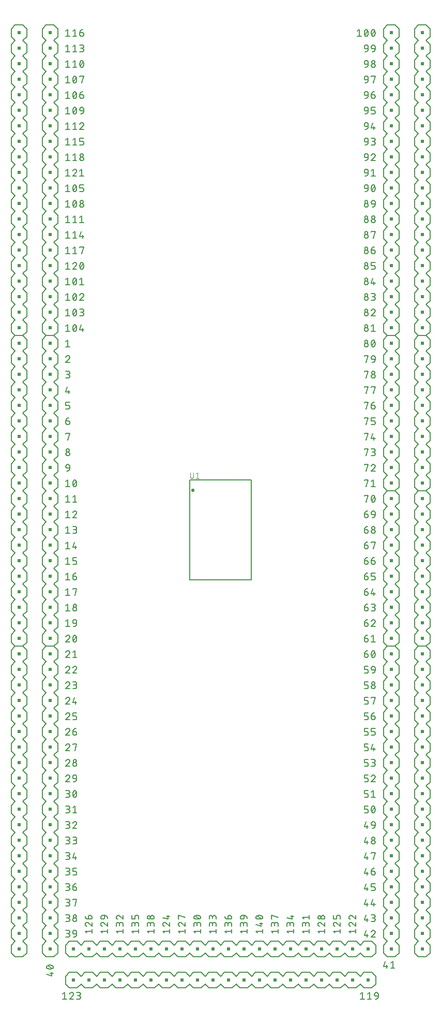
<source format=gto>
G04 EAGLE Gerber RS-274X export*
G75*
%MOMM*%
%FSLAX34Y34*%
%LPD*%
%INSilkscreen Top*%
%IPPOS*%
%AMOC8*
5,1,8,0,0,1.08239X$1,22.5*%
G01*
%ADD10C,0.152400*%
%ADD11C,0.203200*%
%ADD12C,0.406400*%
%ADD13C,0.101600*%
%ADD14R,0.508000X0.508000*%


D10*
X-253238Y307904D02*
X-250134Y310388D01*
X-250134Y299212D01*
X-253238Y299212D02*
X-247029Y299212D01*
X-249823Y284988D02*
X-249719Y284986D01*
X-249614Y284980D01*
X-249510Y284970D01*
X-249407Y284957D01*
X-249304Y284939D01*
X-249201Y284918D01*
X-249100Y284893D01*
X-248999Y284864D01*
X-248900Y284831D01*
X-248802Y284795D01*
X-248706Y284755D01*
X-248611Y284711D01*
X-248517Y284664D01*
X-248426Y284614D01*
X-248337Y284560D01*
X-248249Y284503D01*
X-248164Y284442D01*
X-248081Y284378D01*
X-248001Y284312D01*
X-247923Y284242D01*
X-247847Y284170D01*
X-247775Y284094D01*
X-247705Y284016D01*
X-247639Y283936D01*
X-247575Y283853D01*
X-247514Y283768D01*
X-247457Y283680D01*
X-247403Y283591D01*
X-247353Y283500D01*
X-247306Y283406D01*
X-247262Y283311D01*
X-247222Y283215D01*
X-247186Y283117D01*
X-247153Y283018D01*
X-247124Y282917D01*
X-247099Y282816D01*
X-247078Y282713D01*
X-247060Y282610D01*
X-247047Y282507D01*
X-247037Y282403D01*
X-247031Y282298D01*
X-247029Y282194D01*
X-249823Y284989D02*
X-249942Y284987D01*
X-250060Y284981D01*
X-250179Y284971D01*
X-250297Y284958D01*
X-250414Y284940D01*
X-250531Y284918D01*
X-250647Y284893D01*
X-250762Y284864D01*
X-250877Y284831D01*
X-250990Y284794D01*
X-251101Y284754D01*
X-251212Y284710D01*
X-251320Y284662D01*
X-251427Y284611D01*
X-251533Y284556D01*
X-251636Y284497D01*
X-251738Y284436D01*
X-251837Y284371D01*
X-251935Y284302D01*
X-252029Y284231D01*
X-252122Y284156D01*
X-252212Y284079D01*
X-252299Y283998D01*
X-252384Y283915D01*
X-252466Y283829D01*
X-252545Y283740D01*
X-252621Y283649D01*
X-252694Y283555D01*
X-252763Y283459D01*
X-252830Y283360D01*
X-252893Y283260D01*
X-252953Y283157D01*
X-253010Y283053D01*
X-253062Y282946D01*
X-253112Y282838D01*
X-253158Y282729D01*
X-253200Y282617D01*
X-253238Y282505D01*
X-247960Y280021D02*
X-247885Y280095D01*
X-247813Y280172D01*
X-247743Y280251D01*
X-247676Y280333D01*
X-247612Y280417D01*
X-247551Y280503D01*
X-247493Y280591D01*
X-247438Y280682D01*
X-247386Y280774D01*
X-247338Y280868D01*
X-247293Y280963D01*
X-247251Y281061D01*
X-247213Y281159D01*
X-247178Y281259D01*
X-247147Y281360D01*
X-247120Y281462D01*
X-247096Y281565D01*
X-247075Y281668D01*
X-247059Y281773D01*
X-247046Y281878D01*
X-247036Y281983D01*
X-247031Y282088D01*
X-247029Y282194D01*
X-247960Y280021D02*
X-253238Y273812D01*
X-247029Y273812D01*
X-250134Y248412D02*
X-253238Y248412D01*
X-250134Y248412D02*
X-250023Y248414D01*
X-249913Y248420D01*
X-249802Y248430D01*
X-249692Y248444D01*
X-249583Y248461D01*
X-249474Y248483D01*
X-249366Y248508D01*
X-249260Y248538D01*
X-249154Y248571D01*
X-249049Y248608D01*
X-248946Y248648D01*
X-248845Y248693D01*
X-248745Y248740D01*
X-248646Y248792D01*
X-248550Y248847D01*
X-248456Y248905D01*
X-248364Y248966D01*
X-248274Y249031D01*
X-248186Y249099D01*
X-248101Y249170D01*
X-248019Y249244D01*
X-247939Y249321D01*
X-247862Y249401D01*
X-247788Y249483D01*
X-247717Y249568D01*
X-247649Y249656D01*
X-247584Y249746D01*
X-247523Y249838D01*
X-247465Y249932D01*
X-247410Y250028D01*
X-247358Y250127D01*
X-247311Y250227D01*
X-247266Y250328D01*
X-247226Y250431D01*
X-247189Y250536D01*
X-247156Y250642D01*
X-247126Y250748D01*
X-247101Y250856D01*
X-247079Y250965D01*
X-247062Y251074D01*
X-247048Y251184D01*
X-247038Y251295D01*
X-247032Y251405D01*
X-247030Y251516D01*
X-247032Y251627D01*
X-247038Y251737D01*
X-247048Y251848D01*
X-247062Y251958D01*
X-247079Y252067D01*
X-247101Y252176D01*
X-247126Y252284D01*
X-247156Y252390D01*
X-247189Y252496D01*
X-247226Y252601D01*
X-247266Y252704D01*
X-247311Y252805D01*
X-247358Y252905D01*
X-247410Y253004D01*
X-247465Y253100D01*
X-247523Y253194D01*
X-247584Y253286D01*
X-247649Y253376D01*
X-247717Y253464D01*
X-247788Y253549D01*
X-247862Y253631D01*
X-247939Y253711D01*
X-248019Y253788D01*
X-248101Y253862D01*
X-248186Y253933D01*
X-248274Y254001D01*
X-248364Y254066D01*
X-248456Y254127D01*
X-248550Y254185D01*
X-248646Y254240D01*
X-248745Y254292D01*
X-248845Y254339D01*
X-248946Y254384D01*
X-249049Y254424D01*
X-249154Y254461D01*
X-249260Y254494D01*
X-249366Y254524D01*
X-249474Y254549D01*
X-249583Y254571D01*
X-249692Y254588D01*
X-249802Y254602D01*
X-249913Y254612D01*
X-250023Y254618D01*
X-250134Y254620D01*
X-249513Y259588D02*
X-253238Y259588D01*
X-249513Y259588D02*
X-249414Y259586D01*
X-249316Y259580D01*
X-249217Y259570D01*
X-249120Y259557D01*
X-249022Y259539D01*
X-248926Y259518D01*
X-248830Y259492D01*
X-248736Y259463D01*
X-248643Y259431D01*
X-248551Y259394D01*
X-248461Y259354D01*
X-248372Y259310D01*
X-248285Y259263D01*
X-248200Y259213D01*
X-248118Y259159D01*
X-248037Y259102D01*
X-247959Y259042D01*
X-247883Y258978D01*
X-247810Y258912D01*
X-247739Y258843D01*
X-247671Y258771D01*
X-247607Y258696D01*
X-247545Y258619D01*
X-247486Y258540D01*
X-247431Y258458D01*
X-247378Y258374D01*
X-247330Y258289D01*
X-247284Y258201D01*
X-247242Y258111D01*
X-247204Y258020D01*
X-247170Y257928D01*
X-247139Y257834D01*
X-247112Y257739D01*
X-247088Y257643D01*
X-247069Y257546D01*
X-247053Y257449D01*
X-247041Y257351D01*
X-247033Y257252D01*
X-247029Y257153D01*
X-247029Y257055D01*
X-247033Y256956D01*
X-247041Y256857D01*
X-247053Y256759D01*
X-247069Y256662D01*
X-247088Y256565D01*
X-247112Y256469D01*
X-247139Y256374D01*
X-247170Y256280D01*
X-247204Y256188D01*
X-247242Y256097D01*
X-247284Y256007D01*
X-247330Y255919D01*
X-247378Y255834D01*
X-247431Y255750D01*
X-247486Y255668D01*
X-247545Y255589D01*
X-247607Y255512D01*
X-247671Y255437D01*
X-247739Y255365D01*
X-247810Y255296D01*
X-247883Y255230D01*
X-247959Y255166D01*
X-248037Y255106D01*
X-248118Y255049D01*
X-248200Y254995D01*
X-248285Y254945D01*
X-248372Y254898D01*
X-248461Y254854D01*
X-248551Y254814D01*
X-248643Y254777D01*
X-248736Y254745D01*
X-248830Y254716D01*
X-248926Y254690D01*
X-249022Y254669D01*
X-249120Y254651D01*
X-249217Y254638D01*
X-249316Y254628D01*
X-249414Y254622D01*
X-249513Y254620D01*
X-249513Y254621D02*
X-251996Y254621D01*
X-250754Y234188D02*
X-253238Y225496D01*
X-247029Y225496D01*
X-248892Y227979D02*
X-248892Y223012D01*
X-249513Y197612D02*
X-253238Y197612D01*
X-249513Y197612D02*
X-249415Y197614D01*
X-249318Y197620D01*
X-249221Y197629D01*
X-249124Y197643D01*
X-249028Y197660D01*
X-248933Y197681D01*
X-248839Y197705D01*
X-248745Y197734D01*
X-248653Y197766D01*
X-248562Y197801D01*
X-248473Y197840D01*
X-248385Y197883D01*
X-248299Y197929D01*
X-248215Y197978D01*
X-248133Y198031D01*
X-248053Y198086D01*
X-247975Y198145D01*
X-247900Y198207D01*
X-247827Y198272D01*
X-247757Y198340D01*
X-247689Y198410D01*
X-247624Y198483D01*
X-247562Y198558D01*
X-247503Y198636D01*
X-247448Y198716D01*
X-247395Y198798D01*
X-247346Y198882D01*
X-247300Y198968D01*
X-247257Y199056D01*
X-247218Y199145D01*
X-247183Y199236D01*
X-247151Y199328D01*
X-247122Y199422D01*
X-247098Y199516D01*
X-247077Y199611D01*
X-247060Y199707D01*
X-247046Y199804D01*
X-247037Y199901D01*
X-247031Y199998D01*
X-247029Y200096D01*
X-247029Y201337D01*
X-247031Y201435D01*
X-247037Y201532D01*
X-247046Y201629D01*
X-247060Y201726D01*
X-247077Y201822D01*
X-247098Y201917D01*
X-247122Y202011D01*
X-247151Y202105D01*
X-247183Y202197D01*
X-247218Y202288D01*
X-247257Y202377D01*
X-247300Y202465D01*
X-247346Y202551D01*
X-247395Y202635D01*
X-247448Y202717D01*
X-247503Y202797D01*
X-247562Y202875D01*
X-247624Y202950D01*
X-247689Y203023D01*
X-247757Y203093D01*
X-247827Y203161D01*
X-247900Y203226D01*
X-247975Y203288D01*
X-248053Y203347D01*
X-248133Y203402D01*
X-248215Y203455D01*
X-248299Y203504D01*
X-248385Y203550D01*
X-248473Y203593D01*
X-248562Y203632D01*
X-248653Y203667D01*
X-248745Y203699D01*
X-248839Y203728D01*
X-248933Y203752D01*
X-249028Y203773D01*
X-249124Y203790D01*
X-249221Y203804D01*
X-249318Y203813D01*
X-249415Y203819D01*
X-249513Y203821D01*
X-253238Y203821D01*
X-253238Y208788D01*
X-247029Y208788D01*
X-253238Y157988D02*
X-253238Y156746D01*
X-253238Y157988D02*
X-247029Y157988D01*
X-250134Y146812D01*
X-250754Y100979D02*
X-247029Y100979D01*
X-250754Y100979D02*
X-250852Y100981D01*
X-250949Y100987D01*
X-251046Y100996D01*
X-251143Y101010D01*
X-251239Y101027D01*
X-251334Y101048D01*
X-251428Y101072D01*
X-251522Y101101D01*
X-251614Y101133D01*
X-251705Y101168D01*
X-251794Y101207D01*
X-251882Y101250D01*
X-251968Y101296D01*
X-252052Y101345D01*
X-252134Y101398D01*
X-252214Y101453D01*
X-252292Y101512D01*
X-252367Y101574D01*
X-252440Y101639D01*
X-252510Y101707D01*
X-252578Y101777D01*
X-252643Y101850D01*
X-252705Y101925D01*
X-252764Y102003D01*
X-252819Y102083D01*
X-252872Y102165D01*
X-252921Y102249D01*
X-252967Y102335D01*
X-253010Y102423D01*
X-253049Y102512D01*
X-253084Y102603D01*
X-253116Y102695D01*
X-253145Y102789D01*
X-253169Y102883D01*
X-253190Y102978D01*
X-253207Y103074D01*
X-253221Y103171D01*
X-253230Y103268D01*
X-253236Y103366D01*
X-253238Y103463D01*
X-253238Y104084D01*
X-253236Y104195D01*
X-253230Y104305D01*
X-253220Y104416D01*
X-253206Y104526D01*
X-253189Y104635D01*
X-253167Y104744D01*
X-253142Y104852D01*
X-253112Y104958D01*
X-253079Y105064D01*
X-253042Y105169D01*
X-253002Y105272D01*
X-252957Y105373D01*
X-252910Y105473D01*
X-252858Y105572D01*
X-252803Y105668D01*
X-252745Y105762D01*
X-252684Y105854D01*
X-252619Y105944D01*
X-252551Y106032D01*
X-252480Y106117D01*
X-252406Y106199D01*
X-252329Y106279D01*
X-252249Y106356D01*
X-252167Y106430D01*
X-252082Y106501D01*
X-251994Y106569D01*
X-251904Y106634D01*
X-251812Y106695D01*
X-251718Y106753D01*
X-251622Y106808D01*
X-251523Y106860D01*
X-251423Y106907D01*
X-251322Y106952D01*
X-251219Y106992D01*
X-251114Y107029D01*
X-251008Y107062D01*
X-250902Y107092D01*
X-250794Y107117D01*
X-250685Y107139D01*
X-250576Y107156D01*
X-250466Y107170D01*
X-250355Y107180D01*
X-250245Y107186D01*
X-250134Y107188D01*
X-250023Y107186D01*
X-249913Y107180D01*
X-249802Y107170D01*
X-249692Y107156D01*
X-249583Y107139D01*
X-249474Y107117D01*
X-249366Y107092D01*
X-249260Y107062D01*
X-249154Y107029D01*
X-249049Y106992D01*
X-248946Y106952D01*
X-248845Y106907D01*
X-248745Y106860D01*
X-248646Y106808D01*
X-248550Y106753D01*
X-248456Y106695D01*
X-248364Y106634D01*
X-248274Y106569D01*
X-248186Y106501D01*
X-248101Y106430D01*
X-248019Y106356D01*
X-247939Y106279D01*
X-247862Y106199D01*
X-247788Y106117D01*
X-247717Y106032D01*
X-247649Y105944D01*
X-247584Y105854D01*
X-247523Y105762D01*
X-247465Y105668D01*
X-247410Y105572D01*
X-247358Y105473D01*
X-247311Y105373D01*
X-247266Y105272D01*
X-247226Y105169D01*
X-247189Y105064D01*
X-247156Y104958D01*
X-247126Y104852D01*
X-247101Y104744D01*
X-247079Y104635D01*
X-247062Y104526D01*
X-247048Y104416D01*
X-247038Y104305D01*
X-247032Y104195D01*
X-247030Y104084D01*
X-247029Y104084D02*
X-247029Y100979D01*
X-247031Y100840D01*
X-247037Y100700D01*
X-247047Y100562D01*
X-247060Y100423D01*
X-247078Y100285D01*
X-247099Y100147D01*
X-247124Y100010D01*
X-247154Y99874D01*
X-247186Y99738D01*
X-247223Y99604D01*
X-247264Y99471D01*
X-247308Y99339D01*
X-247356Y99208D01*
X-247407Y99078D01*
X-247462Y98950D01*
X-247521Y98824D01*
X-247583Y98699D01*
X-247649Y98576D01*
X-247718Y98455D01*
X-247790Y98336D01*
X-247866Y98219D01*
X-247945Y98105D01*
X-248027Y97992D01*
X-248113Y97882D01*
X-248201Y97774D01*
X-248292Y97669D01*
X-248387Y97567D01*
X-248484Y97467D01*
X-248584Y97370D01*
X-248686Y97275D01*
X-248791Y97184D01*
X-248899Y97096D01*
X-249009Y97010D01*
X-249122Y96928D01*
X-249236Y96849D01*
X-249353Y96773D01*
X-249472Y96701D01*
X-249593Y96632D01*
X-249716Y96566D01*
X-249841Y96504D01*
X-249967Y96445D01*
X-250095Y96390D01*
X-250225Y96339D01*
X-250356Y96291D01*
X-250488Y96247D01*
X-250621Y96206D01*
X-250755Y96169D01*
X-250891Y96137D01*
X-251027Y96107D01*
X-251164Y96082D01*
X-251302Y96061D01*
X-251440Y96043D01*
X-251579Y96030D01*
X-251717Y96020D01*
X-251857Y96014D01*
X-251996Y96012D01*
X-250134Y81788D02*
X-253238Y79304D01*
X-250134Y81788D02*
X-250134Y70612D01*
X-253238Y70612D02*
X-247029Y70612D01*
X-241808Y76200D02*
X-241805Y76420D01*
X-241798Y76640D01*
X-241784Y76859D01*
X-241766Y77078D01*
X-241742Y77297D01*
X-241714Y77515D01*
X-241680Y77732D01*
X-241641Y77948D01*
X-241596Y78164D01*
X-241547Y78378D01*
X-241492Y78591D01*
X-241433Y78803D01*
X-241368Y79013D01*
X-241298Y79221D01*
X-241224Y79428D01*
X-241144Y79633D01*
X-241060Y79836D01*
X-240971Y80037D01*
X-240877Y80236D01*
X-240844Y80325D01*
X-240808Y80413D01*
X-240768Y80499D01*
X-240725Y80584D01*
X-240678Y80666D01*
X-240627Y80747D01*
X-240574Y80825D01*
X-240517Y80901D01*
X-240457Y80975D01*
X-240394Y81046D01*
X-240329Y81115D01*
X-240260Y81181D01*
X-240189Y81243D01*
X-240115Y81303D01*
X-240039Y81360D01*
X-239961Y81414D01*
X-239880Y81464D01*
X-239798Y81511D01*
X-239713Y81554D01*
X-239627Y81594D01*
X-239539Y81631D01*
X-239450Y81663D01*
X-239360Y81692D01*
X-239268Y81718D01*
X-239176Y81739D01*
X-239082Y81757D01*
X-238988Y81770D01*
X-238894Y81780D01*
X-238799Y81786D01*
X-238704Y81788D01*
X-238609Y81786D01*
X-238514Y81780D01*
X-238420Y81770D01*
X-238326Y81757D01*
X-238232Y81739D01*
X-238140Y81718D01*
X-238048Y81692D01*
X-237958Y81663D01*
X-237869Y81631D01*
X-237781Y81594D01*
X-237695Y81554D01*
X-237610Y81511D01*
X-237528Y81464D01*
X-237447Y81414D01*
X-237369Y81360D01*
X-237293Y81303D01*
X-237219Y81243D01*
X-237148Y81181D01*
X-237079Y81115D01*
X-237014Y81046D01*
X-236951Y80975D01*
X-236891Y80901D01*
X-236834Y80825D01*
X-236781Y80747D01*
X-236730Y80666D01*
X-236683Y80584D01*
X-236640Y80499D01*
X-236600Y80413D01*
X-236564Y80325D01*
X-236531Y80236D01*
X-236530Y80236D02*
X-236436Y80037D01*
X-236347Y79836D01*
X-236263Y79633D01*
X-236183Y79428D01*
X-236109Y79221D01*
X-236039Y79013D01*
X-235974Y78803D01*
X-235915Y78591D01*
X-235860Y78378D01*
X-235811Y78164D01*
X-235766Y77948D01*
X-235727Y77732D01*
X-235693Y77515D01*
X-235665Y77297D01*
X-235641Y77078D01*
X-235623Y76859D01*
X-235609Y76640D01*
X-235602Y76420D01*
X-235599Y76200D01*
X-241808Y76200D02*
X-241805Y75980D01*
X-241798Y75760D01*
X-241784Y75541D01*
X-241766Y75322D01*
X-241742Y75103D01*
X-241714Y74885D01*
X-241680Y74668D01*
X-241641Y74452D01*
X-241596Y74236D01*
X-241547Y74022D01*
X-241492Y73809D01*
X-241433Y73598D01*
X-241368Y73387D01*
X-241298Y73179D01*
X-241224Y72972D01*
X-241144Y72767D01*
X-241060Y72564D01*
X-240971Y72363D01*
X-240877Y72164D01*
X-240844Y72075D01*
X-240808Y71987D01*
X-240768Y71901D01*
X-240725Y71816D01*
X-240678Y71734D01*
X-240627Y71653D01*
X-240574Y71575D01*
X-240517Y71499D01*
X-240457Y71425D01*
X-240394Y71354D01*
X-240329Y71285D01*
X-240260Y71219D01*
X-240189Y71157D01*
X-240115Y71097D01*
X-240039Y71040D01*
X-239961Y70986D01*
X-239880Y70936D01*
X-239798Y70889D01*
X-239713Y70846D01*
X-239627Y70806D01*
X-239539Y70769D01*
X-239450Y70737D01*
X-239360Y70708D01*
X-239268Y70682D01*
X-239176Y70661D01*
X-239082Y70643D01*
X-238988Y70630D01*
X-238894Y70620D01*
X-238799Y70614D01*
X-238704Y70612D01*
X-236530Y72164D02*
X-236436Y72363D01*
X-236347Y72564D01*
X-236263Y72767D01*
X-236183Y72972D01*
X-236109Y73179D01*
X-236039Y73387D01*
X-235974Y73597D01*
X-235915Y73809D01*
X-235860Y74022D01*
X-235811Y74236D01*
X-235766Y74452D01*
X-235727Y74668D01*
X-235693Y74885D01*
X-235665Y75103D01*
X-235641Y75322D01*
X-235623Y75541D01*
X-235609Y75760D01*
X-235602Y75980D01*
X-235599Y76200D01*
X-236531Y72164D02*
X-236564Y72075D01*
X-236600Y71987D01*
X-236640Y71901D01*
X-236683Y71816D01*
X-236730Y71734D01*
X-236781Y71653D01*
X-236834Y71575D01*
X-236891Y71499D01*
X-236951Y71425D01*
X-237014Y71354D01*
X-237079Y71285D01*
X-237148Y71219D01*
X-237219Y71157D01*
X-237293Y71097D01*
X-237369Y71040D01*
X-237447Y70986D01*
X-237528Y70936D01*
X-237610Y70889D01*
X-237695Y70846D01*
X-237781Y70806D01*
X-237869Y70769D01*
X-237958Y70737D01*
X-238048Y70708D01*
X-238140Y70682D01*
X-238232Y70661D01*
X-238326Y70643D01*
X-238420Y70630D01*
X-238514Y70620D01*
X-238609Y70614D01*
X-238704Y70612D01*
X-241187Y73096D02*
X-236220Y79304D01*
X-250134Y56388D02*
X-253238Y53904D01*
X-250134Y56388D02*
X-250134Y45212D01*
X-253238Y45212D02*
X-247029Y45212D01*
X-241808Y53904D02*
X-238704Y56388D01*
X-238704Y45212D01*
X-241808Y45212D02*
X-235599Y45212D01*
X-250134Y30988D02*
X-253238Y28504D01*
X-250134Y30988D02*
X-250134Y19812D01*
X-253238Y19812D02*
X-247029Y19812D01*
X-238393Y30988D02*
X-238289Y30986D01*
X-238184Y30980D01*
X-238080Y30970D01*
X-237977Y30957D01*
X-237874Y30939D01*
X-237771Y30918D01*
X-237670Y30893D01*
X-237569Y30864D01*
X-237470Y30831D01*
X-237372Y30795D01*
X-237276Y30755D01*
X-237181Y30711D01*
X-237087Y30664D01*
X-236996Y30614D01*
X-236907Y30560D01*
X-236819Y30503D01*
X-236734Y30442D01*
X-236651Y30378D01*
X-236571Y30312D01*
X-236493Y30242D01*
X-236417Y30170D01*
X-236345Y30094D01*
X-236275Y30016D01*
X-236209Y29936D01*
X-236145Y29853D01*
X-236084Y29768D01*
X-236027Y29680D01*
X-235973Y29591D01*
X-235923Y29500D01*
X-235876Y29406D01*
X-235832Y29311D01*
X-235792Y29215D01*
X-235756Y29117D01*
X-235723Y29018D01*
X-235694Y28917D01*
X-235669Y28816D01*
X-235648Y28713D01*
X-235630Y28610D01*
X-235617Y28507D01*
X-235607Y28403D01*
X-235601Y28298D01*
X-235599Y28194D01*
X-238393Y30989D02*
X-238512Y30987D01*
X-238630Y30981D01*
X-238749Y30971D01*
X-238867Y30958D01*
X-238984Y30940D01*
X-239101Y30918D01*
X-239217Y30893D01*
X-239332Y30864D01*
X-239447Y30831D01*
X-239560Y30794D01*
X-239671Y30754D01*
X-239782Y30710D01*
X-239890Y30662D01*
X-239997Y30611D01*
X-240103Y30556D01*
X-240206Y30497D01*
X-240308Y30436D01*
X-240407Y30371D01*
X-240505Y30302D01*
X-240599Y30231D01*
X-240692Y30156D01*
X-240782Y30079D01*
X-240869Y29998D01*
X-240954Y29915D01*
X-241036Y29829D01*
X-241115Y29740D01*
X-241191Y29649D01*
X-241264Y29555D01*
X-241333Y29459D01*
X-241400Y29360D01*
X-241463Y29260D01*
X-241523Y29157D01*
X-241580Y29053D01*
X-241632Y28946D01*
X-241682Y28838D01*
X-241728Y28729D01*
X-241770Y28617D01*
X-241808Y28505D01*
X-236530Y26021D02*
X-236455Y26095D01*
X-236383Y26172D01*
X-236313Y26251D01*
X-236246Y26333D01*
X-236182Y26417D01*
X-236121Y26503D01*
X-236063Y26591D01*
X-236008Y26682D01*
X-235956Y26774D01*
X-235908Y26868D01*
X-235863Y26963D01*
X-235821Y27061D01*
X-235783Y27159D01*
X-235748Y27259D01*
X-235717Y27360D01*
X-235690Y27462D01*
X-235666Y27565D01*
X-235645Y27668D01*
X-235629Y27773D01*
X-235616Y27878D01*
X-235606Y27983D01*
X-235601Y28088D01*
X-235599Y28194D01*
X-236530Y26021D02*
X-241808Y19812D01*
X-235599Y19812D01*
X-250134Y5588D02*
X-253238Y3104D01*
X-250134Y5588D02*
X-250134Y-5588D01*
X-253238Y-5588D02*
X-247029Y-5588D01*
X-241808Y-5588D02*
X-238704Y-5588D01*
X-238593Y-5586D01*
X-238483Y-5580D01*
X-238372Y-5570D01*
X-238262Y-5556D01*
X-238153Y-5539D01*
X-238044Y-5517D01*
X-237936Y-5492D01*
X-237830Y-5462D01*
X-237724Y-5429D01*
X-237619Y-5392D01*
X-237516Y-5352D01*
X-237415Y-5307D01*
X-237315Y-5260D01*
X-237216Y-5208D01*
X-237120Y-5153D01*
X-237026Y-5095D01*
X-236934Y-5034D01*
X-236844Y-4969D01*
X-236756Y-4901D01*
X-236671Y-4830D01*
X-236589Y-4756D01*
X-236509Y-4679D01*
X-236432Y-4599D01*
X-236358Y-4517D01*
X-236287Y-4432D01*
X-236219Y-4344D01*
X-236154Y-4254D01*
X-236093Y-4162D01*
X-236035Y-4068D01*
X-235980Y-3972D01*
X-235928Y-3873D01*
X-235881Y-3773D01*
X-235836Y-3672D01*
X-235796Y-3569D01*
X-235759Y-3464D01*
X-235726Y-3358D01*
X-235696Y-3252D01*
X-235671Y-3144D01*
X-235649Y-3035D01*
X-235632Y-2926D01*
X-235618Y-2816D01*
X-235608Y-2705D01*
X-235602Y-2595D01*
X-235600Y-2484D01*
X-235602Y-2373D01*
X-235608Y-2263D01*
X-235618Y-2152D01*
X-235632Y-2042D01*
X-235649Y-1933D01*
X-235671Y-1824D01*
X-235696Y-1716D01*
X-235726Y-1610D01*
X-235759Y-1504D01*
X-235796Y-1399D01*
X-235836Y-1296D01*
X-235881Y-1195D01*
X-235928Y-1095D01*
X-235980Y-996D01*
X-236035Y-900D01*
X-236093Y-806D01*
X-236154Y-714D01*
X-236219Y-624D01*
X-236287Y-536D01*
X-236358Y-451D01*
X-236432Y-369D01*
X-236509Y-289D01*
X-236589Y-212D01*
X-236671Y-138D01*
X-236756Y-67D01*
X-236844Y1D01*
X-236934Y66D01*
X-237026Y127D01*
X-237120Y185D01*
X-237216Y240D01*
X-237315Y292D01*
X-237415Y339D01*
X-237516Y384D01*
X-237619Y424D01*
X-237724Y461D01*
X-237830Y494D01*
X-237936Y524D01*
X-238044Y549D01*
X-238153Y571D01*
X-238262Y588D01*
X-238372Y602D01*
X-238483Y612D01*
X-238593Y618D01*
X-238704Y620D01*
X-238083Y5588D02*
X-241808Y5588D01*
X-238083Y5588D02*
X-237984Y5586D01*
X-237886Y5580D01*
X-237787Y5570D01*
X-237690Y5557D01*
X-237592Y5539D01*
X-237496Y5518D01*
X-237400Y5492D01*
X-237306Y5463D01*
X-237213Y5431D01*
X-237121Y5394D01*
X-237031Y5354D01*
X-236942Y5310D01*
X-236855Y5263D01*
X-236770Y5213D01*
X-236688Y5159D01*
X-236607Y5102D01*
X-236529Y5042D01*
X-236453Y4978D01*
X-236380Y4912D01*
X-236309Y4843D01*
X-236241Y4771D01*
X-236177Y4696D01*
X-236115Y4619D01*
X-236056Y4540D01*
X-236001Y4458D01*
X-235948Y4374D01*
X-235900Y4289D01*
X-235854Y4201D01*
X-235812Y4111D01*
X-235774Y4020D01*
X-235740Y3928D01*
X-235709Y3834D01*
X-235682Y3739D01*
X-235658Y3643D01*
X-235639Y3546D01*
X-235623Y3449D01*
X-235611Y3351D01*
X-235603Y3252D01*
X-235599Y3153D01*
X-235599Y3055D01*
X-235603Y2956D01*
X-235611Y2857D01*
X-235623Y2759D01*
X-235639Y2662D01*
X-235658Y2565D01*
X-235682Y2469D01*
X-235709Y2374D01*
X-235740Y2280D01*
X-235774Y2188D01*
X-235812Y2097D01*
X-235854Y2007D01*
X-235900Y1919D01*
X-235948Y1834D01*
X-236001Y1750D01*
X-236056Y1668D01*
X-236115Y1589D01*
X-236177Y1512D01*
X-236241Y1437D01*
X-236309Y1365D01*
X-236380Y1296D01*
X-236453Y1230D01*
X-236529Y1166D01*
X-236607Y1106D01*
X-236688Y1049D01*
X-236770Y995D01*
X-236855Y945D01*
X-236942Y898D01*
X-237031Y854D01*
X-237121Y814D01*
X-237213Y777D01*
X-237306Y745D01*
X-237400Y716D01*
X-237496Y690D01*
X-237592Y669D01*
X-237690Y651D01*
X-237787Y638D01*
X-237886Y628D01*
X-237984Y622D01*
X-238083Y620D01*
X-238083Y621D02*
X-240566Y621D01*
X-250134Y-19812D02*
X-253238Y-22296D01*
X-250134Y-19812D02*
X-250134Y-30988D01*
X-253238Y-30988D02*
X-247029Y-30988D01*
X-241808Y-28504D02*
X-239324Y-19812D01*
X-241808Y-28504D02*
X-235599Y-28504D01*
X-237462Y-26021D02*
X-237462Y-30988D01*
X-250134Y-45212D02*
X-253238Y-47696D01*
X-250134Y-45212D02*
X-250134Y-56388D01*
X-253238Y-56388D02*
X-247029Y-56388D01*
X-241808Y-56388D02*
X-238083Y-56388D01*
X-237985Y-56386D01*
X-237888Y-56380D01*
X-237791Y-56371D01*
X-237694Y-56357D01*
X-237598Y-56340D01*
X-237503Y-56319D01*
X-237409Y-56295D01*
X-237315Y-56266D01*
X-237223Y-56234D01*
X-237132Y-56199D01*
X-237043Y-56160D01*
X-236955Y-56117D01*
X-236869Y-56071D01*
X-236785Y-56022D01*
X-236703Y-55969D01*
X-236623Y-55914D01*
X-236545Y-55855D01*
X-236470Y-55793D01*
X-236397Y-55728D01*
X-236327Y-55660D01*
X-236259Y-55590D01*
X-236194Y-55517D01*
X-236132Y-55442D01*
X-236073Y-55364D01*
X-236018Y-55284D01*
X-235965Y-55202D01*
X-235916Y-55118D01*
X-235870Y-55032D01*
X-235827Y-54944D01*
X-235788Y-54855D01*
X-235753Y-54764D01*
X-235721Y-54672D01*
X-235692Y-54578D01*
X-235668Y-54484D01*
X-235647Y-54389D01*
X-235630Y-54293D01*
X-235616Y-54196D01*
X-235607Y-54099D01*
X-235601Y-54002D01*
X-235599Y-53904D01*
X-235599Y-52663D01*
X-235601Y-52565D01*
X-235607Y-52468D01*
X-235616Y-52371D01*
X-235630Y-52274D01*
X-235647Y-52178D01*
X-235668Y-52083D01*
X-235692Y-51989D01*
X-235721Y-51895D01*
X-235753Y-51803D01*
X-235788Y-51712D01*
X-235827Y-51623D01*
X-235870Y-51535D01*
X-235916Y-51449D01*
X-235965Y-51365D01*
X-236018Y-51283D01*
X-236073Y-51203D01*
X-236132Y-51125D01*
X-236194Y-51050D01*
X-236259Y-50977D01*
X-236327Y-50907D01*
X-236397Y-50839D01*
X-236470Y-50774D01*
X-236545Y-50712D01*
X-236623Y-50653D01*
X-236703Y-50598D01*
X-236785Y-50545D01*
X-236869Y-50496D01*
X-236955Y-50450D01*
X-237043Y-50407D01*
X-237132Y-50368D01*
X-237223Y-50333D01*
X-237315Y-50301D01*
X-237409Y-50272D01*
X-237503Y-50248D01*
X-237598Y-50227D01*
X-237694Y-50210D01*
X-237791Y-50196D01*
X-237888Y-50187D01*
X-237985Y-50181D01*
X-238083Y-50179D01*
X-241808Y-50179D01*
X-241808Y-45212D01*
X-235599Y-45212D01*
X-250134Y-70612D02*
X-253238Y-73096D01*
X-250134Y-70612D02*
X-250134Y-81788D01*
X-253238Y-81788D02*
X-247029Y-81788D01*
X-241808Y-75579D02*
X-238083Y-75579D01*
X-237985Y-75581D01*
X-237888Y-75587D01*
X-237791Y-75596D01*
X-237694Y-75610D01*
X-237598Y-75627D01*
X-237503Y-75648D01*
X-237409Y-75672D01*
X-237315Y-75701D01*
X-237223Y-75733D01*
X-237132Y-75768D01*
X-237043Y-75807D01*
X-236955Y-75850D01*
X-236869Y-75896D01*
X-236785Y-75945D01*
X-236703Y-75998D01*
X-236623Y-76053D01*
X-236545Y-76112D01*
X-236470Y-76174D01*
X-236397Y-76239D01*
X-236327Y-76307D01*
X-236259Y-76377D01*
X-236194Y-76450D01*
X-236132Y-76525D01*
X-236073Y-76603D01*
X-236018Y-76683D01*
X-235965Y-76765D01*
X-235916Y-76849D01*
X-235870Y-76935D01*
X-235827Y-77023D01*
X-235788Y-77112D01*
X-235753Y-77203D01*
X-235721Y-77295D01*
X-235692Y-77389D01*
X-235668Y-77483D01*
X-235647Y-77578D01*
X-235630Y-77674D01*
X-235616Y-77771D01*
X-235607Y-77868D01*
X-235601Y-77965D01*
X-235599Y-78063D01*
X-235599Y-78684D01*
X-235600Y-78684D02*
X-235602Y-78795D01*
X-235608Y-78905D01*
X-235618Y-79016D01*
X-235632Y-79126D01*
X-235649Y-79235D01*
X-235671Y-79344D01*
X-235696Y-79452D01*
X-235726Y-79558D01*
X-235759Y-79664D01*
X-235796Y-79769D01*
X-235836Y-79872D01*
X-235881Y-79973D01*
X-235928Y-80073D01*
X-235980Y-80172D01*
X-236035Y-80268D01*
X-236093Y-80362D01*
X-236154Y-80454D01*
X-236219Y-80544D01*
X-236287Y-80632D01*
X-236358Y-80717D01*
X-236432Y-80799D01*
X-236509Y-80879D01*
X-236589Y-80956D01*
X-236671Y-81030D01*
X-236756Y-81101D01*
X-236844Y-81169D01*
X-236934Y-81234D01*
X-237026Y-81295D01*
X-237120Y-81353D01*
X-237216Y-81408D01*
X-237315Y-81460D01*
X-237415Y-81507D01*
X-237516Y-81552D01*
X-237619Y-81592D01*
X-237724Y-81629D01*
X-237830Y-81662D01*
X-237936Y-81692D01*
X-238044Y-81717D01*
X-238153Y-81739D01*
X-238262Y-81756D01*
X-238372Y-81770D01*
X-238483Y-81780D01*
X-238593Y-81786D01*
X-238704Y-81788D01*
X-238815Y-81786D01*
X-238925Y-81780D01*
X-239036Y-81770D01*
X-239146Y-81756D01*
X-239255Y-81739D01*
X-239364Y-81717D01*
X-239472Y-81692D01*
X-239578Y-81662D01*
X-239684Y-81629D01*
X-239789Y-81592D01*
X-239892Y-81552D01*
X-239993Y-81507D01*
X-240093Y-81460D01*
X-240192Y-81408D01*
X-240288Y-81353D01*
X-240382Y-81295D01*
X-240474Y-81234D01*
X-240564Y-81169D01*
X-240652Y-81101D01*
X-240737Y-81030D01*
X-240819Y-80956D01*
X-240899Y-80879D01*
X-240976Y-80799D01*
X-241050Y-80717D01*
X-241121Y-80632D01*
X-241189Y-80544D01*
X-241254Y-80454D01*
X-241315Y-80362D01*
X-241373Y-80268D01*
X-241428Y-80172D01*
X-241480Y-80073D01*
X-241527Y-79973D01*
X-241572Y-79872D01*
X-241612Y-79769D01*
X-241649Y-79664D01*
X-241682Y-79558D01*
X-241712Y-79452D01*
X-241737Y-79344D01*
X-241759Y-79235D01*
X-241776Y-79126D01*
X-241790Y-79016D01*
X-241800Y-78905D01*
X-241806Y-78795D01*
X-241808Y-78684D01*
X-241808Y-75579D01*
X-241806Y-75440D01*
X-241800Y-75301D01*
X-241790Y-75162D01*
X-241777Y-75023D01*
X-241759Y-74885D01*
X-241738Y-74747D01*
X-241713Y-74610D01*
X-241683Y-74474D01*
X-241651Y-74338D01*
X-241614Y-74204D01*
X-241573Y-74071D01*
X-241529Y-73939D01*
X-241481Y-73808D01*
X-241430Y-73678D01*
X-241375Y-73550D01*
X-241316Y-73424D01*
X-241254Y-73299D01*
X-241188Y-73176D01*
X-241119Y-73055D01*
X-241047Y-72936D01*
X-240971Y-72820D01*
X-240892Y-72705D01*
X-240810Y-72592D01*
X-240724Y-72482D01*
X-240636Y-72374D01*
X-240545Y-72269D01*
X-240450Y-72167D01*
X-240353Y-72067D01*
X-240253Y-71970D01*
X-240151Y-71875D01*
X-240046Y-71784D01*
X-239938Y-71696D01*
X-239828Y-71610D01*
X-239715Y-71528D01*
X-239601Y-71449D01*
X-239484Y-71373D01*
X-239365Y-71301D01*
X-239244Y-71232D01*
X-239121Y-71166D01*
X-238996Y-71104D01*
X-238870Y-71045D01*
X-238742Y-70990D01*
X-238612Y-70939D01*
X-238482Y-70891D01*
X-238349Y-70847D01*
X-238216Y-70806D01*
X-238082Y-70769D01*
X-237946Y-70737D01*
X-237810Y-70707D01*
X-237673Y-70682D01*
X-237535Y-70661D01*
X-237397Y-70643D01*
X-237259Y-70630D01*
X-237120Y-70620D01*
X-236980Y-70614D01*
X-236841Y-70612D01*
X-250134Y-96012D02*
X-253238Y-98496D01*
X-250134Y-96012D02*
X-250134Y-107188D01*
X-253238Y-107188D02*
X-247029Y-107188D01*
X-241808Y-97254D02*
X-241808Y-96012D01*
X-235599Y-96012D01*
X-238704Y-107188D01*
X-250134Y-121412D02*
X-253238Y-123896D01*
X-250134Y-121412D02*
X-250134Y-132588D01*
X-253238Y-132588D02*
X-247029Y-132588D01*
X-241808Y-129484D02*
X-241806Y-129373D01*
X-241800Y-129263D01*
X-241790Y-129152D01*
X-241776Y-129042D01*
X-241759Y-128933D01*
X-241737Y-128824D01*
X-241712Y-128716D01*
X-241682Y-128610D01*
X-241649Y-128504D01*
X-241612Y-128399D01*
X-241572Y-128296D01*
X-241527Y-128195D01*
X-241480Y-128095D01*
X-241428Y-127996D01*
X-241373Y-127900D01*
X-241315Y-127806D01*
X-241254Y-127714D01*
X-241189Y-127624D01*
X-241121Y-127536D01*
X-241050Y-127451D01*
X-240976Y-127369D01*
X-240899Y-127289D01*
X-240819Y-127212D01*
X-240737Y-127138D01*
X-240652Y-127067D01*
X-240564Y-126999D01*
X-240474Y-126934D01*
X-240382Y-126873D01*
X-240288Y-126815D01*
X-240192Y-126760D01*
X-240093Y-126708D01*
X-239993Y-126661D01*
X-239892Y-126616D01*
X-239789Y-126576D01*
X-239684Y-126539D01*
X-239578Y-126506D01*
X-239472Y-126476D01*
X-239364Y-126451D01*
X-239255Y-126429D01*
X-239146Y-126412D01*
X-239036Y-126398D01*
X-238925Y-126388D01*
X-238815Y-126382D01*
X-238704Y-126380D01*
X-238593Y-126382D01*
X-238483Y-126388D01*
X-238372Y-126398D01*
X-238262Y-126412D01*
X-238153Y-126429D01*
X-238044Y-126451D01*
X-237936Y-126476D01*
X-237830Y-126506D01*
X-237724Y-126539D01*
X-237619Y-126576D01*
X-237516Y-126616D01*
X-237415Y-126661D01*
X-237315Y-126708D01*
X-237216Y-126760D01*
X-237120Y-126815D01*
X-237026Y-126873D01*
X-236934Y-126934D01*
X-236844Y-126999D01*
X-236756Y-127067D01*
X-236671Y-127138D01*
X-236589Y-127212D01*
X-236509Y-127289D01*
X-236432Y-127369D01*
X-236358Y-127451D01*
X-236287Y-127536D01*
X-236219Y-127624D01*
X-236154Y-127714D01*
X-236093Y-127806D01*
X-236035Y-127900D01*
X-235980Y-127996D01*
X-235928Y-128095D01*
X-235881Y-128195D01*
X-235836Y-128296D01*
X-235796Y-128399D01*
X-235759Y-128504D01*
X-235726Y-128610D01*
X-235696Y-128716D01*
X-235671Y-128824D01*
X-235649Y-128933D01*
X-235632Y-129042D01*
X-235618Y-129152D01*
X-235608Y-129263D01*
X-235602Y-129373D01*
X-235600Y-129484D01*
X-235602Y-129595D01*
X-235608Y-129705D01*
X-235618Y-129816D01*
X-235632Y-129926D01*
X-235649Y-130035D01*
X-235671Y-130144D01*
X-235696Y-130252D01*
X-235726Y-130358D01*
X-235759Y-130464D01*
X-235796Y-130569D01*
X-235836Y-130672D01*
X-235881Y-130773D01*
X-235928Y-130873D01*
X-235980Y-130972D01*
X-236035Y-131068D01*
X-236093Y-131162D01*
X-236154Y-131254D01*
X-236219Y-131344D01*
X-236287Y-131432D01*
X-236358Y-131517D01*
X-236432Y-131599D01*
X-236509Y-131679D01*
X-236589Y-131756D01*
X-236671Y-131830D01*
X-236756Y-131901D01*
X-236844Y-131969D01*
X-236934Y-132034D01*
X-237026Y-132095D01*
X-237120Y-132153D01*
X-237216Y-132208D01*
X-237315Y-132260D01*
X-237415Y-132307D01*
X-237516Y-132352D01*
X-237619Y-132392D01*
X-237724Y-132429D01*
X-237830Y-132462D01*
X-237936Y-132492D01*
X-238044Y-132517D01*
X-238153Y-132539D01*
X-238262Y-132556D01*
X-238372Y-132570D01*
X-238483Y-132580D01*
X-238593Y-132586D01*
X-238704Y-132588D01*
X-238815Y-132586D01*
X-238925Y-132580D01*
X-239036Y-132570D01*
X-239146Y-132556D01*
X-239255Y-132539D01*
X-239364Y-132517D01*
X-239472Y-132492D01*
X-239578Y-132462D01*
X-239684Y-132429D01*
X-239789Y-132392D01*
X-239892Y-132352D01*
X-239993Y-132307D01*
X-240093Y-132260D01*
X-240192Y-132208D01*
X-240288Y-132153D01*
X-240382Y-132095D01*
X-240474Y-132034D01*
X-240564Y-131969D01*
X-240652Y-131901D01*
X-240737Y-131830D01*
X-240819Y-131756D01*
X-240899Y-131679D01*
X-240976Y-131599D01*
X-241050Y-131517D01*
X-241121Y-131432D01*
X-241189Y-131344D01*
X-241254Y-131254D01*
X-241315Y-131162D01*
X-241373Y-131068D01*
X-241428Y-130972D01*
X-241480Y-130873D01*
X-241527Y-130773D01*
X-241572Y-130672D01*
X-241612Y-130569D01*
X-241649Y-130464D01*
X-241682Y-130358D01*
X-241712Y-130252D01*
X-241737Y-130144D01*
X-241759Y-130035D01*
X-241776Y-129926D01*
X-241790Y-129816D01*
X-241800Y-129705D01*
X-241806Y-129595D01*
X-241808Y-129484D01*
X-241188Y-123896D02*
X-241186Y-123797D01*
X-241180Y-123699D01*
X-241170Y-123600D01*
X-241157Y-123503D01*
X-241139Y-123405D01*
X-241118Y-123309D01*
X-241092Y-123213D01*
X-241063Y-123119D01*
X-241031Y-123026D01*
X-240994Y-122934D01*
X-240954Y-122844D01*
X-240910Y-122755D01*
X-240863Y-122668D01*
X-240813Y-122583D01*
X-240759Y-122501D01*
X-240702Y-122420D01*
X-240642Y-122342D01*
X-240578Y-122266D01*
X-240512Y-122193D01*
X-240443Y-122122D01*
X-240371Y-122054D01*
X-240296Y-121990D01*
X-240219Y-121928D01*
X-240140Y-121869D01*
X-240058Y-121814D01*
X-239974Y-121761D01*
X-239889Y-121713D01*
X-239801Y-121667D01*
X-239711Y-121625D01*
X-239620Y-121587D01*
X-239528Y-121553D01*
X-239434Y-121522D01*
X-239339Y-121495D01*
X-239243Y-121471D01*
X-239146Y-121452D01*
X-239049Y-121436D01*
X-238951Y-121424D01*
X-238852Y-121416D01*
X-238753Y-121412D01*
X-238655Y-121412D01*
X-238556Y-121416D01*
X-238457Y-121424D01*
X-238359Y-121436D01*
X-238262Y-121452D01*
X-238165Y-121471D01*
X-238069Y-121495D01*
X-237974Y-121522D01*
X-237880Y-121553D01*
X-237788Y-121587D01*
X-237697Y-121625D01*
X-237607Y-121667D01*
X-237519Y-121713D01*
X-237434Y-121761D01*
X-237350Y-121814D01*
X-237268Y-121869D01*
X-237189Y-121928D01*
X-237112Y-121990D01*
X-237037Y-122054D01*
X-236965Y-122122D01*
X-236896Y-122193D01*
X-236830Y-122266D01*
X-236766Y-122342D01*
X-236706Y-122420D01*
X-236649Y-122501D01*
X-236595Y-122583D01*
X-236545Y-122668D01*
X-236498Y-122755D01*
X-236454Y-122844D01*
X-236414Y-122934D01*
X-236377Y-123026D01*
X-236345Y-123119D01*
X-236316Y-123213D01*
X-236290Y-123309D01*
X-236269Y-123405D01*
X-236251Y-123503D01*
X-236238Y-123600D01*
X-236228Y-123699D01*
X-236222Y-123797D01*
X-236220Y-123896D01*
X-236222Y-123995D01*
X-236228Y-124093D01*
X-236238Y-124192D01*
X-236251Y-124289D01*
X-236269Y-124387D01*
X-236290Y-124483D01*
X-236316Y-124579D01*
X-236345Y-124673D01*
X-236377Y-124766D01*
X-236414Y-124858D01*
X-236454Y-124948D01*
X-236498Y-125037D01*
X-236545Y-125124D01*
X-236595Y-125209D01*
X-236649Y-125291D01*
X-236706Y-125372D01*
X-236766Y-125450D01*
X-236830Y-125526D01*
X-236896Y-125599D01*
X-236965Y-125670D01*
X-237037Y-125738D01*
X-237112Y-125802D01*
X-237189Y-125864D01*
X-237268Y-125923D01*
X-237350Y-125978D01*
X-237434Y-126031D01*
X-237519Y-126079D01*
X-237607Y-126125D01*
X-237697Y-126167D01*
X-237788Y-126205D01*
X-237880Y-126239D01*
X-237974Y-126270D01*
X-238069Y-126297D01*
X-238165Y-126321D01*
X-238262Y-126340D01*
X-238359Y-126356D01*
X-238457Y-126368D01*
X-238556Y-126376D01*
X-238655Y-126380D01*
X-238753Y-126380D01*
X-238852Y-126376D01*
X-238951Y-126368D01*
X-239049Y-126356D01*
X-239146Y-126340D01*
X-239243Y-126321D01*
X-239339Y-126297D01*
X-239434Y-126270D01*
X-239528Y-126239D01*
X-239620Y-126205D01*
X-239711Y-126167D01*
X-239801Y-126125D01*
X-239889Y-126079D01*
X-239974Y-126031D01*
X-240058Y-125978D01*
X-240140Y-125923D01*
X-240219Y-125864D01*
X-240296Y-125802D01*
X-240371Y-125738D01*
X-240443Y-125670D01*
X-240512Y-125599D01*
X-240578Y-125526D01*
X-240642Y-125450D01*
X-240702Y-125372D01*
X-240759Y-125291D01*
X-240813Y-125209D01*
X-240863Y-125124D01*
X-240910Y-125037D01*
X-240954Y-124948D01*
X-240994Y-124858D01*
X-241031Y-124766D01*
X-241063Y-124673D01*
X-241092Y-124579D01*
X-241118Y-124483D01*
X-241139Y-124387D01*
X-241157Y-124289D01*
X-241170Y-124192D01*
X-241180Y-124093D01*
X-241186Y-123995D01*
X-241188Y-123896D01*
X-250134Y-146812D02*
X-253238Y-149296D01*
X-250134Y-146812D02*
X-250134Y-157988D01*
X-253238Y-157988D02*
X-247029Y-157988D01*
X-239324Y-153021D02*
X-235599Y-153021D01*
X-239324Y-153021D02*
X-239422Y-153019D01*
X-239519Y-153013D01*
X-239616Y-153004D01*
X-239713Y-152990D01*
X-239809Y-152973D01*
X-239904Y-152952D01*
X-239998Y-152928D01*
X-240092Y-152899D01*
X-240184Y-152867D01*
X-240275Y-152832D01*
X-240364Y-152793D01*
X-240452Y-152750D01*
X-240538Y-152704D01*
X-240622Y-152655D01*
X-240704Y-152602D01*
X-240784Y-152547D01*
X-240862Y-152488D01*
X-240937Y-152426D01*
X-241010Y-152361D01*
X-241080Y-152293D01*
X-241148Y-152223D01*
X-241213Y-152150D01*
X-241275Y-152075D01*
X-241334Y-151997D01*
X-241389Y-151917D01*
X-241442Y-151835D01*
X-241491Y-151751D01*
X-241537Y-151665D01*
X-241580Y-151577D01*
X-241619Y-151488D01*
X-241654Y-151397D01*
X-241686Y-151305D01*
X-241715Y-151211D01*
X-241739Y-151117D01*
X-241760Y-151022D01*
X-241777Y-150926D01*
X-241791Y-150829D01*
X-241800Y-150732D01*
X-241806Y-150634D01*
X-241808Y-150537D01*
X-241808Y-149916D01*
X-241806Y-149805D01*
X-241800Y-149695D01*
X-241790Y-149584D01*
X-241776Y-149474D01*
X-241759Y-149365D01*
X-241737Y-149256D01*
X-241712Y-149148D01*
X-241682Y-149042D01*
X-241649Y-148936D01*
X-241612Y-148831D01*
X-241572Y-148728D01*
X-241527Y-148627D01*
X-241480Y-148527D01*
X-241428Y-148428D01*
X-241373Y-148332D01*
X-241315Y-148238D01*
X-241254Y-148146D01*
X-241189Y-148056D01*
X-241121Y-147968D01*
X-241050Y-147883D01*
X-240976Y-147801D01*
X-240899Y-147721D01*
X-240819Y-147644D01*
X-240737Y-147570D01*
X-240652Y-147499D01*
X-240564Y-147431D01*
X-240474Y-147366D01*
X-240382Y-147305D01*
X-240288Y-147247D01*
X-240192Y-147192D01*
X-240093Y-147140D01*
X-239993Y-147093D01*
X-239892Y-147048D01*
X-239789Y-147008D01*
X-239684Y-146971D01*
X-239578Y-146938D01*
X-239472Y-146908D01*
X-239364Y-146883D01*
X-239255Y-146861D01*
X-239146Y-146844D01*
X-239036Y-146830D01*
X-238925Y-146820D01*
X-238815Y-146814D01*
X-238704Y-146812D01*
X-238593Y-146814D01*
X-238483Y-146820D01*
X-238372Y-146830D01*
X-238262Y-146844D01*
X-238153Y-146861D01*
X-238044Y-146883D01*
X-237936Y-146908D01*
X-237830Y-146938D01*
X-237724Y-146971D01*
X-237619Y-147008D01*
X-237516Y-147048D01*
X-237415Y-147093D01*
X-237315Y-147140D01*
X-237216Y-147192D01*
X-237120Y-147247D01*
X-237026Y-147305D01*
X-236934Y-147366D01*
X-236844Y-147431D01*
X-236756Y-147499D01*
X-236671Y-147570D01*
X-236589Y-147644D01*
X-236509Y-147721D01*
X-236432Y-147801D01*
X-236358Y-147883D01*
X-236287Y-147968D01*
X-236219Y-148056D01*
X-236154Y-148146D01*
X-236093Y-148238D01*
X-236035Y-148332D01*
X-235980Y-148428D01*
X-235928Y-148527D01*
X-235881Y-148627D01*
X-235836Y-148728D01*
X-235796Y-148831D01*
X-235759Y-148936D01*
X-235726Y-149042D01*
X-235696Y-149148D01*
X-235671Y-149256D01*
X-235649Y-149365D01*
X-235632Y-149474D01*
X-235618Y-149584D01*
X-235608Y-149695D01*
X-235602Y-149805D01*
X-235600Y-149916D01*
X-235599Y-149916D02*
X-235599Y-153021D01*
X-235601Y-153160D01*
X-235607Y-153300D01*
X-235617Y-153438D01*
X-235630Y-153577D01*
X-235648Y-153715D01*
X-235669Y-153853D01*
X-235694Y-153990D01*
X-235724Y-154126D01*
X-235756Y-154262D01*
X-235793Y-154396D01*
X-235834Y-154529D01*
X-235878Y-154662D01*
X-235926Y-154792D01*
X-235977Y-154922D01*
X-236032Y-155050D01*
X-236091Y-155176D01*
X-236153Y-155301D01*
X-236219Y-155424D01*
X-236288Y-155545D01*
X-236360Y-155664D01*
X-236436Y-155781D01*
X-236515Y-155895D01*
X-236597Y-156008D01*
X-236683Y-156118D01*
X-236771Y-156226D01*
X-236862Y-156331D01*
X-236957Y-156433D01*
X-237054Y-156533D01*
X-237154Y-156630D01*
X-237256Y-156725D01*
X-237361Y-156816D01*
X-237469Y-156904D01*
X-237579Y-156990D01*
X-237692Y-157072D01*
X-237806Y-157151D01*
X-237923Y-157227D01*
X-238042Y-157299D01*
X-238163Y-157368D01*
X-238286Y-157434D01*
X-238411Y-157496D01*
X-238537Y-157555D01*
X-238665Y-157610D01*
X-238795Y-157661D01*
X-238926Y-157709D01*
X-239058Y-157753D01*
X-239191Y-157794D01*
X-239325Y-157831D01*
X-239461Y-157863D01*
X-239597Y-157893D01*
X-239734Y-157918D01*
X-239872Y-157939D01*
X-240010Y-157957D01*
X-240149Y-157970D01*
X-240288Y-157980D01*
X-240427Y-157986D01*
X-240566Y-157988D01*
X-249823Y-172212D02*
X-249719Y-172214D01*
X-249614Y-172220D01*
X-249510Y-172230D01*
X-249407Y-172243D01*
X-249304Y-172261D01*
X-249201Y-172282D01*
X-249100Y-172307D01*
X-248999Y-172336D01*
X-248900Y-172369D01*
X-248802Y-172405D01*
X-248706Y-172445D01*
X-248611Y-172489D01*
X-248517Y-172536D01*
X-248426Y-172586D01*
X-248337Y-172640D01*
X-248249Y-172697D01*
X-248164Y-172758D01*
X-248081Y-172822D01*
X-248001Y-172888D01*
X-247923Y-172958D01*
X-247847Y-173030D01*
X-247775Y-173106D01*
X-247705Y-173184D01*
X-247639Y-173264D01*
X-247575Y-173347D01*
X-247514Y-173432D01*
X-247457Y-173520D01*
X-247403Y-173609D01*
X-247353Y-173700D01*
X-247306Y-173794D01*
X-247262Y-173889D01*
X-247222Y-173985D01*
X-247186Y-174083D01*
X-247153Y-174182D01*
X-247124Y-174283D01*
X-247099Y-174384D01*
X-247078Y-174487D01*
X-247060Y-174590D01*
X-247047Y-174693D01*
X-247037Y-174797D01*
X-247031Y-174902D01*
X-247029Y-175006D01*
X-249823Y-172212D02*
X-249942Y-172214D01*
X-250060Y-172220D01*
X-250179Y-172230D01*
X-250297Y-172243D01*
X-250414Y-172261D01*
X-250531Y-172283D01*
X-250647Y-172308D01*
X-250762Y-172337D01*
X-250877Y-172370D01*
X-250990Y-172407D01*
X-251101Y-172447D01*
X-251212Y-172491D01*
X-251320Y-172539D01*
X-251427Y-172590D01*
X-251533Y-172645D01*
X-251636Y-172704D01*
X-251738Y-172765D01*
X-251837Y-172830D01*
X-251935Y-172899D01*
X-252029Y-172970D01*
X-252122Y-173045D01*
X-252212Y-173122D01*
X-252299Y-173203D01*
X-252384Y-173286D01*
X-252466Y-173372D01*
X-252545Y-173461D01*
X-252621Y-173552D01*
X-252694Y-173646D01*
X-252763Y-173742D01*
X-252830Y-173841D01*
X-252893Y-173941D01*
X-252953Y-174044D01*
X-253010Y-174148D01*
X-253062Y-174255D01*
X-253112Y-174363D01*
X-253158Y-174472D01*
X-253200Y-174584D01*
X-253238Y-174696D01*
X-247960Y-177179D02*
X-247885Y-177105D01*
X-247813Y-177028D01*
X-247743Y-176949D01*
X-247676Y-176867D01*
X-247612Y-176783D01*
X-247551Y-176697D01*
X-247493Y-176609D01*
X-247438Y-176518D01*
X-247386Y-176426D01*
X-247338Y-176332D01*
X-247293Y-176237D01*
X-247251Y-176139D01*
X-247213Y-176041D01*
X-247178Y-175941D01*
X-247147Y-175840D01*
X-247120Y-175738D01*
X-247096Y-175635D01*
X-247075Y-175532D01*
X-247059Y-175427D01*
X-247046Y-175322D01*
X-247036Y-175217D01*
X-247031Y-175112D01*
X-247029Y-175006D01*
X-247960Y-177179D02*
X-253238Y-183388D01*
X-247029Y-183388D01*
X-241808Y-177800D02*
X-241805Y-177580D01*
X-241798Y-177360D01*
X-241784Y-177141D01*
X-241766Y-176922D01*
X-241742Y-176703D01*
X-241714Y-176485D01*
X-241680Y-176268D01*
X-241641Y-176052D01*
X-241596Y-175836D01*
X-241547Y-175622D01*
X-241492Y-175409D01*
X-241433Y-175197D01*
X-241368Y-174987D01*
X-241298Y-174779D01*
X-241224Y-174572D01*
X-241144Y-174367D01*
X-241060Y-174164D01*
X-240971Y-173963D01*
X-240877Y-173764D01*
X-240844Y-173675D01*
X-240808Y-173587D01*
X-240768Y-173501D01*
X-240725Y-173416D01*
X-240678Y-173334D01*
X-240627Y-173253D01*
X-240574Y-173175D01*
X-240517Y-173099D01*
X-240457Y-173025D01*
X-240394Y-172954D01*
X-240329Y-172885D01*
X-240260Y-172819D01*
X-240189Y-172757D01*
X-240115Y-172697D01*
X-240039Y-172640D01*
X-239961Y-172586D01*
X-239880Y-172536D01*
X-239798Y-172489D01*
X-239713Y-172446D01*
X-239627Y-172406D01*
X-239539Y-172369D01*
X-239450Y-172337D01*
X-239360Y-172308D01*
X-239268Y-172282D01*
X-239176Y-172261D01*
X-239082Y-172243D01*
X-238988Y-172230D01*
X-238894Y-172220D01*
X-238799Y-172214D01*
X-238704Y-172212D01*
X-238609Y-172214D01*
X-238514Y-172220D01*
X-238420Y-172230D01*
X-238326Y-172243D01*
X-238232Y-172261D01*
X-238140Y-172282D01*
X-238048Y-172308D01*
X-237958Y-172337D01*
X-237869Y-172369D01*
X-237781Y-172406D01*
X-237695Y-172446D01*
X-237610Y-172489D01*
X-237528Y-172536D01*
X-237447Y-172586D01*
X-237369Y-172640D01*
X-237293Y-172697D01*
X-237219Y-172757D01*
X-237148Y-172819D01*
X-237079Y-172885D01*
X-237014Y-172954D01*
X-236951Y-173025D01*
X-236891Y-173099D01*
X-236834Y-173175D01*
X-236781Y-173253D01*
X-236730Y-173334D01*
X-236683Y-173416D01*
X-236640Y-173501D01*
X-236600Y-173587D01*
X-236564Y-173675D01*
X-236531Y-173764D01*
X-236530Y-173764D02*
X-236436Y-173963D01*
X-236347Y-174164D01*
X-236263Y-174367D01*
X-236183Y-174572D01*
X-236109Y-174779D01*
X-236039Y-174987D01*
X-235974Y-175197D01*
X-235915Y-175409D01*
X-235860Y-175622D01*
X-235811Y-175836D01*
X-235766Y-176052D01*
X-235727Y-176268D01*
X-235693Y-176485D01*
X-235665Y-176703D01*
X-235641Y-176922D01*
X-235623Y-177141D01*
X-235609Y-177360D01*
X-235602Y-177580D01*
X-235599Y-177800D01*
X-241808Y-177800D02*
X-241805Y-178020D01*
X-241798Y-178240D01*
X-241784Y-178459D01*
X-241766Y-178678D01*
X-241742Y-178897D01*
X-241714Y-179115D01*
X-241680Y-179332D01*
X-241641Y-179548D01*
X-241596Y-179764D01*
X-241547Y-179978D01*
X-241492Y-180191D01*
X-241433Y-180403D01*
X-241368Y-180613D01*
X-241298Y-180821D01*
X-241224Y-181028D01*
X-241144Y-181233D01*
X-241060Y-181436D01*
X-240971Y-181637D01*
X-240877Y-181836D01*
X-240844Y-181925D01*
X-240808Y-182013D01*
X-240768Y-182099D01*
X-240725Y-182184D01*
X-240678Y-182266D01*
X-240627Y-182347D01*
X-240574Y-182425D01*
X-240517Y-182501D01*
X-240457Y-182575D01*
X-240394Y-182646D01*
X-240329Y-182715D01*
X-240260Y-182781D01*
X-240189Y-182843D01*
X-240115Y-182903D01*
X-240039Y-182960D01*
X-239961Y-183014D01*
X-239880Y-183064D01*
X-239798Y-183111D01*
X-239713Y-183154D01*
X-239627Y-183194D01*
X-239539Y-183231D01*
X-239450Y-183263D01*
X-239360Y-183292D01*
X-239268Y-183318D01*
X-239176Y-183339D01*
X-239082Y-183357D01*
X-238988Y-183370D01*
X-238894Y-183380D01*
X-238799Y-183386D01*
X-238704Y-183388D01*
X-236530Y-181836D02*
X-236436Y-181637D01*
X-236347Y-181436D01*
X-236263Y-181233D01*
X-236183Y-181028D01*
X-236109Y-180821D01*
X-236039Y-180613D01*
X-235974Y-180403D01*
X-235915Y-180191D01*
X-235860Y-179978D01*
X-235811Y-179764D01*
X-235766Y-179548D01*
X-235727Y-179332D01*
X-235693Y-179115D01*
X-235665Y-178897D01*
X-235641Y-178678D01*
X-235623Y-178459D01*
X-235609Y-178240D01*
X-235602Y-178020D01*
X-235599Y-177800D01*
X-236531Y-181836D02*
X-236564Y-181925D01*
X-236600Y-182013D01*
X-236640Y-182099D01*
X-236683Y-182184D01*
X-236730Y-182266D01*
X-236781Y-182347D01*
X-236834Y-182425D01*
X-236891Y-182501D01*
X-236951Y-182575D01*
X-237014Y-182646D01*
X-237079Y-182715D01*
X-237148Y-182781D01*
X-237219Y-182843D01*
X-237293Y-182903D01*
X-237369Y-182960D01*
X-237447Y-183014D01*
X-237528Y-183064D01*
X-237610Y-183111D01*
X-237695Y-183154D01*
X-237781Y-183194D01*
X-237869Y-183231D01*
X-237958Y-183263D01*
X-238048Y-183292D01*
X-238140Y-183318D01*
X-238232Y-183339D01*
X-238326Y-183357D01*
X-238420Y-183370D01*
X-238514Y-183380D01*
X-238609Y-183386D01*
X-238704Y-183388D01*
X-241187Y-180904D02*
X-236220Y-174696D01*
X-249823Y-197612D02*
X-249719Y-197614D01*
X-249614Y-197620D01*
X-249510Y-197630D01*
X-249407Y-197643D01*
X-249304Y-197661D01*
X-249201Y-197682D01*
X-249100Y-197707D01*
X-248999Y-197736D01*
X-248900Y-197769D01*
X-248802Y-197805D01*
X-248706Y-197845D01*
X-248611Y-197889D01*
X-248517Y-197936D01*
X-248426Y-197986D01*
X-248337Y-198040D01*
X-248249Y-198097D01*
X-248164Y-198158D01*
X-248081Y-198222D01*
X-248001Y-198288D01*
X-247923Y-198358D01*
X-247847Y-198430D01*
X-247775Y-198506D01*
X-247705Y-198584D01*
X-247639Y-198664D01*
X-247575Y-198747D01*
X-247514Y-198832D01*
X-247457Y-198920D01*
X-247403Y-199009D01*
X-247353Y-199100D01*
X-247306Y-199194D01*
X-247262Y-199289D01*
X-247222Y-199385D01*
X-247186Y-199483D01*
X-247153Y-199582D01*
X-247124Y-199683D01*
X-247099Y-199784D01*
X-247078Y-199887D01*
X-247060Y-199990D01*
X-247047Y-200093D01*
X-247037Y-200197D01*
X-247031Y-200302D01*
X-247029Y-200406D01*
X-249823Y-197612D02*
X-249942Y-197614D01*
X-250060Y-197620D01*
X-250179Y-197630D01*
X-250297Y-197643D01*
X-250414Y-197661D01*
X-250531Y-197683D01*
X-250647Y-197708D01*
X-250762Y-197737D01*
X-250877Y-197770D01*
X-250990Y-197807D01*
X-251101Y-197847D01*
X-251212Y-197891D01*
X-251320Y-197939D01*
X-251427Y-197990D01*
X-251533Y-198045D01*
X-251636Y-198104D01*
X-251738Y-198165D01*
X-251837Y-198230D01*
X-251935Y-198299D01*
X-252029Y-198370D01*
X-252122Y-198445D01*
X-252212Y-198522D01*
X-252299Y-198603D01*
X-252384Y-198686D01*
X-252466Y-198772D01*
X-252545Y-198861D01*
X-252621Y-198952D01*
X-252694Y-199046D01*
X-252763Y-199142D01*
X-252830Y-199241D01*
X-252893Y-199341D01*
X-252953Y-199444D01*
X-253010Y-199548D01*
X-253062Y-199655D01*
X-253112Y-199763D01*
X-253158Y-199872D01*
X-253200Y-199984D01*
X-253238Y-200096D01*
X-247960Y-202579D02*
X-247885Y-202505D01*
X-247813Y-202428D01*
X-247743Y-202349D01*
X-247676Y-202267D01*
X-247612Y-202183D01*
X-247551Y-202097D01*
X-247493Y-202009D01*
X-247438Y-201918D01*
X-247386Y-201826D01*
X-247338Y-201732D01*
X-247293Y-201637D01*
X-247251Y-201539D01*
X-247213Y-201441D01*
X-247178Y-201341D01*
X-247147Y-201240D01*
X-247120Y-201138D01*
X-247096Y-201035D01*
X-247075Y-200932D01*
X-247059Y-200827D01*
X-247046Y-200722D01*
X-247036Y-200617D01*
X-247031Y-200512D01*
X-247029Y-200406D01*
X-247960Y-202579D02*
X-253238Y-208788D01*
X-247029Y-208788D01*
X-241808Y-200096D02*
X-238704Y-197612D01*
X-238704Y-208788D01*
X-241808Y-208788D02*
X-235599Y-208788D01*
X-249823Y-223012D02*
X-249719Y-223014D01*
X-249614Y-223020D01*
X-249510Y-223030D01*
X-249407Y-223043D01*
X-249304Y-223061D01*
X-249201Y-223082D01*
X-249100Y-223107D01*
X-248999Y-223136D01*
X-248900Y-223169D01*
X-248802Y-223205D01*
X-248706Y-223245D01*
X-248611Y-223289D01*
X-248517Y-223336D01*
X-248426Y-223386D01*
X-248337Y-223440D01*
X-248249Y-223497D01*
X-248164Y-223558D01*
X-248081Y-223622D01*
X-248001Y-223688D01*
X-247923Y-223758D01*
X-247847Y-223830D01*
X-247775Y-223906D01*
X-247705Y-223984D01*
X-247639Y-224064D01*
X-247575Y-224147D01*
X-247514Y-224232D01*
X-247457Y-224320D01*
X-247403Y-224409D01*
X-247353Y-224500D01*
X-247306Y-224594D01*
X-247262Y-224689D01*
X-247222Y-224785D01*
X-247186Y-224883D01*
X-247153Y-224982D01*
X-247124Y-225083D01*
X-247099Y-225184D01*
X-247078Y-225287D01*
X-247060Y-225390D01*
X-247047Y-225493D01*
X-247037Y-225597D01*
X-247031Y-225702D01*
X-247029Y-225806D01*
X-249823Y-223012D02*
X-249942Y-223014D01*
X-250060Y-223020D01*
X-250179Y-223030D01*
X-250297Y-223043D01*
X-250414Y-223061D01*
X-250531Y-223083D01*
X-250647Y-223108D01*
X-250762Y-223137D01*
X-250877Y-223170D01*
X-250990Y-223207D01*
X-251101Y-223247D01*
X-251212Y-223291D01*
X-251320Y-223339D01*
X-251427Y-223390D01*
X-251533Y-223445D01*
X-251636Y-223504D01*
X-251738Y-223565D01*
X-251837Y-223630D01*
X-251935Y-223699D01*
X-252029Y-223770D01*
X-252122Y-223845D01*
X-252212Y-223922D01*
X-252299Y-224003D01*
X-252384Y-224086D01*
X-252466Y-224172D01*
X-252545Y-224261D01*
X-252621Y-224352D01*
X-252694Y-224446D01*
X-252763Y-224542D01*
X-252830Y-224641D01*
X-252893Y-224741D01*
X-252953Y-224844D01*
X-253010Y-224948D01*
X-253062Y-225055D01*
X-253112Y-225163D01*
X-253158Y-225272D01*
X-253200Y-225384D01*
X-253238Y-225496D01*
X-247960Y-227979D02*
X-247885Y-227905D01*
X-247813Y-227828D01*
X-247743Y-227749D01*
X-247676Y-227667D01*
X-247612Y-227583D01*
X-247551Y-227497D01*
X-247493Y-227409D01*
X-247438Y-227318D01*
X-247386Y-227226D01*
X-247338Y-227132D01*
X-247293Y-227037D01*
X-247251Y-226939D01*
X-247213Y-226841D01*
X-247178Y-226741D01*
X-247147Y-226640D01*
X-247120Y-226538D01*
X-247096Y-226435D01*
X-247075Y-226332D01*
X-247059Y-226227D01*
X-247046Y-226122D01*
X-247036Y-226017D01*
X-247031Y-225912D01*
X-247029Y-225806D01*
X-247960Y-227979D02*
X-253238Y-234188D01*
X-247029Y-234188D01*
X-238393Y-223012D02*
X-238289Y-223014D01*
X-238184Y-223020D01*
X-238080Y-223030D01*
X-237977Y-223043D01*
X-237874Y-223061D01*
X-237771Y-223082D01*
X-237670Y-223107D01*
X-237569Y-223136D01*
X-237470Y-223169D01*
X-237372Y-223205D01*
X-237276Y-223245D01*
X-237181Y-223289D01*
X-237087Y-223336D01*
X-236996Y-223386D01*
X-236907Y-223440D01*
X-236819Y-223497D01*
X-236734Y-223558D01*
X-236651Y-223622D01*
X-236571Y-223688D01*
X-236493Y-223758D01*
X-236417Y-223830D01*
X-236345Y-223906D01*
X-236275Y-223984D01*
X-236209Y-224064D01*
X-236145Y-224147D01*
X-236084Y-224232D01*
X-236027Y-224320D01*
X-235973Y-224409D01*
X-235923Y-224500D01*
X-235876Y-224594D01*
X-235832Y-224689D01*
X-235792Y-224785D01*
X-235756Y-224883D01*
X-235723Y-224982D01*
X-235694Y-225083D01*
X-235669Y-225184D01*
X-235648Y-225287D01*
X-235630Y-225390D01*
X-235617Y-225493D01*
X-235607Y-225597D01*
X-235601Y-225702D01*
X-235599Y-225806D01*
X-238393Y-223012D02*
X-238512Y-223014D01*
X-238630Y-223020D01*
X-238749Y-223030D01*
X-238867Y-223043D01*
X-238984Y-223061D01*
X-239101Y-223083D01*
X-239217Y-223108D01*
X-239332Y-223137D01*
X-239447Y-223170D01*
X-239560Y-223207D01*
X-239671Y-223247D01*
X-239782Y-223291D01*
X-239890Y-223339D01*
X-239997Y-223390D01*
X-240103Y-223445D01*
X-240206Y-223504D01*
X-240308Y-223565D01*
X-240407Y-223630D01*
X-240505Y-223699D01*
X-240599Y-223770D01*
X-240692Y-223845D01*
X-240782Y-223922D01*
X-240869Y-224003D01*
X-240954Y-224086D01*
X-241036Y-224172D01*
X-241115Y-224261D01*
X-241191Y-224352D01*
X-241264Y-224446D01*
X-241333Y-224542D01*
X-241400Y-224641D01*
X-241463Y-224741D01*
X-241523Y-224844D01*
X-241580Y-224948D01*
X-241632Y-225055D01*
X-241682Y-225163D01*
X-241728Y-225272D01*
X-241770Y-225384D01*
X-241808Y-225496D01*
X-236530Y-227979D02*
X-236455Y-227905D01*
X-236383Y-227828D01*
X-236313Y-227749D01*
X-236246Y-227667D01*
X-236182Y-227583D01*
X-236121Y-227497D01*
X-236063Y-227409D01*
X-236008Y-227318D01*
X-235956Y-227226D01*
X-235908Y-227132D01*
X-235863Y-227037D01*
X-235821Y-226939D01*
X-235783Y-226841D01*
X-235748Y-226741D01*
X-235717Y-226640D01*
X-235690Y-226538D01*
X-235666Y-226435D01*
X-235645Y-226332D01*
X-235629Y-226227D01*
X-235616Y-226122D01*
X-235606Y-226017D01*
X-235601Y-225912D01*
X-235599Y-225806D01*
X-236530Y-227979D02*
X-241808Y-234188D01*
X-235599Y-234188D01*
X-249823Y-248412D02*
X-249719Y-248414D01*
X-249614Y-248420D01*
X-249510Y-248430D01*
X-249407Y-248443D01*
X-249304Y-248461D01*
X-249201Y-248482D01*
X-249100Y-248507D01*
X-248999Y-248536D01*
X-248900Y-248569D01*
X-248802Y-248605D01*
X-248706Y-248645D01*
X-248611Y-248689D01*
X-248517Y-248736D01*
X-248426Y-248786D01*
X-248337Y-248840D01*
X-248249Y-248897D01*
X-248164Y-248958D01*
X-248081Y-249022D01*
X-248001Y-249088D01*
X-247923Y-249158D01*
X-247847Y-249230D01*
X-247775Y-249306D01*
X-247705Y-249384D01*
X-247639Y-249464D01*
X-247575Y-249547D01*
X-247514Y-249632D01*
X-247457Y-249720D01*
X-247403Y-249809D01*
X-247353Y-249900D01*
X-247306Y-249994D01*
X-247262Y-250089D01*
X-247222Y-250185D01*
X-247186Y-250283D01*
X-247153Y-250382D01*
X-247124Y-250483D01*
X-247099Y-250584D01*
X-247078Y-250687D01*
X-247060Y-250790D01*
X-247047Y-250893D01*
X-247037Y-250997D01*
X-247031Y-251102D01*
X-247029Y-251206D01*
X-249823Y-248412D02*
X-249942Y-248414D01*
X-250060Y-248420D01*
X-250179Y-248430D01*
X-250297Y-248443D01*
X-250414Y-248461D01*
X-250531Y-248483D01*
X-250647Y-248508D01*
X-250762Y-248537D01*
X-250877Y-248570D01*
X-250990Y-248607D01*
X-251101Y-248647D01*
X-251212Y-248691D01*
X-251320Y-248739D01*
X-251427Y-248790D01*
X-251533Y-248845D01*
X-251636Y-248904D01*
X-251738Y-248965D01*
X-251837Y-249030D01*
X-251935Y-249099D01*
X-252029Y-249170D01*
X-252122Y-249245D01*
X-252212Y-249322D01*
X-252299Y-249403D01*
X-252384Y-249486D01*
X-252466Y-249572D01*
X-252545Y-249661D01*
X-252621Y-249752D01*
X-252694Y-249846D01*
X-252763Y-249942D01*
X-252830Y-250041D01*
X-252893Y-250141D01*
X-252953Y-250244D01*
X-253010Y-250348D01*
X-253062Y-250455D01*
X-253112Y-250563D01*
X-253158Y-250672D01*
X-253200Y-250784D01*
X-253238Y-250896D01*
X-247960Y-253379D02*
X-247885Y-253305D01*
X-247813Y-253228D01*
X-247743Y-253149D01*
X-247676Y-253067D01*
X-247612Y-252983D01*
X-247551Y-252897D01*
X-247493Y-252809D01*
X-247438Y-252718D01*
X-247386Y-252626D01*
X-247338Y-252532D01*
X-247293Y-252437D01*
X-247251Y-252339D01*
X-247213Y-252241D01*
X-247178Y-252141D01*
X-247147Y-252040D01*
X-247120Y-251938D01*
X-247096Y-251835D01*
X-247075Y-251732D01*
X-247059Y-251627D01*
X-247046Y-251522D01*
X-247036Y-251417D01*
X-247031Y-251312D01*
X-247029Y-251206D01*
X-247960Y-253379D02*
X-253238Y-259588D01*
X-247029Y-259588D01*
X-241808Y-259588D02*
X-238704Y-259588D01*
X-238593Y-259586D01*
X-238483Y-259580D01*
X-238372Y-259570D01*
X-238262Y-259556D01*
X-238153Y-259539D01*
X-238044Y-259517D01*
X-237936Y-259492D01*
X-237830Y-259462D01*
X-237724Y-259429D01*
X-237619Y-259392D01*
X-237516Y-259352D01*
X-237415Y-259307D01*
X-237315Y-259260D01*
X-237216Y-259208D01*
X-237120Y-259153D01*
X-237026Y-259095D01*
X-236934Y-259034D01*
X-236844Y-258969D01*
X-236756Y-258901D01*
X-236671Y-258830D01*
X-236589Y-258756D01*
X-236509Y-258679D01*
X-236432Y-258599D01*
X-236358Y-258517D01*
X-236287Y-258432D01*
X-236219Y-258344D01*
X-236154Y-258254D01*
X-236093Y-258162D01*
X-236035Y-258068D01*
X-235980Y-257972D01*
X-235928Y-257873D01*
X-235881Y-257773D01*
X-235836Y-257672D01*
X-235796Y-257569D01*
X-235759Y-257464D01*
X-235726Y-257358D01*
X-235696Y-257252D01*
X-235671Y-257144D01*
X-235649Y-257035D01*
X-235632Y-256926D01*
X-235618Y-256816D01*
X-235608Y-256705D01*
X-235602Y-256595D01*
X-235600Y-256484D01*
X-235602Y-256373D01*
X-235608Y-256263D01*
X-235618Y-256152D01*
X-235632Y-256042D01*
X-235649Y-255933D01*
X-235671Y-255824D01*
X-235696Y-255716D01*
X-235726Y-255610D01*
X-235759Y-255504D01*
X-235796Y-255399D01*
X-235836Y-255296D01*
X-235881Y-255195D01*
X-235928Y-255095D01*
X-235980Y-254996D01*
X-236035Y-254900D01*
X-236093Y-254806D01*
X-236154Y-254714D01*
X-236219Y-254624D01*
X-236287Y-254536D01*
X-236358Y-254451D01*
X-236432Y-254369D01*
X-236509Y-254289D01*
X-236589Y-254212D01*
X-236671Y-254138D01*
X-236756Y-254067D01*
X-236844Y-253999D01*
X-236934Y-253934D01*
X-237026Y-253873D01*
X-237120Y-253815D01*
X-237216Y-253760D01*
X-237315Y-253708D01*
X-237415Y-253661D01*
X-237516Y-253616D01*
X-237619Y-253576D01*
X-237724Y-253539D01*
X-237830Y-253506D01*
X-237936Y-253476D01*
X-238044Y-253451D01*
X-238153Y-253429D01*
X-238262Y-253412D01*
X-238372Y-253398D01*
X-238483Y-253388D01*
X-238593Y-253382D01*
X-238704Y-253380D01*
X-238083Y-248412D02*
X-241808Y-248412D01*
X-238083Y-248412D02*
X-237984Y-248414D01*
X-237886Y-248420D01*
X-237787Y-248430D01*
X-237690Y-248443D01*
X-237592Y-248461D01*
X-237496Y-248482D01*
X-237400Y-248508D01*
X-237306Y-248537D01*
X-237213Y-248569D01*
X-237121Y-248606D01*
X-237031Y-248646D01*
X-236942Y-248690D01*
X-236855Y-248737D01*
X-236770Y-248787D01*
X-236688Y-248841D01*
X-236607Y-248898D01*
X-236529Y-248958D01*
X-236453Y-249022D01*
X-236380Y-249088D01*
X-236309Y-249157D01*
X-236241Y-249229D01*
X-236177Y-249304D01*
X-236115Y-249381D01*
X-236056Y-249460D01*
X-236001Y-249542D01*
X-235948Y-249626D01*
X-235900Y-249711D01*
X-235854Y-249799D01*
X-235812Y-249889D01*
X-235774Y-249980D01*
X-235740Y-250072D01*
X-235709Y-250166D01*
X-235682Y-250261D01*
X-235658Y-250357D01*
X-235639Y-250454D01*
X-235623Y-250551D01*
X-235611Y-250649D01*
X-235603Y-250748D01*
X-235599Y-250847D01*
X-235599Y-250945D01*
X-235603Y-251044D01*
X-235611Y-251143D01*
X-235623Y-251241D01*
X-235639Y-251338D01*
X-235658Y-251435D01*
X-235682Y-251531D01*
X-235709Y-251626D01*
X-235740Y-251720D01*
X-235774Y-251812D01*
X-235812Y-251903D01*
X-235854Y-251993D01*
X-235900Y-252081D01*
X-235948Y-252166D01*
X-236001Y-252250D01*
X-236056Y-252332D01*
X-236115Y-252411D01*
X-236177Y-252488D01*
X-236241Y-252563D01*
X-236309Y-252635D01*
X-236380Y-252704D01*
X-236453Y-252770D01*
X-236529Y-252834D01*
X-236607Y-252894D01*
X-236688Y-252951D01*
X-236770Y-253005D01*
X-236855Y-253055D01*
X-236942Y-253102D01*
X-237031Y-253146D01*
X-237121Y-253186D01*
X-237213Y-253223D01*
X-237306Y-253255D01*
X-237400Y-253284D01*
X-237496Y-253310D01*
X-237592Y-253331D01*
X-237690Y-253349D01*
X-237787Y-253362D01*
X-237886Y-253372D01*
X-237984Y-253378D01*
X-238083Y-253380D01*
X-238083Y-253379D02*
X-240566Y-253379D01*
X-249513Y178421D02*
X-253238Y178421D01*
X-249513Y178421D02*
X-249415Y178419D01*
X-249318Y178413D01*
X-249221Y178404D01*
X-249124Y178390D01*
X-249028Y178373D01*
X-248933Y178352D01*
X-248839Y178328D01*
X-248745Y178299D01*
X-248653Y178267D01*
X-248562Y178232D01*
X-248473Y178193D01*
X-248385Y178150D01*
X-248299Y178104D01*
X-248215Y178055D01*
X-248133Y178002D01*
X-248053Y177947D01*
X-247975Y177888D01*
X-247900Y177826D01*
X-247827Y177761D01*
X-247757Y177693D01*
X-247689Y177623D01*
X-247624Y177550D01*
X-247562Y177475D01*
X-247503Y177397D01*
X-247448Y177317D01*
X-247395Y177235D01*
X-247346Y177151D01*
X-247300Y177065D01*
X-247257Y176977D01*
X-247218Y176888D01*
X-247183Y176797D01*
X-247151Y176705D01*
X-247122Y176611D01*
X-247098Y176517D01*
X-247077Y176422D01*
X-247060Y176326D01*
X-247046Y176229D01*
X-247037Y176132D01*
X-247031Y176035D01*
X-247029Y175937D01*
X-247029Y175316D01*
X-247030Y175316D02*
X-247032Y175205D01*
X-247038Y175095D01*
X-247048Y174984D01*
X-247062Y174874D01*
X-247079Y174765D01*
X-247101Y174656D01*
X-247126Y174548D01*
X-247156Y174442D01*
X-247189Y174336D01*
X-247226Y174231D01*
X-247266Y174128D01*
X-247311Y174027D01*
X-247358Y173927D01*
X-247410Y173828D01*
X-247465Y173732D01*
X-247523Y173638D01*
X-247584Y173546D01*
X-247649Y173456D01*
X-247717Y173368D01*
X-247788Y173283D01*
X-247862Y173201D01*
X-247939Y173121D01*
X-248019Y173044D01*
X-248101Y172970D01*
X-248186Y172899D01*
X-248274Y172831D01*
X-248364Y172766D01*
X-248456Y172705D01*
X-248550Y172647D01*
X-248646Y172592D01*
X-248745Y172540D01*
X-248845Y172493D01*
X-248946Y172448D01*
X-249049Y172408D01*
X-249154Y172371D01*
X-249260Y172338D01*
X-249366Y172308D01*
X-249474Y172283D01*
X-249583Y172261D01*
X-249692Y172244D01*
X-249802Y172230D01*
X-249913Y172220D01*
X-250023Y172214D01*
X-250134Y172212D01*
X-250245Y172214D01*
X-250355Y172220D01*
X-250466Y172230D01*
X-250576Y172244D01*
X-250685Y172261D01*
X-250794Y172283D01*
X-250902Y172308D01*
X-251008Y172338D01*
X-251114Y172371D01*
X-251219Y172408D01*
X-251322Y172448D01*
X-251423Y172493D01*
X-251523Y172540D01*
X-251622Y172592D01*
X-251718Y172647D01*
X-251812Y172705D01*
X-251904Y172766D01*
X-251994Y172831D01*
X-252082Y172899D01*
X-252167Y172970D01*
X-252249Y173044D01*
X-252329Y173121D01*
X-252406Y173201D01*
X-252480Y173283D01*
X-252551Y173368D01*
X-252619Y173456D01*
X-252684Y173546D01*
X-252745Y173638D01*
X-252803Y173732D01*
X-252858Y173828D01*
X-252910Y173927D01*
X-252957Y174027D01*
X-253002Y174128D01*
X-253042Y174231D01*
X-253079Y174336D01*
X-253112Y174442D01*
X-253142Y174548D01*
X-253167Y174656D01*
X-253189Y174765D01*
X-253206Y174874D01*
X-253220Y174984D01*
X-253230Y175095D01*
X-253236Y175205D01*
X-253238Y175316D01*
X-253238Y178421D01*
X-253236Y178560D01*
X-253230Y178699D01*
X-253220Y178838D01*
X-253207Y178977D01*
X-253189Y179115D01*
X-253168Y179253D01*
X-253143Y179390D01*
X-253113Y179526D01*
X-253081Y179662D01*
X-253044Y179796D01*
X-253003Y179929D01*
X-252959Y180061D01*
X-252911Y180192D01*
X-252860Y180322D01*
X-252805Y180450D01*
X-252746Y180576D01*
X-252684Y180701D01*
X-252618Y180824D01*
X-252549Y180945D01*
X-252477Y181064D01*
X-252401Y181180D01*
X-252322Y181295D01*
X-252240Y181408D01*
X-252154Y181518D01*
X-252066Y181626D01*
X-251975Y181731D01*
X-251880Y181833D01*
X-251783Y181933D01*
X-251683Y182030D01*
X-251581Y182125D01*
X-251476Y182216D01*
X-251368Y182304D01*
X-251258Y182390D01*
X-251145Y182472D01*
X-251031Y182551D01*
X-250914Y182627D01*
X-250795Y182699D01*
X-250674Y182768D01*
X-250551Y182834D01*
X-250426Y182896D01*
X-250300Y182955D01*
X-250172Y183010D01*
X-250042Y183061D01*
X-249912Y183109D01*
X-249779Y183153D01*
X-249646Y183194D01*
X-249512Y183231D01*
X-249376Y183263D01*
X-249240Y183293D01*
X-249103Y183318D01*
X-248965Y183339D01*
X-248827Y183357D01*
X-248689Y183370D01*
X-248550Y183380D01*
X-248410Y183386D01*
X-248271Y183388D01*
X-249823Y-273812D02*
X-249719Y-273814D01*
X-249614Y-273820D01*
X-249510Y-273830D01*
X-249407Y-273843D01*
X-249304Y-273861D01*
X-249201Y-273882D01*
X-249100Y-273907D01*
X-248999Y-273936D01*
X-248900Y-273969D01*
X-248802Y-274005D01*
X-248706Y-274045D01*
X-248611Y-274089D01*
X-248517Y-274136D01*
X-248426Y-274186D01*
X-248337Y-274240D01*
X-248249Y-274297D01*
X-248164Y-274358D01*
X-248081Y-274422D01*
X-248001Y-274488D01*
X-247923Y-274558D01*
X-247847Y-274630D01*
X-247775Y-274706D01*
X-247705Y-274784D01*
X-247639Y-274864D01*
X-247575Y-274947D01*
X-247514Y-275032D01*
X-247457Y-275120D01*
X-247403Y-275209D01*
X-247353Y-275300D01*
X-247306Y-275394D01*
X-247262Y-275489D01*
X-247222Y-275585D01*
X-247186Y-275683D01*
X-247153Y-275782D01*
X-247124Y-275883D01*
X-247099Y-275984D01*
X-247078Y-276087D01*
X-247060Y-276190D01*
X-247047Y-276293D01*
X-247037Y-276397D01*
X-247031Y-276502D01*
X-247029Y-276606D01*
X-249823Y-273812D02*
X-249942Y-273814D01*
X-250060Y-273820D01*
X-250179Y-273830D01*
X-250297Y-273843D01*
X-250414Y-273861D01*
X-250531Y-273883D01*
X-250647Y-273908D01*
X-250762Y-273937D01*
X-250877Y-273970D01*
X-250990Y-274007D01*
X-251101Y-274047D01*
X-251212Y-274091D01*
X-251320Y-274139D01*
X-251427Y-274190D01*
X-251533Y-274245D01*
X-251636Y-274304D01*
X-251738Y-274365D01*
X-251837Y-274430D01*
X-251935Y-274499D01*
X-252029Y-274570D01*
X-252122Y-274645D01*
X-252212Y-274722D01*
X-252299Y-274803D01*
X-252384Y-274886D01*
X-252466Y-274972D01*
X-252545Y-275061D01*
X-252621Y-275152D01*
X-252694Y-275246D01*
X-252763Y-275342D01*
X-252830Y-275441D01*
X-252893Y-275541D01*
X-252953Y-275644D01*
X-253010Y-275748D01*
X-253062Y-275855D01*
X-253112Y-275963D01*
X-253158Y-276072D01*
X-253200Y-276184D01*
X-253238Y-276296D01*
X-247960Y-278779D02*
X-247885Y-278705D01*
X-247813Y-278628D01*
X-247743Y-278549D01*
X-247676Y-278467D01*
X-247612Y-278383D01*
X-247551Y-278297D01*
X-247493Y-278209D01*
X-247438Y-278118D01*
X-247386Y-278026D01*
X-247338Y-277932D01*
X-247293Y-277837D01*
X-247251Y-277739D01*
X-247213Y-277641D01*
X-247178Y-277541D01*
X-247147Y-277440D01*
X-247120Y-277338D01*
X-247096Y-277235D01*
X-247075Y-277132D01*
X-247059Y-277027D01*
X-247046Y-276922D01*
X-247036Y-276817D01*
X-247031Y-276712D01*
X-247029Y-276606D01*
X-247960Y-278779D02*
X-253238Y-284988D01*
X-247029Y-284988D01*
X-241808Y-282504D02*
X-239324Y-273812D01*
X-241808Y-282504D02*
X-235599Y-282504D01*
X-237462Y-280021D02*
X-237462Y-284988D01*
X-249823Y-299212D02*
X-249719Y-299214D01*
X-249614Y-299220D01*
X-249510Y-299230D01*
X-249407Y-299243D01*
X-249304Y-299261D01*
X-249201Y-299282D01*
X-249100Y-299307D01*
X-248999Y-299336D01*
X-248900Y-299369D01*
X-248802Y-299405D01*
X-248706Y-299445D01*
X-248611Y-299489D01*
X-248517Y-299536D01*
X-248426Y-299586D01*
X-248337Y-299640D01*
X-248249Y-299697D01*
X-248164Y-299758D01*
X-248081Y-299822D01*
X-248001Y-299888D01*
X-247923Y-299958D01*
X-247847Y-300030D01*
X-247775Y-300106D01*
X-247705Y-300184D01*
X-247639Y-300264D01*
X-247575Y-300347D01*
X-247514Y-300432D01*
X-247457Y-300520D01*
X-247403Y-300609D01*
X-247353Y-300700D01*
X-247306Y-300794D01*
X-247262Y-300889D01*
X-247222Y-300985D01*
X-247186Y-301083D01*
X-247153Y-301182D01*
X-247124Y-301283D01*
X-247099Y-301384D01*
X-247078Y-301487D01*
X-247060Y-301590D01*
X-247047Y-301693D01*
X-247037Y-301797D01*
X-247031Y-301902D01*
X-247029Y-302006D01*
X-249823Y-299212D02*
X-249942Y-299214D01*
X-250060Y-299220D01*
X-250179Y-299230D01*
X-250297Y-299243D01*
X-250414Y-299261D01*
X-250531Y-299283D01*
X-250647Y-299308D01*
X-250762Y-299337D01*
X-250877Y-299370D01*
X-250990Y-299407D01*
X-251101Y-299447D01*
X-251212Y-299491D01*
X-251320Y-299539D01*
X-251427Y-299590D01*
X-251533Y-299645D01*
X-251636Y-299704D01*
X-251738Y-299765D01*
X-251837Y-299830D01*
X-251935Y-299899D01*
X-252029Y-299970D01*
X-252122Y-300045D01*
X-252212Y-300122D01*
X-252299Y-300203D01*
X-252384Y-300286D01*
X-252466Y-300372D01*
X-252545Y-300461D01*
X-252621Y-300552D01*
X-252694Y-300646D01*
X-252763Y-300742D01*
X-252830Y-300841D01*
X-252893Y-300941D01*
X-252953Y-301044D01*
X-253010Y-301148D01*
X-253062Y-301255D01*
X-253112Y-301363D01*
X-253158Y-301472D01*
X-253200Y-301584D01*
X-253238Y-301696D01*
X-247960Y-304179D02*
X-247885Y-304105D01*
X-247813Y-304028D01*
X-247743Y-303949D01*
X-247676Y-303867D01*
X-247612Y-303783D01*
X-247551Y-303697D01*
X-247493Y-303609D01*
X-247438Y-303518D01*
X-247386Y-303426D01*
X-247338Y-303332D01*
X-247293Y-303237D01*
X-247251Y-303139D01*
X-247213Y-303041D01*
X-247178Y-302941D01*
X-247147Y-302840D01*
X-247120Y-302738D01*
X-247096Y-302635D01*
X-247075Y-302532D01*
X-247059Y-302427D01*
X-247046Y-302322D01*
X-247036Y-302217D01*
X-247031Y-302112D01*
X-247029Y-302006D01*
X-247960Y-304179D02*
X-253238Y-310388D01*
X-247029Y-310388D01*
X-241808Y-310388D02*
X-238083Y-310388D01*
X-237985Y-310386D01*
X-237888Y-310380D01*
X-237791Y-310371D01*
X-237694Y-310357D01*
X-237598Y-310340D01*
X-237503Y-310319D01*
X-237409Y-310295D01*
X-237315Y-310266D01*
X-237223Y-310234D01*
X-237132Y-310199D01*
X-237043Y-310160D01*
X-236955Y-310117D01*
X-236869Y-310071D01*
X-236785Y-310022D01*
X-236703Y-309969D01*
X-236623Y-309914D01*
X-236545Y-309855D01*
X-236470Y-309793D01*
X-236397Y-309728D01*
X-236327Y-309660D01*
X-236259Y-309590D01*
X-236194Y-309517D01*
X-236132Y-309442D01*
X-236073Y-309364D01*
X-236018Y-309284D01*
X-235965Y-309202D01*
X-235916Y-309118D01*
X-235870Y-309032D01*
X-235827Y-308944D01*
X-235788Y-308855D01*
X-235753Y-308764D01*
X-235721Y-308672D01*
X-235692Y-308578D01*
X-235668Y-308484D01*
X-235647Y-308389D01*
X-235630Y-308293D01*
X-235616Y-308196D01*
X-235607Y-308099D01*
X-235601Y-308002D01*
X-235599Y-307904D01*
X-235599Y-306663D01*
X-235601Y-306565D01*
X-235607Y-306468D01*
X-235616Y-306371D01*
X-235630Y-306274D01*
X-235647Y-306178D01*
X-235668Y-306083D01*
X-235692Y-305989D01*
X-235721Y-305895D01*
X-235753Y-305803D01*
X-235788Y-305712D01*
X-235827Y-305623D01*
X-235870Y-305535D01*
X-235916Y-305449D01*
X-235965Y-305365D01*
X-236018Y-305283D01*
X-236073Y-305203D01*
X-236132Y-305125D01*
X-236194Y-305050D01*
X-236259Y-304977D01*
X-236327Y-304907D01*
X-236397Y-304839D01*
X-236470Y-304774D01*
X-236545Y-304712D01*
X-236623Y-304653D01*
X-236703Y-304598D01*
X-236785Y-304545D01*
X-236869Y-304496D01*
X-236955Y-304450D01*
X-237043Y-304407D01*
X-237132Y-304368D01*
X-237223Y-304333D01*
X-237315Y-304301D01*
X-237409Y-304272D01*
X-237503Y-304248D01*
X-237598Y-304227D01*
X-237694Y-304210D01*
X-237791Y-304196D01*
X-237888Y-304187D01*
X-237985Y-304181D01*
X-238083Y-304179D01*
X-241808Y-304179D01*
X-241808Y-299212D01*
X-235599Y-299212D01*
X-249823Y-324612D02*
X-249719Y-324614D01*
X-249614Y-324620D01*
X-249510Y-324630D01*
X-249407Y-324643D01*
X-249304Y-324661D01*
X-249201Y-324682D01*
X-249100Y-324707D01*
X-248999Y-324736D01*
X-248900Y-324769D01*
X-248802Y-324805D01*
X-248706Y-324845D01*
X-248611Y-324889D01*
X-248517Y-324936D01*
X-248426Y-324986D01*
X-248337Y-325040D01*
X-248249Y-325097D01*
X-248164Y-325158D01*
X-248081Y-325222D01*
X-248001Y-325288D01*
X-247923Y-325358D01*
X-247847Y-325430D01*
X-247775Y-325506D01*
X-247705Y-325584D01*
X-247639Y-325664D01*
X-247575Y-325747D01*
X-247514Y-325832D01*
X-247457Y-325920D01*
X-247403Y-326009D01*
X-247353Y-326100D01*
X-247306Y-326194D01*
X-247262Y-326289D01*
X-247222Y-326385D01*
X-247186Y-326483D01*
X-247153Y-326582D01*
X-247124Y-326683D01*
X-247099Y-326784D01*
X-247078Y-326887D01*
X-247060Y-326990D01*
X-247047Y-327093D01*
X-247037Y-327197D01*
X-247031Y-327302D01*
X-247029Y-327406D01*
X-249823Y-324612D02*
X-249942Y-324614D01*
X-250060Y-324620D01*
X-250179Y-324630D01*
X-250297Y-324643D01*
X-250414Y-324661D01*
X-250531Y-324683D01*
X-250647Y-324708D01*
X-250762Y-324737D01*
X-250877Y-324770D01*
X-250990Y-324807D01*
X-251101Y-324847D01*
X-251212Y-324891D01*
X-251320Y-324939D01*
X-251427Y-324990D01*
X-251533Y-325045D01*
X-251636Y-325104D01*
X-251738Y-325165D01*
X-251837Y-325230D01*
X-251935Y-325299D01*
X-252029Y-325370D01*
X-252122Y-325445D01*
X-252212Y-325522D01*
X-252299Y-325603D01*
X-252384Y-325686D01*
X-252466Y-325772D01*
X-252545Y-325861D01*
X-252621Y-325952D01*
X-252694Y-326046D01*
X-252763Y-326142D01*
X-252830Y-326241D01*
X-252893Y-326341D01*
X-252953Y-326444D01*
X-253010Y-326548D01*
X-253062Y-326655D01*
X-253112Y-326763D01*
X-253158Y-326872D01*
X-253200Y-326984D01*
X-253238Y-327096D01*
X-247960Y-329579D02*
X-247885Y-329505D01*
X-247813Y-329428D01*
X-247743Y-329349D01*
X-247676Y-329267D01*
X-247612Y-329183D01*
X-247551Y-329097D01*
X-247493Y-329009D01*
X-247438Y-328918D01*
X-247386Y-328826D01*
X-247338Y-328732D01*
X-247293Y-328637D01*
X-247251Y-328539D01*
X-247213Y-328441D01*
X-247178Y-328341D01*
X-247147Y-328240D01*
X-247120Y-328138D01*
X-247096Y-328035D01*
X-247075Y-327932D01*
X-247059Y-327827D01*
X-247046Y-327722D01*
X-247036Y-327617D01*
X-247031Y-327512D01*
X-247029Y-327406D01*
X-247960Y-329579D02*
X-253238Y-335788D01*
X-247029Y-335788D01*
X-241808Y-329579D02*
X-238083Y-329579D01*
X-237985Y-329581D01*
X-237888Y-329587D01*
X-237791Y-329596D01*
X-237694Y-329610D01*
X-237598Y-329627D01*
X-237503Y-329648D01*
X-237409Y-329672D01*
X-237315Y-329701D01*
X-237223Y-329733D01*
X-237132Y-329768D01*
X-237043Y-329807D01*
X-236955Y-329850D01*
X-236869Y-329896D01*
X-236785Y-329945D01*
X-236703Y-329998D01*
X-236623Y-330053D01*
X-236545Y-330112D01*
X-236470Y-330174D01*
X-236397Y-330239D01*
X-236327Y-330307D01*
X-236259Y-330377D01*
X-236194Y-330450D01*
X-236132Y-330525D01*
X-236073Y-330603D01*
X-236018Y-330683D01*
X-235965Y-330765D01*
X-235916Y-330849D01*
X-235870Y-330935D01*
X-235827Y-331023D01*
X-235788Y-331112D01*
X-235753Y-331203D01*
X-235721Y-331295D01*
X-235692Y-331389D01*
X-235668Y-331483D01*
X-235647Y-331578D01*
X-235630Y-331674D01*
X-235616Y-331771D01*
X-235607Y-331868D01*
X-235601Y-331965D01*
X-235599Y-332063D01*
X-235599Y-332684D01*
X-235600Y-332684D02*
X-235602Y-332795D01*
X-235608Y-332905D01*
X-235618Y-333016D01*
X-235632Y-333126D01*
X-235649Y-333235D01*
X-235671Y-333344D01*
X-235696Y-333452D01*
X-235726Y-333558D01*
X-235759Y-333664D01*
X-235796Y-333769D01*
X-235836Y-333872D01*
X-235881Y-333973D01*
X-235928Y-334073D01*
X-235980Y-334172D01*
X-236035Y-334268D01*
X-236093Y-334362D01*
X-236154Y-334454D01*
X-236219Y-334544D01*
X-236287Y-334632D01*
X-236358Y-334717D01*
X-236432Y-334799D01*
X-236509Y-334879D01*
X-236589Y-334956D01*
X-236671Y-335030D01*
X-236756Y-335101D01*
X-236844Y-335169D01*
X-236934Y-335234D01*
X-237026Y-335295D01*
X-237120Y-335353D01*
X-237216Y-335408D01*
X-237315Y-335460D01*
X-237415Y-335507D01*
X-237516Y-335552D01*
X-237619Y-335592D01*
X-237724Y-335629D01*
X-237830Y-335662D01*
X-237936Y-335692D01*
X-238044Y-335717D01*
X-238153Y-335739D01*
X-238262Y-335756D01*
X-238372Y-335770D01*
X-238483Y-335780D01*
X-238593Y-335786D01*
X-238704Y-335788D01*
X-238815Y-335786D01*
X-238925Y-335780D01*
X-239036Y-335770D01*
X-239146Y-335756D01*
X-239255Y-335739D01*
X-239364Y-335717D01*
X-239472Y-335692D01*
X-239578Y-335662D01*
X-239684Y-335629D01*
X-239789Y-335592D01*
X-239892Y-335552D01*
X-239993Y-335507D01*
X-240093Y-335460D01*
X-240192Y-335408D01*
X-240288Y-335353D01*
X-240382Y-335295D01*
X-240474Y-335234D01*
X-240564Y-335169D01*
X-240652Y-335101D01*
X-240737Y-335030D01*
X-240819Y-334956D01*
X-240899Y-334879D01*
X-240976Y-334799D01*
X-241050Y-334717D01*
X-241121Y-334632D01*
X-241189Y-334544D01*
X-241254Y-334454D01*
X-241315Y-334362D01*
X-241373Y-334268D01*
X-241428Y-334172D01*
X-241480Y-334073D01*
X-241527Y-333973D01*
X-241572Y-333872D01*
X-241612Y-333769D01*
X-241649Y-333664D01*
X-241682Y-333558D01*
X-241712Y-333452D01*
X-241737Y-333344D01*
X-241759Y-333235D01*
X-241776Y-333126D01*
X-241790Y-333016D01*
X-241800Y-332905D01*
X-241806Y-332795D01*
X-241808Y-332684D01*
X-241808Y-329579D01*
X-241806Y-329440D01*
X-241800Y-329301D01*
X-241790Y-329162D01*
X-241777Y-329023D01*
X-241759Y-328885D01*
X-241738Y-328747D01*
X-241713Y-328610D01*
X-241683Y-328474D01*
X-241651Y-328338D01*
X-241614Y-328204D01*
X-241573Y-328071D01*
X-241529Y-327939D01*
X-241481Y-327808D01*
X-241430Y-327678D01*
X-241375Y-327550D01*
X-241316Y-327424D01*
X-241254Y-327299D01*
X-241188Y-327176D01*
X-241119Y-327055D01*
X-241047Y-326936D01*
X-240971Y-326820D01*
X-240892Y-326705D01*
X-240810Y-326592D01*
X-240724Y-326482D01*
X-240636Y-326374D01*
X-240545Y-326269D01*
X-240450Y-326167D01*
X-240353Y-326067D01*
X-240253Y-325970D01*
X-240151Y-325875D01*
X-240046Y-325784D01*
X-239938Y-325696D01*
X-239828Y-325610D01*
X-239715Y-325528D01*
X-239601Y-325449D01*
X-239484Y-325373D01*
X-239365Y-325301D01*
X-239244Y-325232D01*
X-239121Y-325166D01*
X-238996Y-325104D01*
X-238870Y-325045D01*
X-238742Y-324990D01*
X-238612Y-324939D01*
X-238482Y-324891D01*
X-238349Y-324847D01*
X-238216Y-324806D01*
X-238082Y-324769D01*
X-237946Y-324737D01*
X-237810Y-324707D01*
X-237673Y-324682D01*
X-237535Y-324661D01*
X-237397Y-324643D01*
X-237259Y-324630D01*
X-237120Y-324620D01*
X-236980Y-324614D01*
X-236841Y-324612D01*
X-249823Y-350012D02*
X-249719Y-350014D01*
X-249614Y-350020D01*
X-249510Y-350030D01*
X-249407Y-350043D01*
X-249304Y-350061D01*
X-249201Y-350082D01*
X-249100Y-350107D01*
X-248999Y-350136D01*
X-248900Y-350169D01*
X-248802Y-350205D01*
X-248706Y-350245D01*
X-248611Y-350289D01*
X-248517Y-350336D01*
X-248426Y-350386D01*
X-248337Y-350440D01*
X-248249Y-350497D01*
X-248164Y-350558D01*
X-248081Y-350622D01*
X-248001Y-350688D01*
X-247923Y-350758D01*
X-247847Y-350830D01*
X-247775Y-350906D01*
X-247705Y-350984D01*
X-247639Y-351064D01*
X-247575Y-351147D01*
X-247514Y-351232D01*
X-247457Y-351320D01*
X-247403Y-351409D01*
X-247353Y-351500D01*
X-247306Y-351594D01*
X-247262Y-351689D01*
X-247222Y-351785D01*
X-247186Y-351883D01*
X-247153Y-351982D01*
X-247124Y-352083D01*
X-247099Y-352184D01*
X-247078Y-352287D01*
X-247060Y-352390D01*
X-247047Y-352493D01*
X-247037Y-352597D01*
X-247031Y-352702D01*
X-247029Y-352806D01*
X-249823Y-350012D02*
X-249942Y-350014D01*
X-250060Y-350020D01*
X-250179Y-350030D01*
X-250297Y-350043D01*
X-250414Y-350061D01*
X-250531Y-350083D01*
X-250647Y-350108D01*
X-250762Y-350137D01*
X-250877Y-350170D01*
X-250990Y-350207D01*
X-251101Y-350247D01*
X-251212Y-350291D01*
X-251320Y-350339D01*
X-251427Y-350390D01*
X-251533Y-350445D01*
X-251636Y-350504D01*
X-251738Y-350565D01*
X-251837Y-350630D01*
X-251935Y-350699D01*
X-252029Y-350770D01*
X-252122Y-350845D01*
X-252212Y-350922D01*
X-252299Y-351003D01*
X-252384Y-351086D01*
X-252466Y-351172D01*
X-252545Y-351261D01*
X-252621Y-351352D01*
X-252694Y-351446D01*
X-252763Y-351542D01*
X-252830Y-351641D01*
X-252893Y-351741D01*
X-252953Y-351844D01*
X-253010Y-351948D01*
X-253062Y-352055D01*
X-253112Y-352163D01*
X-253158Y-352272D01*
X-253200Y-352384D01*
X-253238Y-352496D01*
X-247960Y-354979D02*
X-247885Y-354905D01*
X-247813Y-354828D01*
X-247743Y-354749D01*
X-247676Y-354667D01*
X-247612Y-354583D01*
X-247551Y-354497D01*
X-247493Y-354409D01*
X-247438Y-354318D01*
X-247386Y-354226D01*
X-247338Y-354132D01*
X-247293Y-354037D01*
X-247251Y-353939D01*
X-247213Y-353841D01*
X-247178Y-353741D01*
X-247147Y-353640D01*
X-247120Y-353538D01*
X-247096Y-353435D01*
X-247075Y-353332D01*
X-247059Y-353227D01*
X-247046Y-353122D01*
X-247036Y-353017D01*
X-247031Y-352912D01*
X-247029Y-352806D01*
X-247960Y-354979D02*
X-253238Y-361188D01*
X-247029Y-361188D01*
X-241808Y-351254D02*
X-241808Y-350012D01*
X-235599Y-350012D01*
X-238704Y-361188D01*
X-249823Y-375412D02*
X-249719Y-375414D01*
X-249614Y-375420D01*
X-249510Y-375430D01*
X-249407Y-375443D01*
X-249304Y-375461D01*
X-249201Y-375482D01*
X-249100Y-375507D01*
X-248999Y-375536D01*
X-248900Y-375569D01*
X-248802Y-375605D01*
X-248706Y-375645D01*
X-248611Y-375689D01*
X-248517Y-375736D01*
X-248426Y-375786D01*
X-248337Y-375840D01*
X-248249Y-375897D01*
X-248164Y-375958D01*
X-248081Y-376022D01*
X-248001Y-376088D01*
X-247923Y-376158D01*
X-247847Y-376230D01*
X-247775Y-376306D01*
X-247705Y-376384D01*
X-247639Y-376464D01*
X-247575Y-376547D01*
X-247514Y-376632D01*
X-247457Y-376720D01*
X-247403Y-376809D01*
X-247353Y-376900D01*
X-247306Y-376994D01*
X-247262Y-377089D01*
X-247222Y-377185D01*
X-247186Y-377283D01*
X-247153Y-377382D01*
X-247124Y-377483D01*
X-247099Y-377584D01*
X-247078Y-377687D01*
X-247060Y-377790D01*
X-247047Y-377893D01*
X-247037Y-377997D01*
X-247031Y-378102D01*
X-247029Y-378206D01*
X-249823Y-375412D02*
X-249942Y-375414D01*
X-250060Y-375420D01*
X-250179Y-375430D01*
X-250297Y-375443D01*
X-250414Y-375461D01*
X-250531Y-375483D01*
X-250647Y-375508D01*
X-250762Y-375537D01*
X-250877Y-375570D01*
X-250990Y-375607D01*
X-251101Y-375647D01*
X-251212Y-375691D01*
X-251320Y-375739D01*
X-251427Y-375790D01*
X-251533Y-375845D01*
X-251636Y-375904D01*
X-251738Y-375965D01*
X-251837Y-376030D01*
X-251935Y-376099D01*
X-252029Y-376170D01*
X-252122Y-376245D01*
X-252212Y-376322D01*
X-252299Y-376403D01*
X-252384Y-376486D01*
X-252466Y-376572D01*
X-252545Y-376661D01*
X-252621Y-376752D01*
X-252694Y-376846D01*
X-252763Y-376942D01*
X-252830Y-377041D01*
X-252893Y-377141D01*
X-252953Y-377244D01*
X-253010Y-377348D01*
X-253062Y-377455D01*
X-253112Y-377563D01*
X-253158Y-377672D01*
X-253200Y-377784D01*
X-253238Y-377896D01*
X-247960Y-380379D02*
X-247885Y-380305D01*
X-247813Y-380228D01*
X-247743Y-380149D01*
X-247676Y-380067D01*
X-247612Y-379983D01*
X-247551Y-379897D01*
X-247493Y-379809D01*
X-247438Y-379718D01*
X-247386Y-379626D01*
X-247338Y-379532D01*
X-247293Y-379437D01*
X-247251Y-379339D01*
X-247213Y-379241D01*
X-247178Y-379141D01*
X-247147Y-379040D01*
X-247120Y-378938D01*
X-247096Y-378835D01*
X-247075Y-378732D01*
X-247059Y-378627D01*
X-247046Y-378522D01*
X-247036Y-378417D01*
X-247031Y-378312D01*
X-247029Y-378206D01*
X-247960Y-380379D02*
X-253238Y-386588D01*
X-247029Y-386588D01*
X-241808Y-383484D02*
X-241806Y-383373D01*
X-241800Y-383263D01*
X-241790Y-383152D01*
X-241776Y-383042D01*
X-241759Y-382933D01*
X-241737Y-382824D01*
X-241712Y-382716D01*
X-241682Y-382610D01*
X-241649Y-382504D01*
X-241612Y-382399D01*
X-241572Y-382296D01*
X-241527Y-382195D01*
X-241480Y-382095D01*
X-241428Y-381996D01*
X-241373Y-381900D01*
X-241315Y-381806D01*
X-241254Y-381714D01*
X-241189Y-381624D01*
X-241121Y-381536D01*
X-241050Y-381451D01*
X-240976Y-381369D01*
X-240899Y-381289D01*
X-240819Y-381212D01*
X-240737Y-381138D01*
X-240652Y-381067D01*
X-240564Y-380999D01*
X-240474Y-380934D01*
X-240382Y-380873D01*
X-240288Y-380815D01*
X-240192Y-380760D01*
X-240093Y-380708D01*
X-239993Y-380661D01*
X-239892Y-380616D01*
X-239789Y-380576D01*
X-239684Y-380539D01*
X-239578Y-380506D01*
X-239472Y-380476D01*
X-239364Y-380451D01*
X-239255Y-380429D01*
X-239146Y-380412D01*
X-239036Y-380398D01*
X-238925Y-380388D01*
X-238815Y-380382D01*
X-238704Y-380380D01*
X-238593Y-380382D01*
X-238483Y-380388D01*
X-238372Y-380398D01*
X-238262Y-380412D01*
X-238153Y-380429D01*
X-238044Y-380451D01*
X-237936Y-380476D01*
X-237830Y-380506D01*
X-237724Y-380539D01*
X-237619Y-380576D01*
X-237516Y-380616D01*
X-237415Y-380661D01*
X-237315Y-380708D01*
X-237216Y-380760D01*
X-237120Y-380815D01*
X-237026Y-380873D01*
X-236934Y-380934D01*
X-236844Y-380999D01*
X-236756Y-381067D01*
X-236671Y-381138D01*
X-236589Y-381212D01*
X-236509Y-381289D01*
X-236432Y-381369D01*
X-236358Y-381451D01*
X-236287Y-381536D01*
X-236219Y-381624D01*
X-236154Y-381714D01*
X-236093Y-381806D01*
X-236035Y-381900D01*
X-235980Y-381996D01*
X-235928Y-382095D01*
X-235881Y-382195D01*
X-235836Y-382296D01*
X-235796Y-382399D01*
X-235759Y-382504D01*
X-235726Y-382610D01*
X-235696Y-382716D01*
X-235671Y-382824D01*
X-235649Y-382933D01*
X-235632Y-383042D01*
X-235618Y-383152D01*
X-235608Y-383263D01*
X-235602Y-383373D01*
X-235600Y-383484D01*
X-235602Y-383595D01*
X-235608Y-383705D01*
X-235618Y-383816D01*
X-235632Y-383926D01*
X-235649Y-384035D01*
X-235671Y-384144D01*
X-235696Y-384252D01*
X-235726Y-384358D01*
X-235759Y-384464D01*
X-235796Y-384569D01*
X-235836Y-384672D01*
X-235881Y-384773D01*
X-235928Y-384873D01*
X-235980Y-384972D01*
X-236035Y-385068D01*
X-236093Y-385162D01*
X-236154Y-385254D01*
X-236219Y-385344D01*
X-236287Y-385432D01*
X-236358Y-385517D01*
X-236432Y-385599D01*
X-236509Y-385679D01*
X-236589Y-385756D01*
X-236671Y-385830D01*
X-236756Y-385901D01*
X-236844Y-385969D01*
X-236934Y-386034D01*
X-237026Y-386095D01*
X-237120Y-386153D01*
X-237216Y-386208D01*
X-237315Y-386260D01*
X-237415Y-386307D01*
X-237516Y-386352D01*
X-237619Y-386392D01*
X-237724Y-386429D01*
X-237830Y-386462D01*
X-237936Y-386492D01*
X-238044Y-386517D01*
X-238153Y-386539D01*
X-238262Y-386556D01*
X-238372Y-386570D01*
X-238483Y-386580D01*
X-238593Y-386586D01*
X-238704Y-386588D01*
X-238815Y-386586D01*
X-238925Y-386580D01*
X-239036Y-386570D01*
X-239146Y-386556D01*
X-239255Y-386539D01*
X-239364Y-386517D01*
X-239472Y-386492D01*
X-239578Y-386462D01*
X-239684Y-386429D01*
X-239789Y-386392D01*
X-239892Y-386352D01*
X-239993Y-386307D01*
X-240093Y-386260D01*
X-240192Y-386208D01*
X-240288Y-386153D01*
X-240382Y-386095D01*
X-240474Y-386034D01*
X-240564Y-385969D01*
X-240652Y-385901D01*
X-240737Y-385830D01*
X-240819Y-385756D01*
X-240899Y-385679D01*
X-240976Y-385599D01*
X-241050Y-385517D01*
X-241121Y-385432D01*
X-241189Y-385344D01*
X-241254Y-385254D01*
X-241315Y-385162D01*
X-241373Y-385068D01*
X-241428Y-384972D01*
X-241480Y-384873D01*
X-241527Y-384773D01*
X-241572Y-384672D01*
X-241612Y-384569D01*
X-241649Y-384464D01*
X-241682Y-384358D01*
X-241712Y-384252D01*
X-241737Y-384144D01*
X-241759Y-384035D01*
X-241776Y-383926D01*
X-241790Y-383816D01*
X-241800Y-383705D01*
X-241806Y-383595D01*
X-241808Y-383484D01*
X-241188Y-377896D02*
X-241186Y-377797D01*
X-241180Y-377699D01*
X-241170Y-377600D01*
X-241157Y-377503D01*
X-241139Y-377405D01*
X-241118Y-377309D01*
X-241092Y-377213D01*
X-241063Y-377119D01*
X-241031Y-377026D01*
X-240994Y-376934D01*
X-240954Y-376844D01*
X-240910Y-376755D01*
X-240863Y-376668D01*
X-240813Y-376583D01*
X-240759Y-376501D01*
X-240702Y-376420D01*
X-240642Y-376342D01*
X-240578Y-376266D01*
X-240512Y-376193D01*
X-240443Y-376122D01*
X-240371Y-376054D01*
X-240296Y-375990D01*
X-240219Y-375928D01*
X-240140Y-375869D01*
X-240058Y-375814D01*
X-239974Y-375761D01*
X-239889Y-375713D01*
X-239801Y-375667D01*
X-239711Y-375625D01*
X-239620Y-375587D01*
X-239528Y-375553D01*
X-239434Y-375522D01*
X-239339Y-375495D01*
X-239243Y-375471D01*
X-239146Y-375452D01*
X-239049Y-375436D01*
X-238951Y-375424D01*
X-238852Y-375416D01*
X-238753Y-375412D01*
X-238655Y-375412D01*
X-238556Y-375416D01*
X-238457Y-375424D01*
X-238359Y-375436D01*
X-238262Y-375452D01*
X-238165Y-375471D01*
X-238069Y-375495D01*
X-237974Y-375522D01*
X-237880Y-375553D01*
X-237788Y-375587D01*
X-237697Y-375625D01*
X-237607Y-375667D01*
X-237519Y-375713D01*
X-237434Y-375761D01*
X-237350Y-375814D01*
X-237268Y-375869D01*
X-237189Y-375928D01*
X-237112Y-375990D01*
X-237037Y-376054D01*
X-236965Y-376122D01*
X-236896Y-376193D01*
X-236830Y-376266D01*
X-236766Y-376342D01*
X-236706Y-376420D01*
X-236649Y-376501D01*
X-236595Y-376583D01*
X-236545Y-376668D01*
X-236498Y-376755D01*
X-236454Y-376844D01*
X-236414Y-376934D01*
X-236377Y-377026D01*
X-236345Y-377119D01*
X-236316Y-377213D01*
X-236290Y-377309D01*
X-236269Y-377405D01*
X-236251Y-377503D01*
X-236238Y-377600D01*
X-236228Y-377699D01*
X-236222Y-377797D01*
X-236220Y-377896D01*
X-236222Y-377995D01*
X-236228Y-378093D01*
X-236238Y-378192D01*
X-236251Y-378289D01*
X-236269Y-378387D01*
X-236290Y-378483D01*
X-236316Y-378579D01*
X-236345Y-378673D01*
X-236377Y-378766D01*
X-236414Y-378858D01*
X-236454Y-378948D01*
X-236498Y-379037D01*
X-236545Y-379124D01*
X-236595Y-379209D01*
X-236649Y-379291D01*
X-236706Y-379372D01*
X-236766Y-379450D01*
X-236830Y-379526D01*
X-236896Y-379599D01*
X-236965Y-379670D01*
X-237037Y-379738D01*
X-237112Y-379802D01*
X-237189Y-379864D01*
X-237268Y-379923D01*
X-237350Y-379978D01*
X-237434Y-380031D01*
X-237519Y-380079D01*
X-237607Y-380125D01*
X-237697Y-380167D01*
X-237788Y-380205D01*
X-237880Y-380239D01*
X-237974Y-380270D01*
X-238069Y-380297D01*
X-238165Y-380321D01*
X-238262Y-380340D01*
X-238359Y-380356D01*
X-238457Y-380368D01*
X-238556Y-380376D01*
X-238655Y-380380D01*
X-238753Y-380380D01*
X-238852Y-380376D01*
X-238951Y-380368D01*
X-239049Y-380356D01*
X-239146Y-380340D01*
X-239243Y-380321D01*
X-239339Y-380297D01*
X-239434Y-380270D01*
X-239528Y-380239D01*
X-239620Y-380205D01*
X-239711Y-380167D01*
X-239801Y-380125D01*
X-239889Y-380079D01*
X-239974Y-380031D01*
X-240058Y-379978D01*
X-240140Y-379923D01*
X-240219Y-379864D01*
X-240296Y-379802D01*
X-240371Y-379738D01*
X-240443Y-379670D01*
X-240512Y-379599D01*
X-240578Y-379526D01*
X-240642Y-379450D01*
X-240702Y-379372D01*
X-240759Y-379291D01*
X-240813Y-379209D01*
X-240863Y-379124D01*
X-240910Y-379037D01*
X-240954Y-378948D01*
X-240994Y-378858D01*
X-241031Y-378766D01*
X-241063Y-378673D01*
X-241092Y-378579D01*
X-241118Y-378483D01*
X-241139Y-378387D01*
X-241157Y-378289D01*
X-241170Y-378192D01*
X-241180Y-378093D01*
X-241186Y-377995D01*
X-241188Y-377896D01*
X-249823Y-400812D02*
X-249719Y-400814D01*
X-249614Y-400820D01*
X-249510Y-400830D01*
X-249407Y-400843D01*
X-249304Y-400861D01*
X-249201Y-400882D01*
X-249100Y-400907D01*
X-248999Y-400936D01*
X-248900Y-400969D01*
X-248802Y-401005D01*
X-248706Y-401045D01*
X-248611Y-401089D01*
X-248517Y-401136D01*
X-248426Y-401186D01*
X-248337Y-401240D01*
X-248249Y-401297D01*
X-248164Y-401358D01*
X-248081Y-401422D01*
X-248001Y-401488D01*
X-247923Y-401558D01*
X-247847Y-401630D01*
X-247775Y-401706D01*
X-247705Y-401784D01*
X-247639Y-401864D01*
X-247575Y-401947D01*
X-247514Y-402032D01*
X-247457Y-402120D01*
X-247403Y-402209D01*
X-247353Y-402300D01*
X-247306Y-402394D01*
X-247262Y-402489D01*
X-247222Y-402585D01*
X-247186Y-402683D01*
X-247153Y-402782D01*
X-247124Y-402883D01*
X-247099Y-402984D01*
X-247078Y-403087D01*
X-247060Y-403190D01*
X-247047Y-403293D01*
X-247037Y-403397D01*
X-247031Y-403502D01*
X-247029Y-403606D01*
X-249823Y-400812D02*
X-249942Y-400814D01*
X-250060Y-400820D01*
X-250179Y-400830D01*
X-250297Y-400843D01*
X-250414Y-400861D01*
X-250531Y-400883D01*
X-250647Y-400908D01*
X-250762Y-400937D01*
X-250877Y-400970D01*
X-250990Y-401007D01*
X-251101Y-401047D01*
X-251212Y-401091D01*
X-251320Y-401139D01*
X-251427Y-401190D01*
X-251533Y-401245D01*
X-251636Y-401304D01*
X-251738Y-401365D01*
X-251837Y-401430D01*
X-251935Y-401499D01*
X-252029Y-401570D01*
X-252122Y-401645D01*
X-252212Y-401722D01*
X-252299Y-401803D01*
X-252384Y-401886D01*
X-252466Y-401972D01*
X-252545Y-402061D01*
X-252621Y-402152D01*
X-252694Y-402246D01*
X-252763Y-402342D01*
X-252830Y-402441D01*
X-252893Y-402541D01*
X-252953Y-402644D01*
X-253010Y-402748D01*
X-253062Y-402855D01*
X-253112Y-402963D01*
X-253158Y-403072D01*
X-253200Y-403184D01*
X-253238Y-403296D01*
X-247960Y-405779D02*
X-247885Y-405705D01*
X-247813Y-405628D01*
X-247743Y-405549D01*
X-247676Y-405467D01*
X-247612Y-405383D01*
X-247551Y-405297D01*
X-247493Y-405209D01*
X-247438Y-405118D01*
X-247386Y-405026D01*
X-247338Y-404932D01*
X-247293Y-404837D01*
X-247251Y-404739D01*
X-247213Y-404641D01*
X-247178Y-404541D01*
X-247147Y-404440D01*
X-247120Y-404338D01*
X-247096Y-404235D01*
X-247075Y-404132D01*
X-247059Y-404027D01*
X-247046Y-403922D01*
X-247036Y-403817D01*
X-247031Y-403712D01*
X-247029Y-403606D01*
X-247960Y-405779D02*
X-253238Y-411988D01*
X-247029Y-411988D01*
X-239324Y-407021D02*
X-235599Y-407021D01*
X-239324Y-407021D02*
X-239422Y-407019D01*
X-239519Y-407013D01*
X-239616Y-407004D01*
X-239713Y-406990D01*
X-239809Y-406973D01*
X-239904Y-406952D01*
X-239998Y-406928D01*
X-240092Y-406899D01*
X-240184Y-406867D01*
X-240275Y-406832D01*
X-240364Y-406793D01*
X-240452Y-406750D01*
X-240538Y-406704D01*
X-240622Y-406655D01*
X-240704Y-406602D01*
X-240784Y-406547D01*
X-240862Y-406488D01*
X-240937Y-406426D01*
X-241010Y-406361D01*
X-241080Y-406293D01*
X-241148Y-406223D01*
X-241213Y-406150D01*
X-241275Y-406075D01*
X-241334Y-405997D01*
X-241389Y-405917D01*
X-241442Y-405835D01*
X-241491Y-405751D01*
X-241537Y-405665D01*
X-241580Y-405577D01*
X-241619Y-405488D01*
X-241654Y-405397D01*
X-241686Y-405305D01*
X-241715Y-405211D01*
X-241739Y-405117D01*
X-241760Y-405022D01*
X-241777Y-404926D01*
X-241791Y-404829D01*
X-241800Y-404732D01*
X-241806Y-404634D01*
X-241808Y-404537D01*
X-241808Y-403916D01*
X-241806Y-403805D01*
X-241800Y-403695D01*
X-241790Y-403584D01*
X-241776Y-403474D01*
X-241759Y-403365D01*
X-241737Y-403256D01*
X-241712Y-403148D01*
X-241682Y-403042D01*
X-241649Y-402936D01*
X-241612Y-402831D01*
X-241572Y-402728D01*
X-241527Y-402627D01*
X-241480Y-402527D01*
X-241428Y-402428D01*
X-241373Y-402332D01*
X-241315Y-402238D01*
X-241254Y-402146D01*
X-241189Y-402056D01*
X-241121Y-401968D01*
X-241050Y-401883D01*
X-240976Y-401801D01*
X-240899Y-401721D01*
X-240819Y-401644D01*
X-240737Y-401570D01*
X-240652Y-401499D01*
X-240564Y-401431D01*
X-240474Y-401366D01*
X-240382Y-401305D01*
X-240288Y-401247D01*
X-240192Y-401192D01*
X-240093Y-401140D01*
X-239993Y-401093D01*
X-239892Y-401048D01*
X-239789Y-401008D01*
X-239684Y-400971D01*
X-239578Y-400938D01*
X-239472Y-400908D01*
X-239364Y-400883D01*
X-239255Y-400861D01*
X-239146Y-400844D01*
X-239036Y-400830D01*
X-238925Y-400820D01*
X-238815Y-400814D01*
X-238704Y-400812D01*
X-238593Y-400814D01*
X-238483Y-400820D01*
X-238372Y-400830D01*
X-238262Y-400844D01*
X-238153Y-400861D01*
X-238044Y-400883D01*
X-237936Y-400908D01*
X-237830Y-400938D01*
X-237724Y-400971D01*
X-237619Y-401008D01*
X-237516Y-401048D01*
X-237415Y-401093D01*
X-237315Y-401140D01*
X-237216Y-401192D01*
X-237120Y-401247D01*
X-237026Y-401305D01*
X-236934Y-401366D01*
X-236844Y-401431D01*
X-236756Y-401499D01*
X-236671Y-401570D01*
X-236589Y-401644D01*
X-236509Y-401721D01*
X-236432Y-401801D01*
X-236358Y-401883D01*
X-236287Y-401968D01*
X-236219Y-402056D01*
X-236154Y-402146D01*
X-236093Y-402238D01*
X-236035Y-402332D01*
X-235980Y-402428D01*
X-235928Y-402527D01*
X-235881Y-402627D01*
X-235836Y-402728D01*
X-235796Y-402831D01*
X-235759Y-402936D01*
X-235726Y-403042D01*
X-235696Y-403148D01*
X-235671Y-403256D01*
X-235649Y-403365D01*
X-235632Y-403474D01*
X-235618Y-403584D01*
X-235608Y-403695D01*
X-235602Y-403805D01*
X-235600Y-403916D01*
X-235599Y-403916D02*
X-235599Y-407021D01*
X-235601Y-407160D01*
X-235607Y-407300D01*
X-235617Y-407438D01*
X-235630Y-407577D01*
X-235648Y-407715D01*
X-235669Y-407853D01*
X-235694Y-407990D01*
X-235724Y-408126D01*
X-235756Y-408262D01*
X-235793Y-408396D01*
X-235834Y-408529D01*
X-235878Y-408662D01*
X-235926Y-408792D01*
X-235977Y-408922D01*
X-236032Y-409050D01*
X-236091Y-409176D01*
X-236153Y-409301D01*
X-236219Y-409424D01*
X-236288Y-409545D01*
X-236360Y-409664D01*
X-236436Y-409781D01*
X-236515Y-409895D01*
X-236597Y-410008D01*
X-236683Y-410118D01*
X-236771Y-410226D01*
X-236862Y-410331D01*
X-236957Y-410433D01*
X-237054Y-410533D01*
X-237154Y-410630D01*
X-237256Y-410725D01*
X-237361Y-410816D01*
X-237469Y-410904D01*
X-237579Y-410990D01*
X-237692Y-411072D01*
X-237806Y-411151D01*
X-237923Y-411227D01*
X-238042Y-411299D01*
X-238163Y-411368D01*
X-238286Y-411434D01*
X-238411Y-411496D01*
X-238537Y-411555D01*
X-238665Y-411610D01*
X-238795Y-411661D01*
X-238926Y-411709D01*
X-239058Y-411753D01*
X-239191Y-411794D01*
X-239325Y-411831D01*
X-239461Y-411863D01*
X-239597Y-411893D01*
X-239734Y-411918D01*
X-239872Y-411939D01*
X-240010Y-411957D01*
X-240149Y-411970D01*
X-240288Y-411980D01*
X-240427Y-411986D01*
X-240566Y-411988D01*
X-250134Y-437388D02*
X-253238Y-437388D01*
X-250134Y-437388D02*
X-250023Y-437386D01*
X-249913Y-437380D01*
X-249802Y-437370D01*
X-249692Y-437356D01*
X-249583Y-437339D01*
X-249474Y-437317D01*
X-249366Y-437292D01*
X-249260Y-437262D01*
X-249154Y-437229D01*
X-249049Y-437192D01*
X-248946Y-437152D01*
X-248845Y-437107D01*
X-248745Y-437060D01*
X-248646Y-437008D01*
X-248550Y-436953D01*
X-248456Y-436895D01*
X-248364Y-436834D01*
X-248274Y-436769D01*
X-248186Y-436701D01*
X-248101Y-436630D01*
X-248019Y-436556D01*
X-247939Y-436479D01*
X-247862Y-436399D01*
X-247788Y-436317D01*
X-247717Y-436232D01*
X-247649Y-436144D01*
X-247584Y-436054D01*
X-247523Y-435962D01*
X-247465Y-435868D01*
X-247410Y-435772D01*
X-247358Y-435673D01*
X-247311Y-435573D01*
X-247266Y-435472D01*
X-247226Y-435369D01*
X-247189Y-435264D01*
X-247156Y-435158D01*
X-247126Y-435052D01*
X-247101Y-434944D01*
X-247079Y-434835D01*
X-247062Y-434726D01*
X-247048Y-434616D01*
X-247038Y-434505D01*
X-247032Y-434395D01*
X-247030Y-434284D01*
X-247032Y-434173D01*
X-247038Y-434063D01*
X-247048Y-433952D01*
X-247062Y-433842D01*
X-247079Y-433733D01*
X-247101Y-433624D01*
X-247126Y-433516D01*
X-247156Y-433410D01*
X-247189Y-433304D01*
X-247226Y-433199D01*
X-247266Y-433096D01*
X-247311Y-432995D01*
X-247358Y-432895D01*
X-247410Y-432796D01*
X-247465Y-432700D01*
X-247523Y-432606D01*
X-247584Y-432514D01*
X-247649Y-432424D01*
X-247717Y-432336D01*
X-247788Y-432251D01*
X-247862Y-432169D01*
X-247939Y-432089D01*
X-248019Y-432012D01*
X-248101Y-431938D01*
X-248186Y-431867D01*
X-248274Y-431799D01*
X-248364Y-431734D01*
X-248456Y-431673D01*
X-248550Y-431615D01*
X-248646Y-431560D01*
X-248745Y-431508D01*
X-248845Y-431461D01*
X-248946Y-431416D01*
X-249049Y-431376D01*
X-249154Y-431339D01*
X-249260Y-431306D01*
X-249366Y-431276D01*
X-249474Y-431251D01*
X-249583Y-431229D01*
X-249692Y-431212D01*
X-249802Y-431198D01*
X-249913Y-431188D01*
X-250023Y-431182D01*
X-250134Y-431180D01*
X-249513Y-426212D02*
X-253238Y-426212D01*
X-249513Y-426212D02*
X-249414Y-426214D01*
X-249316Y-426220D01*
X-249217Y-426230D01*
X-249120Y-426243D01*
X-249022Y-426261D01*
X-248926Y-426282D01*
X-248830Y-426308D01*
X-248736Y-426337D01*
X-248643Y-426369D01*
X-248551Y-426406D01*
X-248461Y-426446D01*
X-248372Y-426490D01*
X-248285Y-426537D01*
X-248200Y-426587D01*
X-248118Y-426641D01*
X-248037Y-426698D01*
X-247959Y-426758D01*
X-247883Y-426822D01*
X-247810Y-426888D01*
X-247739Y-426957D01*
X-247671Y-427029D01*
X-247607Y-427104D01*
X-247545Y-427181D01*
X-247486Y-427260D01*
X-247431Y-427342D01*
X-247378Y-427426D01*
X-247330Y-427511D01*
X-247284Y-427599D01*
X-247242Y-427689D01*
X-247204Y-427780D01*
X-247170Y-427872D01*
X-247139Y-427966D01*
X-247112Y-428061D01*
X-247088Y-428157D01*
X-247069Y-428254D01*
X-247053Y-428351D01*
X-247041Y-428449D01*
X-247033Y-428548D01*
X-247029Y-428647D01*
X-247029Y-428745D01*
X-247033Y-428844D01*
X-247041Y-428943D01*
X-247053Y-429041D01*
X-247069Y-429138D01*
X-247088Y-429235D01*
X-247112Y-429331D01*
X-247139Y-429426D01*
X-247170Y-429520D01*
X-247204Y-429612D01*
X-247242Y-429703D01*
X-247284Y-429793D01*
X-247330Y-429881D01*
X-247378Y-429966D01*
X-247431Y-430050D01*
X-247486Y-430132D01*
X-247545Y-430211D01*
X-247607Y-430288D01*
X-247671Y-430363D01*
X-247739Y-430435D01*
X-247810Y-430504D01*
X-247883Y-430570D01*
X-247959Y-430634D01*
X-248037Y-430694D01*
X-248118Y-430751D01*
X-248200Y-430805D01*
X-248285Y-430855D01*
X-248372Y-430902D01*
X-248461Y-430946D01*
X-248551Y-430986D01*
X-248643Y-431023D01*
X-248736Y-431055D01*
X-248830Y-431084D01*
X-248926Y-431110D01*
X-249022Y-431131D01*
X-249120Y-431149D01*
X-249217Y-431162D01*
X-249316Y-431172D01*
X-249414Y-431178D01*
X-249513Y-431180D01*
X-249513Y-431179D02*
X-251996Y-431179D01*
X-241808Y-431800D02*
X-241805Y-431580D01*
X-241798Y-431360D01*
X-241784Y-431141D01*
X-241766Y-430922D01*
X-241742Y-430703D01*
X-241714Y-430485D01*
X-241680Y-430268D01*
X-241641Y-430052D01*
X-241596Y-429836D01*
X-241547Y-429622D01*
X-241492Y-429409D01*
X-241433Y-429197D01*
X-241368Y-428987D01*
X-241298Y-428779D01*
X-241224Y-428572D01*
X-241144Y-428367D01*
X-241060Y-428164D01*
X-240971Y-427963D01*
X-240877Y-427764D01*
X-240844Y-427675D01*
X-240808Y-427587D01*
X-240768Y-427501D01*
X-240725Y-427416D01*
X-240678Y-427334D01*
X-240627Y-427253D01*
X-240574Y-427175D01*
X-240517Y-427099D01*
X-240457Y-427025D01*
X-240394Y-426954D01*
X-240329Y-426885D01*
X-240260Y-426819D01*
X-240189Y-426757D01*
X-240115Y-426697D01*
X-240039Y-426640D01*
X-239961Y-426586D01*
X-239880Y-426536D01*
X-239798Y-426489D01*
X-239713Y-426446D01*
X-239627Y-426406D01*
X-239539Y-426369D01*
X-239450Y-426337D01*
X-239360Y-426308D01*
X-239268Y-426282D01*
X-239176Y-426261D01*
X-239082Y-426243D01*
X-238988Y-426230D01*
X-238894Y-426220D01*
X-238799Y-426214D01*
X-238704Y-426212D01*
X-238609Y-426214D01*
X-238514Y-426220D01*
X-238420Y-426230D01*
X-238326Y-426243D01*
X-238232Y-426261D01*
X-238140Y-426282D01*
X-238048Y-426308D01*
X-237958Y-426337D01*
X-237869Y-426369D01*
X-237781Y-426406D01*
X-237695Y-426446D01*
X-237610Y-426489D01*
X-237528Y-426536D01*
X-237447Y-426586D01*
X-237369Y-426640D01*
X-237293Y-426697D01*
X-237219Y-426757D01*
X-237148Y-426819D01*
X-237079Y-426885D01*
X-237014Y-426954D01*
X-236951Y-427025D01*
X-236891Y-427099D01*
X-236834Y-427175D01*
X-236781Y-427253D01*
X-236730Y-427334D01*
X-236683Y-427416D01*
X-236640Y-427501D01*
X-236600Y-427587D01*
X-236564Y-427675D01*
X-236531Y-427764D01*
X-236530Y-427764D02*
X-236436Y-427963D01*
X-236347Y-428164D01*
X-236263Y-428367D01*
X-236183Y-428572D01*
X-236109Y-428779D01*
X-236039Y-428987D01*
X-235974Y-429197D01*
X-235915Y-429409D01*
X-235860Y-429622D01*
X-235811Y-429836D01*
X-235766Y-430052D01*
X-235727Y-430268D01*
X-235693Y-430485D01*
X-235665Y-430703D01*
X-235641Y-430922D01*
X-235623Y-431141D01*
X-235609Y-431360D01*
X-235602Y-431580D01*
X-235599Y-431800D01*
X-241808Y-431800D02*
X-241805Y-432020D01*
X-241798Y-432240D01*
X-241784Y-432459D01*
X-241766Y-432678D01*
X-241742Y-432897D01*
X-241714Y-433115D01*
X-241680Y-433332D01*
X-241641Y-433548D01*
X-241596Y-433764D01*
X-241547Y-433978D01*
X-241492Y-434191D01*
X-241433Y-434403D01*
X-241368Y-434613D01*
X-241298Y-434821D01*
X-241224Y-435028D01*
X-241144Y-435233D01*
X-241060Y-435436D01*
X-240971Y-435637D01*
X-240877Y-435836D01*
X-240844Y-435925D01*
X-240808Y-436013D01*
X-240768Y-436099D01*
X-240725Y-436184D01*
X-240678Y-436266D01*
X-240627Y-436347D01*
X-240574Y-436425D01*
X-240517Y-436501D01*
X-240457Y-436575D01*
X-240394Y-436646D01*
X-240329Y-436715D01*
X-240260Y-436781D01*
X-240189Y-436843D01*
X-240115Y-436903D01*
X-240039Y-436960D01*
X-239961Y-437014D01*
X-239880Y-437064D01*
X-239798Y-437111D01*
X-239713Y-437154D01*
X-239627Y-437194D01*
X-239539Y-437231D01*
X-239450Y-437263D01*
X-239360Y-437292D01*
X-239268Y-437318D01*
X-239176Y-437339D01*
X-239082Y-437357D01*
X-238988Y-437370D01*
X-238894Y-437380D01*
X-238799Y-437386D01*
X-238704Y-437388D01*
X-236530Y-435836D02*
X-236436Y-435637D01*
X-236347Y-435436D01*
X-236263Y-435233D01*
X-236183Y-435028D01*
X-236109Y-434821D01*
X-236039Y-434613D01*
X-235974Y-434403D01*
X-235915Y-434191D01*
X-235860Y-433978D01*
X-235811Y-433764D01*
X-235766Y-433548D01*
X-235727Y-433332D01*
X-235693Y-433115D01*
X-235665Y-432897D01*
X-235641Y-432678D01*
X-235623Y-432459D01*
X-235609Y-432240D01*
X-235602Y-432020D01*
X-235599Y-431800D01*
X-236531Y-435836D02*
X-236564Y-435925D01*
X-236600Y-436013D01*
X-236640Y-436099D01*
X-236683Y-436184D01*
X-236730Y-436266D01*
X-236781Y-436347D01*
X-236834Y-436425D01*
X-236891Y-436501D01*
X-236951Y-436575D01*
X-237014Y-436646D01*
X-237079Y-436715D01*
X-237148Y-436781D01*
X-237219Y-436843D01*
X-237293Y-436903D01*
X-237369Y-436960D01*
X-237447Y-437014D01*
X-237528Y-437064D01*
X-237610Y-437111D01*
X-237695Y-437154D01*
X-237781Y-437194D01*
X-237869Y-437231D01*
X-237958Y-437263D01*
X-238048Y-437292D01*
X-238140Y-437318D01*
X-238232Y-437339D01*
X-238326Y-437357D01*
X-238420Y-437370D01*
X-238514Y-437380D01*
X-238609Y-437386D01*
X-238704Y-437388D01*
X-241187Y-434904D02*
X-236220Y-428696D01*
X-250134Y-462788D02*
X-253238Y-462788D01*
X-250134Y-462788D02*
X-250023Y-462786D01*
X-249913Y-462780D01*
X-249802Y-462770D01*
X-249692Y-462756D01*
X-249583Y-462739D01*
X-249474Y-462717D01*
X-249366Y-462692D01*
X-249260Y-462662D01*
X-249154Y-462629D01*
X-249049Y-462592D01*
X-248946Y-462552D01*
X-248845Y-462507D01*
X-248745Y-462460D01*
X-248646Y-462408D01*
X-248550Y-462353D01*
X-248456Y-462295D01*
X-248364Y-462234D01*
X-248274Y-462169D01*
X-248186Y-462101D01*
X-248101Y-462030D01*
X-248019Y-461956D01*
X-247939Y-461879D01*
X-247862Y-461799D01*
X-247788Y-461717D01*
X-247717Y-461632D01*
X-247649Y-461544D01*
X-247584Y-461454D01*
X-247523Y-461362D01*
X-247465Y-461268D01*
X-247410Y-461172D01*
X-247358Y-461073D01*
X-247311Y-460973D01*
X-247266Y-460872D01*
X-247226Y-460769D01*
X-247189Y-460664D01*
X-247156Y-460558D01*
X-247126Y-460452D01*
X-247101Y-460344D01*
X-247079Y-460235D01*
X-247062Y-460126D01*
X-247048Y-460016D01*
X-247038Y-459905D01*
X-247032Y-459795D01*
X-247030Y-459684D01*
X-247032Y-459573D01*
X-247038Y-459463D01*
X-247048Y-459352D01*
X-247062Y-459242D01*
X-247079Y-459133D01*
X-247101Y-459024D01*
X-247126Y-458916D01*
X-247156Y-458810D01*
X-247189Y-458704D01*
X-247226Y-458599D01*
X-247266Y-458496D01*
X-247311Y-458395D01*
X-247358Y-458295D01*
X-247410Y-458196D01*
X-247465Y-458100D01*
X-247523Y-458006D01*
X-247584Y-457914D01*
X-247649Y-457824D01*
X-247717Y-457736D01*
X-247788Y-457651D01*
X-247862Y-457569D01*
X-247939Y-457489D01*
X-248019Y-457412D01*
X-248101Y-457338D01*
X-248186Y-457267D01*
X-248274Y-457199D01*
X-248364Y-457134D01*
X-248456Y-457073D01*
X-248550Y-457015D01*
X-248646Y-456960D01*
X-248745Y-456908D01*
X-248845Y-456861D01*
X-248946Y-456816D01*
X-249049Y-456776D01*
X-249154Y-456739D01*
X-249260Y-456706D01*
X-249366Y-456676D01*
X-249474Y-456651D01*
X-249583Y-456629D01*
X-249692Y-456612D01*
X-249802Y-456598D01*
X-249913Y-456588D01*
X-250023Y-456582D01*
X-250134Y-456580D01*
X-249513Y-451612D02*
X-253238Y-451612D01*
X-249513Y-451612D02*
X-249414Y-451614D01*
X-249316Y-451620D01*
X-249217Y-451630D01*
X-249120Y-451643D01*
X-249022Y-451661D01*
X-248926Y-451682D01*
X-248830Y-451708D01*
X-248736Y-451737D01*
X-248643Y-451769D01*
X-248551Y-451806D01*
X-248461Y-451846D01*
X-248372Y-451890D01*
X-248285Y-451937D01*
X-248200Y-451987D01*
X-248118Y-452041D01*
X-248037Y-452098D01*
X-247959Y-452158D01*
X-247883Y-452222D01*
X-247810Y-452288D01*
X-247739Y-452357D01*
X-247671Y-452429D01*
X-247607Y-452504D01*
X-247545Y-452581D01*
X-247486Y-452660D01*
X-247431Y-452742D01*
X-247378Y-452826D01*
X-247330Y-452911D01*
X-247284Y-452999D01*
X-247242Y-453089D01*
X-247204Y-453180D01*
X-247170Y-453272D01*
X-247139Y-453366D01*
X-247112Y-453461D01*
X-247088Y-453557D01*
X-247069Y-453654D01*
X-247053Y-453751D01*
X-247041Y-453849D01*
X-247033Y-453948D01*
X-247029Y-454047D01*
X-247029Y-454145D01*
X-247033Y-454244D01*
X-247041Y-454343D01*
X-247053Y-454441D01*
X-247069Y-454538D01*
X-247088Y-454635D01*
X-247112Y-454731D01*
X-247139Y-454826D01*
X-247170Y-454920D01*
X-247204Y-455012D01*
X-247242Y-455103D01*
X-247284Y-455193D01*
X-247330Y-455281D01*
X-247378Y-455366D01*
X-247431Y-455450D01*
X-247486Y-455532D01*
X-247545Y-455611D01*
X-247607Y-455688D01*
X-247671Y-455763D01*
X-247739Y-455835D01*
X-247810Y-455904D01*
X-247883Y-455970D01*
X-247959Y-456034D01*
X-248037Y-456094D01*
X-248118Y-456151D01*
X-248200Y-456205D01*
X-248285Y-456255D01*
X-248372Y-456302D01*
X-248461Y-456346D01*
X-248551Y-456386D01*
X-248643Y-456423D01*
X-248736Y-456455D01*
X-248830Y-456484D01*
X-248926Y-456510D01*
X-249022Y-456531D01*
X-249120Y-456549D01*
X-249217Y-456562D01*
X-249316Y-456572D01*
X-249414Y-456578D01*
X-249513Y-456580D01*
X-249513Y-456579D02*
X-251996Y-456579D01*
X-241808Y-454096D02*
X-238704Y-451612D01*
X-238704Y-462788D01*
X-241808Y-462788D02*
X-235599Y-462788D01*
X-250134Y-488188D02*
X-253238Y-488188D01*
X-250134Y-488188D02*
X-250023Y-488186D01*
X-249913Y-488180D01*
X-249802Y-488170D01*
X-249692Y-488156D01*
X-249583Y-488139D01*
X-249474Y-488117D01*
X-249366Y-488092D01*
X-249260Y-488062D01*
X-249154Y-488029D01*
X-249049Y-487992D01*
X-248946Y-487952D01*
X-248845Y-487907D01*
X-248745Y-487860D01*
X-248646Y-487808D01*
X-248550Y-487753D01*
X-248456Y-487695D01*
X-248364Y-487634D01*
X-248274Y-487569D01*
X-248186Y-487501D01*
X-248101Y-487430D01*
X-248019Y-487356D01*
X-247939Y-487279D01*
X-247862Y-487199D01*
X-247788Y-487117D01*
X-247717Y-487032D01*
X-247649Y-486944D01*
X-247584Y-486854D01*
X-247523Y-486762D01*
X-247465Y-486668D01*
X-247410Y-486572D01*
X-247358Y-486473D01*
X-247311Y-486373D01*
X-247266Y-486272D01*
X-247226Y-486169D01*
X-247189Y-486064D01*
X-247156Y-485958D01*
X-247126Y-485852D01*
X-247101Y-485744D01*
X-247079Y-485635D01*
X-247062Y-485526D01*
X-247048Y-485416D01*
X-247038Y-485305D01*
X-247032Y-485195D01*
X-247030Y-485084D01*
X-247032Y-484973D01*
X-247038Y-484863D01*
X-247048Y-484752D01*
X-247062Y-484642D01*
X-247079Y-484533D01*
X-247101Y-484424D01*
X-247126Y-484316D01*
X-247156Y-484210D01*
X-247189Y-484104D01*
X-247226Y-483999D01*
X-247266Y-483896D01*
X-247311Y-483795D01*
X-247358Y-483695D01*
X-247410Y-483596D01*
X-247465Y-483500D01*
X-247523Y-483406D01*
X-247584Y-483314D01*
X-247649Y-483224D01*
X-247717Y-483136D01*
X-247788Y-483051D01*
X-247862Y-482969D01*
X-247939Y-482889D01*
X-248019Y-482812D01*
X-248101Y-482738D01*
X-248186Y-482667D01*
X-248274Y-482599D01*
X-248364Y-482534D01*
X-248456Y-482473D01*
X-248550Y-482415D01*
X-248646Y-482360D01*
X-248745Y-482308D01*
X-248845Y-482261D01*
X-248946Y-482216D01*
X-249049Y-482176D01*
X-249154Y-482139D01*
X-249260Y-482106D01*
X-249366Y-482076D01*
X-249474Y-482051D01*
X-249583Y-482029D01*
X-249692Y-482012D01*
X-249802Y-481998D01*
X-249913Y-481988D01*
X-250023Y-481982D01*
X-250134Y-481980D01*
X-249513Y-477012D02*
X-253238Y-477012D01*
X-249513Y-477012D02*
X-249414Y-477014D01*
X-249316Y-477020D01*
X-249217Y-477030D01*
X-249120Y-477043D01*
X-249022Y-477061D01*
X-248926Y-477082D01*
X-248830Y-477108D01*
X-248736Y-477137D01*
X-248643Y-477169D01*
X-248551Y-477206D01*
X-248461Y-477246D01*
X-248372Y-477290D01*
X-248285Y-477337D01*
X-248200Y-477387D01*
X-248118Y-477441D01*
X-248037Y-477498D01*
X-247959Y-477558D01*
X-247883Y-477622D01*
X-247810Y-477688D01*
X-247739Y-477757D01*
X-247671Y-477829D01*
X-247607Y-477904D01*
X-247545Y-477981D01*
X-247486Y-478060D01*
X-247431Y-478142D01*
X-247378Y-478226D01*
X-247330Y-478311D01*
X-247284Y-478399D01*
X-247242Y-478489D01*
X-247204Y-478580D01*
X-247170Y-478672D01*
X-247139Y-478766D01*
X-247112Y-478861D01*
X-247088Y-478957D01*
X-247069Y-479054D01*
X-247053Y-479151D01*
X-247041Y-479249D01*
X-247033Y-479348D01*
X-247029Y-479447D01*
X-247029Y-479545D01*
X-247033Y-479644D01*
X-247041Y-479743D01*
X-247053Y-479841D01*
X-247069Y-479938D01*
X-247088Y-480035D01*
X-247112Y-480131D01*
X-247139Y-480226D01*
X-247170Y-480320D01*
X-247204Y-480412D01*
X-247242Y-480503D01*
X-247284Y-480593D01*
X-247330Y-480681D01*
X-247378Y-480766D01*
X-247431Y-480850D01*
X-247486Y-480932D01*
X-247545Y-481011D01*
X-247607Y-481088D01*
X-247671Y-481163D01*
X-247739Y-481235D01*
X-247810Y-481304D01*
X-247883Y-481370D01*
X-247959Y-481434D01*
X-248037Y-481494D01*
X-248118Y-481551D01*
X-248200Y-481605D01*
X-248285Y-481655D01*
X-248372Y-481702D01*
X-248461Y-481746D01*
X-248551Y-481786D01*
X-248643Y-481823D01*
X-248736Y-481855D01*
X-248830Y-481884D01*
X-248926Y-481910D01*
X-249022Y-481931D01*
X-249120Y-481949D01*
X-249217Y-481962D01*
X-249316Y-481972D01*
X-249414Y-481978D01*
X-249513Y-481980D01*
X-249513Y-481979D02*
X-251996Y-481979D01*
X-238393Y-477012D02*
X-238289Y-477014D01*
X-238184Y-477020D01*
X-238080Y-477030D01*
X-237977Y-477043D01*
X-237874Y-477061D01*
X-237771Y-477082D01*
X-237670Y-477107D01*
X-237569Y-477136D01*
X-237470Y-477169D01*
X-237372Y-477205D01*
X-237276Y-477245D01*
X-237181Y-477289D01*
X-237087Y-477336D01*
X-236996Y-477386D01*
X-236907Y-477440D01*
X-236819Y-477497D01*
X-236734Y-477558D01*
X-236651Y-477622D01*
X-236571Y-477688D01*
X-236493Y-477758D01*
X-236417Y-477830D01*
X-236345Y-477906D01*
X-236275Y-477984D01*
X-236209Y-478064D01*
X-236145Y-478147D01*
X-236084Y-478232D01*
X-236027Y-478320D01*
X-235973Y-478409D01*
X-235923Y-478500D01*
X-235876Y-478594D01*
X-235832Y-478689D01*
X-235792Y-478785D01*
X-235756Y-478883D01*
X-235723Y-478982D01*
X-235694Y-479083D01*
X-235669Y-479184D01*
X-235648Y-479287D01*
X-235630Y-479390D01*
X-235617Y-479493D01*
X-235607Y-479597D01*
X-235601Y-479702D01*
X-235599Y-479806D01*
X-238393Y-477012D02*
X-238512Y-477014D01*
X-238630Y-477020D01*
X-238749Y-477030D01*
X-238867Y-477043D01*
X-238984Y-477061D01*
X-239101Y-477083D01*
X-239217Y-477108D01*
X-239332Y-477137D01*
X-239447Y-477170D01*
X-239560Y-477207D01*
X-239671Y-477247D01*
X-239782Y-477291D01*
X-239890Y-477339D01*
X-239997Y-477390D01*
X-240103Y-477445D01*
X-240206Y-477504D01*
X-240308Y-477565D01*
X-240407Y-477630D01*
X-240505Y-477699D01*
X-240599Y-477770D01*
X-240692Y-477845D01*
X-240782Y-477922D01*
X-240869Y-478003D01*
X-240954Y-478086D01*
X-241036Y-478172D01*
X-241115Y-478261D01*
X-241191Y-478352D01*
X-241264Y-478446D01*
X-241333Y-478542D01*
X-241400Y-478641D01*
X-241463Y-478741D01*
X-241523Y-478844D01*
X-241580Y-478948D01*
X-241632Y-479055D01*
X-241682Y-479163D01*
X-241728Y-479272D01*
X-241770Y-479384D01*
X-241808Y-479496D01*
X-236530Y-481979D02*
X-236455Y-481905D01*
X-236383Y-481828D01*
X-236313Y-481749D01*
X-236246Y-481667D01*
X-236182Y-481583D01*
X-236121Y-481497D01*
X-236063Y-481409D01*
X-236008Y-481318D01*
X-235956Y-481226D01*
X-235908Y-481132D01*
X-235863Y-481037D01*
X-235821Y-480939D01*
X-235783Y-480841D01*
X-235748Y-480741D01*
X-235717Y-480640D01*
X-235690Y-480538D01*
X-235666Y-480435D01*
X-235645Y-480332D01*
X-235629Y-480227D01*
X-235616Y-480122D01*
X-235606Y-480017D01*
X-235601Y-479912D01*
X-235599Y-479806D01*
X-236530Y-481979D02*
X-241808Y-488188D01*
X-235599Y-488188D01*
X-250134Y-513588D02*
X-253238Y-513588D01*
X-250134Y-513588D02*
X-250023Y-513586D01*
X-249913Y-513580D01*
X-249802Y-513570D01*
X-249692Y-513556D01*
X-249583Y-513539D01*
X-249474Y-513517D01*
X-249366Y-513492D01*
X-249260Y-513462D01*
X-249154Y-513429D01*
X-249049Y-513392D01*
X-248946Y-513352D01*
X-248845Y-513307D01*
X-248745Y-513260D01*
X-248646Y-513208D01*
X-248550Y-513153D01*
X-248456Y-513095D01*
X-248364Y-513034D01*
X-248274Y-512969D01*
X-248186Y-512901D01*
X-248101Y-512830D01*
X-248019Y-512756D01*
X-247939Y-512679D01*
X-247862Y-512599D01*
X-247788Y-512517D01*
X-247717Y-512432D01*
X-247649Y-512344D01*
X-247584Y-512254D01*
X-247523Y-512162D01*
X-247465Y-512068D01*
X-247410Y-511972D01*
X-247358Y-511873D01*
X-247311Y-511773D01*
X-247266Y-511672D01*
X-247226Y-511569D01*
X-247189Y-511464D01*
X-247156Y-511358D01*
X-247126Y-511252D01*
X-247101Y-511144D01*
X-247079Y-511035D01*
X-247062Y-510926D01*
X-247048Y-510816D01*
X-247038Y-510705D01*
X-247032Y-510595D01*
X-247030Y-510484D01*
X-247032Y-510373D01*
X-247038Y-510263D01*
X-247048Y-510152D01*
X-247062Y-510042D01*
X-247079Y-509933D01*
X-247101Y-509824D01*
X-247126Y-509716D01*
X-247156Y-509610D01*
X-247189Y-509504D01*
X-247226Y-509399D01*
X-247266Y-509296D01*
X-247311Y-509195D01*
X-247358Y-509095D01*
X-247410Y-508996D01*
X-247465Y-508900D01*
X-247523Y-508806D01*
X-247584Y-508714D01*
X-247649Y-508624D01*
X-247717Y-508536D01*
X-247788Y-508451D01*
X-247862Y-508369D01*
X-247939Y-508289D01*
X-248019Y-508212D01*
X-248101Y-508138D01*
X-248186Y-508067D01*
X-248274Y-507999D01*
X-248364Y-507934D01*
X-248456Y-507873D01*
X-248550Y-507815D01*
X-248646Y-507760D01*
X-248745Y-507708D01*
X-248845Y-507661D01*
X-248946Y-507616D01*
X-249049Y-507576D01*
X-249154Y-507539D01*
X-249260Y-507506D01*
X-249366Y-507476D01*
X-249474Y-507451D01*
X-249583Y-507429D01*
X-249692Y-507412D01*
X-249802Y-507398D01*
X-249913Y-507388D01*
X-250023Y-507382D01*
X-250134Y-507380D01*
X-249513Y-502412D02*
X-253238Y-502412D01*
X-249513Y-502412D02*
X-249414Y-502414D01*
X-249316Y-502420D01*
X-249217Y-502430D01*
X-249120Y-502443D01*
X-249022Y-502461D01*
X-248926Y-502482D01*
X-248830Y-502508D01*
X-248736Y-502537D01*
X-248643Y-502569D01*
X-248551Y-502606D01*
X-248461Y-502646D01*
X-248372Y-502690D01*
X-248285Y-502737D01*
X-248200Y-502787D01*
X-248118Y-502841D01*
X-248037Y-502898D01*
X-247959Y-502958D01*
X-247883Y-503022D01*
X-247810Y-503088D01*
X-247739Y-503157D01*
X-247671Y-503229D01*
X-247607Y-503304D01*
X-247545Y-503381D01*
X-247486Y-503460D01*
X-247431Y-503542D01*
X-247378Y-503626D01*
X-247330Y-503711D01*
X-247284Y-503799D01*
X-247242Y-503889D01*
X-247204Y-503980D01*
X-247170Y-504072D01*
X-247139Y-504166D01*
X-247112Y-504261D01*
X-247088Y-504357D01*
X-247069Y-504454D01*
X-247053Y-504551D01*
X-247041Y-504649D01*
X-247033Y-504748D01*
X-247029Y-504847D01*
X-247029Y-504945D01*
X-247033Y-505044D01*
X-247041Y-505143D01*
X-247053Y-505241D01*
X-247069Y-505338D01*
X-247088Y-505435D01*
X-247112Y-505531D01*
X-247139Y-505626D01*
X-247170Y-505720D01*
X-247204Y-505812D01*
X-247242Y-505903D01*
X-247284Y-505993D01*
X-247330Y-506081D01*
X-247378Y-506166D01*
X-247431Y-506250D01*
X-247486Y-506332D01*
X-247545Y-506411D01*
X-247607Y-506488D01*
X-247671Y-506563D01*
X-247739Y-506635D01*
X-247810Y-506704D01*
X-247883Y-506770D01*
X-247959Y-506834D01*
X-248037Y-506894D01*
X-248118Y-506951D01*
X-248200Y-507005D01*
X-248285Y-507055D01*
X-248372Y-507102D01*
X-248461Y-507146D01*
X-248551Y-507186D01*
X-248643Y-507223D01*
X-248736Y-507255D01*
X-248830Y-507284D01*
X-248926Y-507310D01*
X-249022Y-507331D01*
X-249120Y-507349D01*
X-249217Y-507362D01*
X-249316Y-507372D01*
X-249414Y-507378D01*
X-249513Y-507380D01*
X-249513Y-507379D02*
X-251996Y-507379D01*
X-241808Y-513588D02*
X-238704Y-513588D01*
X-238593Y-513586D01*
X-238483Y-513580D01*
X-238372Y-513570D01*
X-238262Y-513556D01*
X-238153Y-513539D01*
X-238044Y-513517D01*
X-237936Y-513492D01*
X-237830Y-513462D01*
X-237724Y-513429D01*
X-237619Y-513392D01*
X-237516Y-513352D01*
X-237415Y-513307D01*
X-237315Y-513260D01*
X-237216Y-513208D01*
X-237120Y-513153D01*
X-237026Y-513095D01*
X-236934Y-513034D01*
X-236844Y-512969D01*
X-236756Y-512901D01*
X-236671Y-512830D01*
X-236589Y-512756D01*
X-236509Y-512679D01*
X-236432Y-512599D01*
X-236358Y-512517D01*
X-236287Y-512432D01*
X-236219Y-512344D01*
X-236154Y-512254D01*
X-236093Y-512162D01*
X-236035Y-512068D01*
X-235980Y-511972D01*
X-235928Y-511873D01*
X-235881Y-511773D01*
X-235836Y-511672D01*
X-235796Y-511569D01*
X-235759Y-511464D01*
X-235726Y-511358D01*
X-235696Y-511252D01*
X-235671Y-511144D01*
X-235649Y-511035D01*
X-235632Y-510926D01*
X-235618Y-510816D01*
X-235608Y-510705D01*
X-235602Y-510595D01*
X-235600Y-510484D01*
X-235602Y-510373D01*
X-235608Y-510263D01*
X-235618Y-510152D01*
X-235632Y-510042D01*
X-235649Y-509933D01*
X-235671Y-509824D01*
X-235696Y-509716D01*
X-235726Y-509610D01*
X-235759Y-509504D01*
X-235796Y-509399D01*
X-235836Y-509296D01*
X-235881Y-509195D01*
X-235928Y-509095D01*
X-235980Y-508996D01*
X-236035Y-508900D01*
X-236093Y-508806D01*
X-236154Y-508714D01*
X-236219Y-508624D01*
X-236287Y-508536D01*
X-236358Y-508451D01*
X-236432Y-508369D01*
X-236509Y-508289D01*
X-236589Y-508212D01*
X-236671Y-508138D01*
X-236756Y-508067D01*
X-236844Y-507999D01*
X-236934Y-507934D01*
X-237026Y-507873D01*
X-237120Y-507815D01*
X-237216Y-507760D01*
X-237315Y-507708D01*
X-237415Y-507661D01*
X-237516Y-507616D01*
X-237619Y-507576D01*
X-237724Y-507539D01*
X-237830Y-507506D01*
X-237936Y-507476D01*
X-238044Y-507451D01*
X-238153Y-507429D01*
X-238262Y-507412D01*
X-238372Y-507398D01*
X-238483Y-507388D01*
X-238593Y-507382D01*
X-238704Y-507380D01*
X-238083Y-502412D02*
X-241808Y-502412D01*
X-238083Y-502412D02*
X-237984Y-502414D01*
X-237886Y-502420D01*
X-237787Y-502430D01*
X-237690Y-502443D01*
X-237592Y-502461D01*
X-237496Y-502482D01*
X-237400Y-502508D01*
X-237306Y-502537D01*
X-237213Y-502569D01*
X-237121Y-502606D01*
X-237031Y-502646D01*
X-236942Y-502690D01*
X-236855Y-502737D01*
X-236770Y-502787D01*
X-236688Y-502841D01*
X-236607Y-502898D01*
X-236529Y-502958D01*
X-236453Y-503022D01*
X-236380Y-503088D01*
X-236309Y-503157D01*
X-236241Y-503229D01*
X-236177Y-503304D01*
X-236115Y-503381D01*
X-236056Y-503460D01*
X-236001Y-503542D01*
X-235948Y-503626D01*
X-235900Y-503711D01*
X-235854Y-503799D01*
X-235812Y-503889D01*
X-235774Y-503980D01*
X-235740Y-504072D01*
X-235709Y-504166D01*
X-235682Y-504261D01*
X-235658Y-504357D01*
X-235639Y-504454D01*
X-235623Y-504551D01*
X-235611Y-504649D01*
X-235603Y-504748D01*
X-235599Y-504847D01*
X-235599Y-504945D01*
X-235603Y-505044D01*
X-235611Y-505143D01*
X-235623Y-505241D01*
X-235639Y-505338D01*
X-235658Y-505435D01*
X-235682Y-505531D01*
X-235709Y-505626D01*
X-235740Y-505720D01*
X-235774Y-505812D01*
X-235812Y-505903D01*
X-235854Y-505993D01*
X-235900Y-506081D01*
X-235948Y-506166D01*
X-236001Y-506250D01*
X-236056Y-506332D01*
X-236115Y-506411D01*
X-236177Y-506488D01*
X-236241Y-506563D01*
X-236309Y-506635D01*
X-236380Y-506704D01*
X-236453Y-506770D01*
X-236529Y-506834D01*
X-236607Y-506894D01*
X-236688Y-506951D01*
X-236770Y-507005D01*
X-236855Y-507055D01*
X-236942Y-507102D01*
X-237031Y-507146D01*
X-237121Y-507186D01*
X-237213Y-507223D01*
X-237306Y-507255D01*
X-237400Y-507284D01*
X-237496Y-507310D01*
X-237592Y-507331D01*
X-237690Y-507349D01*
X-237787Y-507362D01*
X-237886Y-507372D01*
X-237984Y-507378D01*
X-238083Y-507380D01*
X-238083Y-507379D02*
X-240566Y-507379D01*
X-250134Y-538988D02*
X-253238Y-538988D01*
X-250134Y-538988D02*
X-250023Y-538986D01*
X-249913Y-538980D01*
X-249802Y-538970D01*
X-249692Y-538956D01*
X-249583Y-538939D01*
X-249474Y-538917D01*
X-249366Y-538892D01*
X-249260Y-538862D01*
X-249154Y-538829D01*
X-249049Y-538792D01*
X-248946Y-538752D01*
X-248845Y-538707D01*
X-248745Y-538660D01*
X-248646Y-538608D01*
X-248550Y-538553D01*
X-248456Y-538495D01*
X-248364Y-538434D01*
X-248274Y-538369D01*
X-248186Y-538301D01*
X-248101Y-538230D01*
X-248019Y-538156D01*
X-247939Y-538079D01*
X-247862Y-537999D01*
X-247788Y-537917D01*
X-247717Y-537832D01*
X-247649Y-537744D01*
X-247584Y-537654D01*
X-247523Y-537562D01*
X-247465Y-537468D01*
X-247410Y-537372D01*
X-247358Y-537273D01*
X-247311Y-537173D01*
X-247266Y-537072D01*
X-247226Y-536969D01*
X-247189Y-536864D01*
X-247156Y-536758D01*
X-247126Y-536652D01*
X-247101Y-536544D01*
X-247079Y-536435D01*
X-247062Y-536326D01*
X-247048Y-536216D01*
X-247038Y-536105D01*
X-247032Y-535995D01*
X-247030Y-535884D01*
X-247032Y-535773D01*
X-247038Y-535663D01*
X-247048Y-535552D01*
X-247062Y-535442D01*
X-247079Y-535333D01*
X-247101Y-535224D01*
X-247126Y-535116D01*
X-247156Y-535010D01*
X-247189Y-534904D01*
X-247226Y-534799D01*
X-247266Y-534696D01*
X-247311Y-534595D01*
X-247358Y-534495D01*
X-247410Y-534396D01*
X-247465Y-534300D01*
X-247523Y-534206D01*
X-247584Y-534114D01*
X-247649Y-534024D01*
X-247717Y-533936D01*
X-247788Y-533851D01*
X-247862Y-533769D01*
X-247939Y-533689D01*
X-248019Y-533612D01*
X-248101Y-533538D01*
X-248186Y-533467D01*
X-248274Y-533399D01*
X-248364Y-533334D01*
X-248456Y-533273D01*
X-248550Y-533215D01*
X-248646Y-533160D01*
X-248745Y-533108D01*
X-248845Y-533061D01*
X-248946Y-533016D01*
X-249049Y-532976D01*
X-249154Y-532939D01*
X-249260Y-532906D01*
X-249366Y-532876D01*
X-249474Y-532851D01*
X-249583Y-532829D01*
X-249692Y-532812D01*
X-249802Y-532798D01*
X-249913Y-532788D01*
X-250023Y-532782D01*
X-250134Y-532780D01*
X-249513Y-527812D02*
X-253238Y-527812D01*
X-249513Y-527812D02*
X-249414Y-527814D01*
X-249316Y-527820D01*
X-249217Y-527830D01*
X-249120Y-527843D01*
X-249022Y-527861D01*
X-248926Y-527882D01*
X-248830Y-527908D01*
X-248736Y-527937D01*
X-248643Y-527969D01*
X-248551Y-528006D01*
X-248461Y-528046D01*
X-248372Y-528090D01*
X-248285Y-528137D01*
X-248200Y-528187D01*
X-248118Y-528241D01*
X-248037Y-528298D01*
X-247959Y-528358D01*
X-247883Y-528422D01*
X-247810Y-528488D01*
X-247739Y-528557D01*
X-247671Y-528629D01*
X-247607Y-528704D01*
X-247545Y-528781D01*
X-247486Y-528860D01*
X-247431Y-528942D01*
X-247378Y-529026D01*
X-247330Y-529111D01*
X-247284Y-529199D01*
X-247242Y-529289D01*
X-247204Y-529380D01*
X-247170Y-529472D01*
X-247139Y-529566D01*
X-247112Y-529661D01*
X-247088Y-529757D01*
X-247069Y-529854D01*
X-247053Y-529951D01*
X-247041Y-530049D01*
X-247033Y-530148D01*
X-247029Y-530247D01*
X-247029Y-530345D01*
X-247033Y-530444D01*
X-247041Y-530543D01*
X-247053Y-530641D01*
X-247069Y-530738D01*
X-247088Y-530835D01*
X-247112Y-530931D01*
X-247139Y-531026D01*
X-247170Y-531120D01*
X-247204Y-531212D01*
X-247242Y-531303D01*
X-247284Y-531393D01*
X-247330Y-531481D01*
X-247378Y-531566D01*
X-247431Y-531650D01*
X-247486Y-531732D01*
X-247545Y-531811D01*
X-247607Y-531888D01*
X-247671Y-531963D01*
X-247739Y-532035D01*
X-247810Y-532104D01*
X-247883Y-532170D01*
X-247959Y-532234D01*
X-248037Y-532294D01*
X-248118Y-532351D01*
X-248200Y-532405D01*
X-248285Y-532455D01*
X-248372Y-532502D01*
X-248461Y-532546D01*
X-248551Y-532586D01*
X-248643Y-532623D01*
X-248736Y-532655D01*
X-248830Y-532684D01*
X-248926Y-532710D01*
X-249022Y-532731D01*
X-249120Y-532749D01*
X-249217Y-532762D01*
X-249316Y-532772D01*
X-249414Y-532778D01*
X-249513Y-532780D01*
X-249513Y-532779D02*
X-251996Y-532779D01*
X-241808Y-536504D02*
X-239324Y-527812D01*
X-241808Y-536504D02*
X-235599Y-536504D01*
X-237462Y-534021D02*
X-237462Y-538988D01*
X-250134Y-564388D02*
X-253238Y-564388D01*
X-250134Y-564388D02*
X-250023Y-564386D01*
X-249913Y-564380D01*
X-249802Y-564370D01*
X-249692Y-564356D01*
X-249583Y-564339D01*
X-249474Y-564317D01*
X-249366Y-564292D01*
X-249260Y-564262D01*
X-249154Y-564229D01*
X-249049Y-564192D01*
X-248946Y-564152D01*
X-248845Y-564107D01*
X-248745Y-564060D01*
X-248646Y-564008D01*
X-248550Y-563953D01*
X-248456Y-563895D01*
X-248364Y-563834D01*
X-248274Y-563769D01*
X-248186Y-563701D01*
X-248101Y-563630D01*
X-248019Y-563556D01*
X-247939Y-563479D01*
X-247862Y-563399D01*
X-247788Y-563317D01*
X-247717Y-563232D01*
X-247649Y-563144D01*
X-247584Y-563054D01*
X-247523Y-562962D01*
X-247465Y-562868D01*
X-247410Y-562772D01*
X-247358Y-562673D01*
X-247311Y-562573D01*
X-247266Y-562472D01*
X-247226Y-562369D01*
X-247189Y-562264D01*
X-247156Y-562158D01*
X-247126Y-562052D01*
X-247101Y-561944D01*
X-247079Y-561835D01*
X-247062Y-561726D01*
X-247048Y-561616D01*
X-247038Y-561505D01*
X-247032Y-561395D01*
X-247030Y-561284D01*
X-247032Y-561173D01*
X-247038Y-561063D01*
X-247048Y-560952D01*
X-247062Y-560842D01*
X-247079Y-560733D01*
X-247101Y-560624D01*
X-247126Y-560516D01*
X-247156Y-560410D01*
X-247189Y-560304D01*
X-247226Y-560199D01*
X-247266Y-560096D01*
X-247311Y-559995D01*
X-247358Y-559895D01*
X-247410Y-559796D01*
X-247465Y-559700D01*
X-247523Y-559606D01*
X-247584Y-559514D01*
X-247649Y-559424D01*
X-247717Y-559336D01*
X-247788Y-559251D01*
X-247862Y-559169D01*
X-247939Y-559089D01*
X-248019Y-559012D01*
X-248101Y-558938D01*
X-248186Y-558867D01*
X-248274Y-558799D01*
X-248364Y-558734D01*
X-248456Y-558673D01*
X-248550Y-558615D01*
X-248646Y-558560D01*
X-248745Y-558508D01*
X-248845Y-558461D01*
X-248946Y-558416D01*
X-249049Y-558376D01*
X-249154Y-558339D01*
X-249260Y-558306D01*
X-249366Y-558276D01*
X-249474Y-558251D01*
X-249583Y-558229D01*
X-249692Y-558212D01*
X-249802Y-558198D01*
X-249913Y-558188D01*
X-250023Y-558182D01*
X-250134Y-558180D01*
X-249513Y-553212D02*
X-253238Y-553212D01*
X-249513Y-553212D02*
X-249414Y-553214D01*
X-249316Y-553220D01*
X-249217Y-553230D01*
X-249120Y-553243D01*
X-249022Y-553261D01*
X-248926Y-553282D01*
X-248830Y-553308D01*
X-248736Y-553337D01*
X-248643Y-553369D01*
X-248551Y-553406D01*
X-248461Y-553446D01*
X-248372Y-553490D01*
X-248285Y-553537D01*
X-248200Y-553587D01*
X-248118Y-553641D01*
X-248037Y-553698D01*
X-247959Y-553758D01*
X-247883Y-553822D01*
X-247810Y-553888D01*
X-247739Y-553957D01*
X-247671Y-554029D01*
X-247607Y-554104D01*
X-247545Y-554181D01*
X-247486Y-554260D01*
X-247431Y-554342D01*
X-247378Y-554426D01*
X-247330Y-554511D01*
X-247284Y-554599D01*
X-247242Y-554689D01*
X-247204Y-554780D01*
X-247170Y-554872D01*
X-247139Y-554966D01*
X-247112Y-555061D01*
X-247088Y-555157D01*
X-247069Y-555254D01*
X-247053Y-555351D01*
X-247041Y-555449D01*
X-247033Y-555548D01*
X-247029Y-555647D01*
X-247029Y-555745D01*
X-247033Y-555844D01*
X-247041Y-555943D01*
X-247053Y-556041D01*
X-247069Y-556138D01*
X-247088Y-556235D01*
X-247112Y-556331D01*
X-247139Y-556426D01*
X-247170Y-556520D01*
X-247204Y-556612D01*
X-247242Y-556703D01*
X-247284Y-556793D01*
X-247330Y-556881D01*
X-247378Y-556966D01*
X-247431Y-557050D01*
X-247486Y-557132D01*
X-247545Y-557211D01*
X-247607Y-557288D01*
X-247671Y-557363D01*
X-247739Y-557435D01*
X-247810Y-557504D01*
X-247883Y-557570D01*
X-247959Y-557634D01*
X-248037Y-557694D01*
X-248118Y-557751D01*
X-248200Y-557805D01*
X-248285Y-557855D01*
X-248372Y-557902D01*
X-248461Y-557946D01*
X-248551Y-557986D01*
X-248643Y-558023D01*
X-248736Y-558055D01*
X-248830Y-558084D01*
X-248926Y-558110D01*
X-249022Y-558131D01*
X-249120Y-558149D01*
X-249217Y-558162D01*
X-249316Y-558172D01*
X-249414Y-558178D01*
X-249513Y-558180D01*
X-249513Y-558179D02*
X-251996Y-558179D01*
X-241808Y-564388D02*
X-238083Y-564388D01*
X-237985Y-564386D01*
X-237888Y-564380D01*
X-237791Y-564371D01*
X-237694Y-564357D01*
X-237598Y-564340D01*
X-237503Y-564319D01*
X-237409Y-564295D01*
X-237315Y-564266D01*
X-237223Y-564234D01*
X-237132Y-564199D01*
X-237043Y-564160D01*
X-236955Y-564117D01*
X-236869Y-564071D01*
X-236785Y-564022D01*
X-236703Y-563969D01*
X-236623Y-563914D01*
X-236545Y-563855D01*
X-236470Y-563793D01*
X-236397Y-563728D01*
X-236327Y-563660D01*
X-236259Y-563590D01*
X-236194Y-563517D01*
X-236132Y-563442D01*
X-236073Y-563364D01*
X-236018Y-563284D01*
X-235965Y-563202D01*
X-235916Y-563118D01*
X-235870Y-563032D01*
X-235827Y-562944D01*
X-235788Y-562855D01*
X-235753Y-562764D01*
X-235721Y-562672D01*
X-235692Y-562578D01*
X-235668Y-562484D01*
X-235647Y-562389D01*
X-235630Y-562293D01*
X-235616Y-562196D01*
X-235607Y-562099D01*
X-235601Y-562002D01*
X-235599Y-561904D01*
X-235599Y-560663D01*
X-235601Y-560565D01*
X-235607Y-560468D01*
X-235616Y-560371D01*
X-235630Y-560274D01*
X-235647Y-560178D01*
X-235668Y-560083D01*
X-235692Y-559989D01*
X-235721Y-559895D01*
X-235753Y-559803D01*
X-235788Y-559712D01*
X-235827Y-559623D01*
X-235870Y-559535D01*
X-235916Y-559449D01*
X-235965Y-559365D01*
X-236018Y-559283D01*
X-236073Y-559203D01*
X-236132Y-559125D01*
X-236194Y-559050D01*
X-236259Y-558977D01*
X-236327Y-558907D01*
X-236397Y-558839D01*
X-236470Y-558774D01*
X-236545Y-558712D01*
X-236623Y-558653D01*
X-236703Y-558598D01*
X-236785Y-558545D01*
X-236869Y-558496D01*
X-236955Y-558450D01*
X-237043Y-558407D01*
X-237132Y-558368D01*
X-237223Y-558333D01*
X-237315Y-558301D01*
X-237409Y-558272D01*
X-237503Y-558248D01*
X-237598Y-558227D01*
X-237694Y-558210D01*
X-237791Y-558196D01*
X-237888Y-558187D01*
X-237985Y-558181D01*
X-238083Y-558179D01*
X-241808Y-558179D01*
X-241808Y-553212D01*
X-235599Y-553212D01*
X-250134Y-589788D02*
X-253238Y-589788D01*
X-250134Y-589788D02*
X-250023Y-589786D01*
X-249913Y-589780D01*
X-249802Y-589770D01*
X-249692Y-589756D01*
X-249583Y-589739D01*
X-249474Y-589717D01*
X-249366Y-589692D01*
X-249260Y-589662D01*
X-249154Y-589629D01*
X-249049Y-589592D01*
X-248946Y-589552D01*
X-248845Y-589507D01*
X-248745Y-589460D01*
X-248646Y-589408D01*
X-248550Y-589353D01*
X-248456Y-589295D01*
X-248364Y-589234D01*
X-248274Y-589169D01*
X-248186Y-589101D01*
X-248101Y-589030D01*
X-248019Y-588956D01*
X-247939Y-588879D01*
X-247862Y-588799D01*
X-247788Y-588717D01*
X-247717Y-588632D01*
X-247649Y-588544D01*
X-247584Y-588454D01*
X-247523Y-588362D01*
X-247465Y-588268D01*
X-247410Y-588172D01*
X-247358Y-588073D01*
X-247311Y-587973D01*
X-247266Y-587872D01*
X-247226Y-587769D01*
X-247189Y-587664D01*
X-247156Y-587558D01*
X-247126Y-587452D01*
X-247101Y-587344D01*
X-247079Y-587235D01*
X-247062Y-587126D01*
X-247048Y-587016D01*
X-247038Y-586905D01*
X-247032Y-586795D01*
X-247030Y-586684D01*
X-247032Y-586573D01*
X-247038Y-586463D01*
X-247048Y-586352D01*
X-247062Y-586242D01*
X-247079Y-586133D01*
X-247101Y-586024D01*
X-247126Y-585916D01*
X-247156Y-585810D01*
X-247189Y-585704D01*
X-247226Y-585599D01*
X-247266Y-585496D01*
X-247311Y-585395D01*
X-247358Y-585295D01*
X-247410Y-585196D01*
X-247465Y-585100D01*
X-247523Y-585006D01*
X-247584Y-584914D01*
X-247649Y-584824D01*
X-247717Y-584736D01*
X-247788Y-584651D01*
X-247862Y-584569D01*
X-247939Y-584489D01*
X-248019Y-584412D01*
X-248101Y-584338D01*
X-248186Y-584267D01*
X-248274Y-584199D01*
X-248364Y-584134D01*
X-248456Y-584073D01*
X-248550Y-584015D01*
X-248646Y-583960D01*
X-248745Y-583908D01*
X-248845Y-583861D01*
X-248946Y-583816D01*
X-249049Y-583776D01*
X-249154Y-583739D01*
X-249260Y-583706D01*
X-249366Y-583676D01*
X-249474Y-583651D01*
X-249583Y-583629D01*
X-249692Y-583612D01*
X-249802Y-583598D01*
X-249913Y-583588D01*
X-250023Y-583582D01*
X-250134Y-583580D01*
X-249513Y-578612D02*
X-253238Y-578612D01*
X-249513Y-578612D02*
X-249414Y-578614D01*
X-249316Y-578620D01*
X-249217Y-578630D01*
X-249120Y-578643D01*
X-249022Y-578661D01*
X-248926Y-578682D01*
X-248830Y-578708D01*
X-248736Y-578737D01*
X-248643Y-578769D01*
X-248551Y-578806D01*
X-248461Y-578846D01*
X-248372Y-578890D01*
X-248285Y-578937D01*
X-248200Y-578987D01*
X-248118Y-579041D01*
X-248037Y-579098D01*
X-247959Y-579158D01*
X-247883Y-579222D01*
X-247810Y-579288D01*
X-247739Y-579357D01*
X-247671Y-579429D01*
X-247607Y-579504D01*
X-247545Y-579581D01*
X-247486Y-579660D01*
X-247431Y-579742D01*
X-247378Y-579826D01*
X-247330Y-579911D01*
X-247284Y-579999D01*
X-247242Y-580089D01*
X-247204Y-580180D01*
X-247170Y-580272D01*
X-247139Y-580366D01*
X-247112Y-580461D01*
X-247088Y-580557D01*
X-247069Y-580654D01*
X-247053Y-580751D01*
X-247041Y-580849D01*
X-247033Y-580948D01*
X-247029Y-581047D01*
X-247029Y-581145D01*
X-247033Y-581244D01*
X-247041Y-581343D01*
X-247053Y-581441D01*
X-247069Y-581538D01*
X-247088Y-581635D01*
X-247112Y-581731D01*
X-247139Y-581826D01*
X-247170Y-581920D01*
X-247204Y-582012D01*
X-247242Y-582103D01*
X-247284Y-582193D01*
X-247330Y-582281D01*
X-247378Y-582366D01*
X-247431Y-582450D01*
X-247486Y-582532D01*
X-247545Y-582611D01*
X-247607Y-582688D01*
X-247671Y-582763D01*
X-247739Y-582835D01*
X-247810Y-582904D01*
X-247883Y-582970D01*
X-247959Y-583034D01*
X-248037Y-583094D01*
X-248118Y-583151D01*
X-248200Y-583205D01*
X-248285Y-583255D01*
X-248372Y-583302D01*
X-248461Y-583346D01*
X-248551Y-583386D01*
X-248643Y-583423D01*
X-248736Y-583455D01*
X-248830Y-583484D01*
X-248926Y-583510D01*
X-249022Y-583531D01*
X-249120Y-583549D01*
X-249217Y-583562D01*
X-249316Y-583572D01*
X-249414Y-583578D01*
X-249513Y-583580D01*
X-249513Y-583579D02*
X-251996Y-583579D01*
X-241808Y-583579D02*
X-238083Y-583579D01*
X-237985Y-583581D01*
X-237888Y-583587D01*
X-237791Y-583596D01*
X-237694Y-583610D01*
X-237598Y-583627D01*
X-237503Y-583648D01*
X-237409Y-583672D01*
X-237315Y-583701D01*
X-237223Y-583733D01*
X-237132Y-583768D01*
X-237043Y-583807D01*
X-236955Y-583850D01*
X-236869Y-583896D01*
X-236785Y-583945D01*
X-236703Y-583998D01*
X-236623Y-584053D01*
X-236545Y-584112D01*
X-236470Y-584174D01*
X-236397Y-584239D01*
X-236327Y-584307D01*
X-236259Y-584377D01*
X-236194Y-584450D01*
X-236132Y-584525D01*
X-236073Y-584603D01*
X-236018Y-584683D01*
X-235965Y-584765D01*
X-235916Y-584849D01*
X-235870Y-584935D01*
X-235827Y-585023D01*
X-235788Y-585112D01*
X-235753Y-585203D01*
X-235721Y-585295D01*
X-235692Y-585389D01*
X-235668Y-585483D01*
X-235647Y-585578D01*
X-235630Y-585674D01*
X-235616Y-585771D01*
X-235607Y-585868D01*
X-235601Y-585965D01*
X-235599Y-586063D01*
X-235599Y-586684D01*
X-235600Y-586684D02*
X-235602Y-586795D01*
X-235608Y-586905D01*
X-235618Y-587016D01*
X-235632Y-587126D01*
X-235649Y-587235D01*
X-235671Y-587344D01*
X-235696Y-587452D01*
X-235726Y-587558D01*
X-235759Y-587664D01*
X-235796Y-587769D01*
X-235836Y-587872D01*
X-235881Y-587973D01*
X-235928Y-588073D01*
X-235980Y-588172D01*
X-236035Y-588268D01*
X-236093Y-588362D01*
X-236154Y-588454D01*
X-236219Y-588544D01*
X-236287Y-588632D01*
X-236358Y-588717D01*
X-236432Y-588799D01*
X-236509Y-588879D01*
X-236589Y-588956D01*
X-236671Y-589030D01*
X-236756Y-589101D01*
X-236844Y-589169D01*
X-236934Y-589234D01*
X-237026Y-589295D01*
X-237120Y-589353D01*
X-237216Y-589408D01*
X-237315Y-589460D01*
X-237415Y-589507D01*
X-237516Y-589552D01*
X-237619Y-589592D01*
X-237724Y-589629D01*
X-237830Y-589662D01*
X-237936Y-589692D01*
X-238044Y-589717D01*
X-238153Y-589739D01*
X-238262Y-589756D01*
X-238372Y-589770D01*
X-238483Y-589780D01*
X-238593Y-589786D01*
X-238704Y-589788D01*
X-238815Y-589786D01*
X-238925Y-589780D01*
X-239036Y-589770D01*
X-239146Y-589756D01*
X-239255Y-589739D01*
X-239364Y-589717D01*
X-239472Y-589692D01*
X-239578Y-589662D01*
X-239684Y-589629D01*
X-239789Y-589592D01*
X-239892Y-589552D01*
X-239993Y-589507D01*
X-240093Y-589460D01*
X-240192Y-589408D01*
X-240288Y-589353D01*
X-240382Y-589295D01*
X-240474Y-589234D01*
X-240564Y-589169D01*
X-240652Y-589101D01*
X-240737Y-589030D01*
X-240819Y-588956D01*
X-240899Y-588879D01*
X-240976Y-588799D01*
X-241050Y-588717D01*
X-241121Y-588632D01*
X-241189Y-588544D01*
X-241254Y-588454D01*
X-241315Y-588362D01*
X-241373Y-588268D01*
X-241428Y-588172D01*
X-241480Y-588073D01*
X-241527Y-587973D01*
X-241572Y-587872D01*
X-241612Y-587769D01*
X-241649Y-587664D01*
X-241682Y-587558D01*
X-241712Y-587452D01*
X-241737Y-587344D01*
X-241759Y-587235D01*
X-241776Y-587126D01*
X-241790Y-587016D01*
X-241800Y-586905D01*
X-241806Y-586795D01*
X-241808Y-586684D01*
X-241808Y-583579D01*
X-241806Y-583440D01*
X-241800Y-583301D01*
X-241790Y-583162D01*
X-241777Y-583023D01*
X-241759Y-582885D01*
X-241738Y-582747D01*
X-241713Y-582610D01*
X-241683Y-582474D01*
X-241651Y-582338D01*
X-241614Y-582204D01*
X-241573Y-582071D01*
X-241529Y-581939D01*
X-241481Y-581808D01*
X-241430Y-581678D01*
X-241375Y-581550D01*
X-241316Y-581424D01*
X-241254Y-581299D01*
X-241188Y-581176D01*
X-241119Y-581055D01*
X-241047Y-580936D01*
X-240971Y-580820D01*
X-240892Y-580705D01*
X-240810Y-580592D01*
X-240724Y-580482D01*
X-240636Y-580374D01*
X-240545Y-580269D01*
X-240450Y-580167D01*
X-240353Y-580067D01*
X-240253Y-579970D01*
X-240151Y-579875D01*
X-240046Y-579784D01*
X-239938Y-579696D01*
X-239828Y-579610D01*
X-239715Y-579528D01*
X-239601Y-579449D01*
X-239484Y-579373D01*
X-239365Y-579301D01*
X-239244Y-579232D01*
X-239121Y-579166D01*
X-238996Y-579104D01*
X-238870Y-579045D01*
X-238742Y-578990D01*
X-238612Y-578939D01*
X-238482Y-578891D01*
X-238349Y-578847D01*
X-238216Y-578806D01*
X-238082Y-578769D01*
X-237946Y-578737D01*
X-237810Y-578707D01*
X-237673Y-578682D01*
X-237535Y-578661D01*
X-237397Y-578643D01*
X-237259Y-578630D01*
X-237120Y-578620D01*
X-236980Y-578614D01*
X-236841Y-578612D01*
X-250134Y-615188D02*
X-253238Y-615188D01*
X-250134Y-615188D02*
X-250023Y-615186D01*
X-249913Y-615180D01*
X-249802Y-615170D01*
X-249692Y-615156D01*
X-249583Y-615139D01*
X-249474Y-615117D01*
X-249366Y-615092D01*
X-249260Y-615062D01*
X-249154Y-615029D01*
X-249049Y-614992D01*
X-248946Y-614952D01*
X-248845Y-614907D01*
X-248745Y-614860D01*
X-248646Y-614808D01*
X-248550Y-614753D01*
X-248456Y-614695D01*
X-248364Y-614634D01*
X-248274Y-614569D01*
X-248186Y-614501D01*
X-248101Y-614430D01*
X-248019Y-614356D01*
X-247939Y-614279D01*
X-247862Y-614199D01*
X-247788Y-614117D01*
X-247717Y-614032D01*
X-247649Y-613944D01*
X-247584Y-613854D01*
X-247523Y-613762D01*
X-247465Y-613668D01*
X-247410Y-613572D01*
X-247358Y-613473D01*
X-247311Y-613373D01*
X-247266Y-613272D01*
X-247226Y-613169D01*
X-247189Y-613064D01*
X-247156Y-612958D01*
X-247126Y-612852D01*
X-247101Y-612744D01*
X-247079Y-612635D01*
X-247062Y-612526D01*
X-247048Y-612416D01*
X-247038Y-612305D01*
X-247032Y-612195D01*
X-247030Y-612084D01*
X-247032Y-611973D01*
X-247038Y-611863D01*
X-247048Y-611752D01*
X-247062Y-611642D01*
X-247079Y-611533D01*
X-247101Y-611424D01*
X-247126Y-611316D01*
X-247156Y-611210D01*
X-247189Y-611104D01*
X-247226Y-610999D01*
X-247266Y-610896D01*
X-247311Y-610795D01*
X-247358Y-610695D01*
X-247410Y-610596D01*
X-247465Y-610500D01*
X-247523Y-610406D01*
X-247584Y-610314D01*
X-247649Y-610224D01*
X-247717Y-610136D01*
X-247788Y-610051D01*
X-247862Y-609969D01*
X-247939Y-609889D01*
X-248019Y-609812D01*
X-248101Y-609738D01*
X-248186Y-609667D01*
X-248274Y-609599D01*
X-248364Y-609534D01*
X-248456Y-609473D01*
X-248550Y-609415D01*
X-248646Y-609360D01*
X-248745Y-609308D01*
X-248845Y-609261D01*
X-248946Y-609216D01*
X-249049Y-609176D01*
X-249154Y-609139D01*
X-249260Y-609106D01*
X-249366Y-609076D01*
X-249474Y-609051D01*
X-249583Y-609029D01*
X-249692Y-609012D01*
X-249802Y-608998D01*
X-249913Y-608988D01*
X-250023Y-608982D01*
X-250134Y-608980D01*
X-249513Y-604012D02*
X-253238Y-604012D01*
X-249513Y-604012D02*
X-249414Y-604014D01*
X-249316Y-604020D01*
X-249217Y-604030D01*
X-249120Y-604043D01*
X-249022Y-604061D01*
X-248926Y-604082D01*
X-248830Y-604108D01*
X-248736Y-604137D01*
X-248643Y-604169D01*
X-248551Y-604206D01*
X-248461Y-604246D01*
X-248372Y-604290D01*
X-248285Y-604337D01*
X-248200Y-604387D01*
X-248118Y-604441D01*
X-248037Y-604498D01*
X-247959Y-604558D01*
X-247883Y-604622D01*
X-247810Y-604688D01*
X-247739Y-604757D01*
X-247671Y-604829D01*
X-247607Y-604904D01*
X-247545Y-604981D01*
X-247486Y-605060D01*
X-247431Y-605142D01*
X-247378Y-605226D01*
X-247330Y-605311D01*
X-247284Y-605399D01*
X-247242Y-605489D01*
X-247204Y-605580D01*
X-247170Y-605672D01*
X-247139Y-605766D01*
X-247112Y-605861D01*
X-247088Y-605957D01*
X-247069Y-606054D01*
X-247053Y-606151D01*
X-247041Y-606249D01*
X-247033Y-606348D01*
X-247029Y-606447D01*
X-247029Y-606545D01*
X-247033Y-606644D01*
X-247041Y-606743D01*
X-247053Y-606841D01*
X-247069Y-606938D01*
X-247088Y-607035D01*
X-247112Y-607131D01*
X-247139Y-607226D01*
X-247170Y-607320D01*
X-247204Y-607412D01*
X-247242Y-607503D01*
X-247284Y-607593D01*
X-247330Y-607681D01*
X-247378Y-607766D01*
X-247431Y-607850D01*
X-247486Y-607932D01*
X-247545Y-608011D01*
X-247607Y-608088D01*
X-247671Y-608163D01*
X-247739Y-608235D01*
X-247810Y-608304D01*
X-247883Y-608370D01*
X-247959Y-608434D01*
X-248037Y-608494D01*
X-248118Y-608551D01*
X-248200Y-608605D01*
X-248285Y-608655D01*
X-248372Y-608702D01*
X-248461Y-608746D01*
X-248551Y-608786D01*
X-248643Y-608823D01*
X-248736Y-608855D01*
X-248830Y-608884D01*
X-248926Y-608910D01*
X-249022Y-608931D01*
X-249120Y-608949D01*
X-249217Y-608962D01*
X-249316Y-608972D01*
X-249414Y-608978D01*
X-249513Y-608980D01*
X-249513Y-608979D02*
X-251996Y-608979D01*
X-241808Y-605254D02*
X-241808Y-604012D01*
X-235599Y-604012D01*
X-238704Y-615188D01*
X-250134Y-640588D02*
X-253238Y-640588D01*
X-250134Y-640588D02*
X-250023Y-640586D01*
X-249913Y-640580D01*
X-249802Y-640570D01*
X-249692Y-640556D01*
X-249583Y-640539D01*
X-249474Y-640517D01*
X-249366Y-640492D01*
X-249260Y-640462D01*
X-249154Y-640429D01*
X-249049Y-640392D01*
X-248946Y-640352D01*
X-248845Y-640307D01*
X-248745Y-640260D01*
X-248646Y-640208D01*
X-248550Y-640153D01*
X-248456Y-640095D01*
X-248364Y-640034D01*
X-248274Y-639969D01*
X-248186Y-639901D01*
X-248101Y-639830D01*
X-248019Y-639756D01*
X-247939Y-639679D01*
X-247862Y-639599D01*
X-247788Y-639517D01*
X-247717Y-639432D01*
X-247649Y-639344D01*
X-247584Y-639254D01*
X-247523Y-639162D01*
X-247465Y-639068D01*
X-247410Y-638972D01*
X-247358Y-638873D01*
X-247311Y-638773D01*
X-247266Y-638672D01*
X-247226Y-638569D01*
X-247189Y-638464D01*
X-247156Y-638358D01*
X-247126Y-638252D01*
X-247101Y-638144D01*
X-247079Y-638035D01*
X-247062Y-637926D01*
X-247048Y-637816D01*
X-247038Y-637705D01*
X-247032Y-637595D01*
X-247030Y-637484D01*
X-247032Y-637373D01*
X-247038Y-637263D01*
X-247048Y-637152D01*
X-247062Y-637042D01*
X-247079Y-636933D01*
X-247101Y-636824D01*
X-247126Y-636716D01*
X-247156Y-636610D01*
X-247189Y-636504D01*
X-247226Y-636399D01*
X-247266Y-636296D01*
X-247311Y-636195D01*
X-247358Y-636095D01*
X-247410Y-635996D01*
X-247465Y-635900D01*
X-247523Y-635806D01*
X-247584Y-635714D01*
X-247649Y-635624D01*
X-247717Y-635536D01*
X-247788Y-635451D01*
X-247862Y-635369D01*
X-247939Y-635289D01*
X-248019Y-635212D01*
X-248101Y-635138D01*
X-248186Y-635067D01*
X-248274Y-634999D01*
X-248364Y-634934D01*
X-248456Y-634873D01*
X-248550Y-634815D01*
X-248646Y-634760D01*
X-248745Y-634708D01*
X-248845Y-634661D01*
X-248946Y-634616D01*
X-249049Y-634576D01*
X-249154Y-634539D01*
X-249260Y-634506D01*
X-249366Y-634476D01*
X-249474Y-634451D01*
X-249583Y-634429D01*
X-249692Y-634412D01*
X-249802Y-634398D01*
X-249913Y-634388D01*
X-250023Y-634382D01*
X-250134Y-634380D01*
X-249513Y-629412D02*
X-253238Y-629412D01*
X-249513Y-629412D02*
X-249414Y-629414D01*
X-249316Y-629420D01*
X-249217Y-629430D01*
X-249120Y-629443D01*
X-249022Y-629461D01*
X-248926Y-629482D01*
X-248830Y-629508D01*
X-248736Y-629537D01*
X-248643Y-629569D01*
X-248551Y-629606D01*
X-248461Y-629646D01*
X-248372Y-629690D01*
X-248285Y-629737D01*
X-248200Y-629787D01*
X-248118Y-629841D01*
X-248037Y-629898D01*
X-247959Y-629958D01*
X-247883Y-630022D01*
X-247810Y-630088D01*
X-247739Y-630157D01*
X-247671Y-630229D01*
X-247607Y-630304D01*
X-247545Y-630381D01*
X-247486Y-630460D01*
X-247431Y-630542D01*
X-247378Y-630626D01*
X-247330Y-630711D01*
X-247284Y-630799D01*
X-247242Y-630889D01*
X-247204Y-630980D01*
X-247170Y-631072D01*
X-247139Y-631166D01*
X-247112Y-631261D01*
X-247088Y-631357D01*
X-247069Y-631454D01*
X-247053Y-631551D01*
X-247041Y-631649D01*
X-247033Y-631748D01*
X-247029Y-631847D01*
X-247029Y-631945D01*
X-247033Y-632044D01*
X-247041Y-632143D01*
X-247053Y-632241D01*
X-247069Y-632338D01*
X-247088Y-632435D01*
X-247112Y-632531D01*
X-247139Y-632626D01*
X-247170Y-632720D01*
X-247204Y-632812D01*
X-247242Y-632903D01*
X-247284Y-632993D01*
X-247330Y-633081D01*
X-247378Y-633166D01*
X-247431Y-633250D01*
X-247486Y-633332D01*
X-247545Y-633411D01*
X-247607Y-633488D01*
X-247671Y-633563D01*
X-247739Y-633635D01*
X-247810Y-633704D01*
X-247883Y-633770D01*
X-247959Y-633834D01*
X-248037Y-633894D01*
X-248118Y-633951D01*
X-248200Y-634005D01*
X-248285Y-634055D01*
X-248372Y-634102D01*
X-248461Y-634146D01*
X-248551Y-634186D01*
X-248643Y-634223D01*
X-248736Y-634255D01*
X-248830Y-634284D01*
X-248926Y-634310D01*
X-249022Y-634331D01*
X-249120Y-634349D01*
X-249217Y-634362D01*
X-249316Y-634372D01*
X-249414Y-634378D01*
X-249513Y-634380D01*
X-249513Y-634379D02*
X-251996Y-634379D01*
X-241808Y-637484D02*
X-241806Y-637373D01*
X-241800Y-637263D01*
X-241790Y-637152D01*
X-241776Y-637042D01*
X-241759Y-636933D01*
X-241737Y-636824D01*
X-241712Y-636716D01*
X-241682Y-636610D01*
X-241649Y-636504D01*
X-241612Y-636399D01*
X-241572Y-636296D01*
X-241527Y-636195D01*
X-241480Y-636095D01*
X-241428Y-635996D01*
X-241373Y-635900D01*
X-241315Y-635806D01*
X-241254Y-635714D01*
X-241189Y-635624D01*
X-241121Y-635536D01*
X-241050Y-635451D01*
X-240976Y-635369D01*
X-240899Y-635289D01*
X-240819Y-635212D01*
X-240737Y-635138D01*
X-240652Y-635067D01*
X-240564Y-634999D01*
X-240474Y-634934D01*
X-240382Y-634873D01*
X-240288Y-634815D01*
X-240192Y-634760D01*
X-240093Y-634708D01*
X-239993Y-634661D01*
X-239892Y-634616D01*
X-239789Y-634576D01*
X-239684Y-634539D01*
X-239578Y-634506D01*
X-239472Y-634476D01*
X-239364Y-634451D01*
X-239255Y-634429D01*
X-239146Y-634412D01*
X-239036Y-634398D01*
X-238925Y-634388D01*
X-238815Y-634382D01*
X-238704Y-634380D01*
X-238593Y-634382D01*
X-238483Y-634388D01*
X-238372Y-634398D01*
X-238262Y-634412D01*
X-238153Y-634429D01*
X-238044Y-634451D01*
X-237936Y-634476D01*
X-237830Y-634506D01*
X-237724Y-634539D01*
X-237619Y-634576D01*
X-237516Y-634616D01*
X-237415Y-634661D01*
X-237315Y-634708D01*
X-237216Y-634760D01*
X-237120Y-634815D01*
X-237026Y-634873D01*
X-236934Y-634934D01*
X-236844Y-634999D01*
X-236756Y-635067D01*
X-236671Y-635138D01*
X-236589Y-635212D01*
X-236509Y-635289D01*
X-236432Y-635369D01*
X-236358Y-635451D01*
X-236287Y-635536D01*
X-236219Y-635624D01*
X-236154Y-635714D01*
X-236093Y-635806D01*
X-236035Y-635900D01*
X-235980Y-635996D01*
X-235928Y-636095D01*
X-235881Y-636195D01*
X-235836Y-636296D01*
X-235796Y-636399D01*
X-235759Y-636504D01*
X-235726Y-636610D01*
X-235696Y-636716D01*
X-235671Y-636824D01*
X-235649Y-636933D01*
X-235632Y-637042D01*
X-235618Y-637152D01*
X-235608Y-637263D01*
X-235602Y-637373D01*
X-235600Y-637484D01*
X-235602Y-637595D01*
X-235608Y-637705D01*
X-235618Y-637816D01*
X-235632Y-637926D01*
X-235649Y-638035D01*
X-235671Y-638144D01*
X-235696Y-638252D01*
X-235726Y-638358D01*
X-235759Y-638464D01*
X-235796Y-638569D01*
X-235836Y-638672D01*
X-235881Y-638773D01*
X-235928Y-638873D01*
X-235980Y-638972D01*
X-236035Y-639068D01*
X-236093Y-639162D01*
X-236154Y-639254D01*
X-236219Y-639344D01*
X-236287Y-639432D01*
X-236358Y-639517D01*
X-236432Y-639599D01*
X-236509Y-639679D01*
X-236589Y-639756D01*
X-236671Y-639830D01*
X-236756Y-639901D01*
X-236844Y-639969D01*
X-236934Y-640034D01*
X-237026Y-640095D01*
X-237120Y-640153D01*
X-237216Y-640208D01*
X-237315Y-640260D01*
X-237415Y-640307D01*
X-237516Y-640352D01*
X-237619Y-640392D01*
X-237724Y-640429D01*
X-237830Y-640462D01*
X-237936Y-640492D01*
X-238044Y-640517D01*
X-238153Y-640539D01*
X-238262Y-640556D01*
X-238372Y-640570D01*
X-238483Y-640580D01*
X-238593Y-640586D01*
X-238704Y-640588D01*
X-238815Y-640586D01*
X-238925Y-640580D01*
X-239036Y-640570D01*
X-239146Y-640556D01*
X-239255Y-640539D01*
X-239364Y-640517D01*
X-239472Y-640492D01*
X-239578Y-640462D01*
X-239684Y-640429D01*
X-239789Y-640392D01*
X-239892Y-640352D01*
X-239993Y-640307D01*
X-240093Y-640260D01*
X-240192Y-640208D01*
X-240288Y-640153D01*
X-240382Y-640095D01*
X-240474Y-640034D01*
X-240564Y-639969D01*
X-240652Y-639901D01*
X-240737Y-639830D01*
X-240819Y-639756D01*
X-240899Y-639679D01*
X-240976Y-639599D01*
X-241050Y-639517D01*
X-241121Y-639432D01*
X-241189Y-639344D01*
X-241254Y-639254D01*
X-241315Y-639162D01*
X-241373Y-639068D01*
X-241428Y-638972D01*
X-241480Y-638873D01*
X-241527Y-638773D01*
X-241572Y-638672D01*
X-241612Y-638569D01*
X-241649Y-638464D01*
X-241682Y-638358D01*
X-241712Y-638252D01*
X-241737Y-638144D01*
X-241759Y-638035D01*
X-241776Y-637926D01*
X-241790Y-637816D01*
X-241800Y-637705D01*
X-241806Y-637595D01*
X-241808Y-637484D01*
X-241188Y-631896D02*
X-241186Y-631797D01*
X-241180Y-631699D01*
X-241170Y-631600D01*
X-241157Y-631503D01*
X-241139Y-631405D01*
X-241118Y-631309D01*
X-241092Y-631213D01*
X-241063Y-631119D01*
X-241031Y-631026D01*
X-240994Y-630934D01*
X-240954Y-630844D01*
X-240910Y-630755D01*
X-240863Y-630668D01*
X-240813Y-630583D01*
X-240759Y-630501D01*
X-240702Y-630420D01*
X-240642Y-630342D01*
X-240578Y-630266D01*
X-240512Y-630193D01*
X-240443Y-630122D01*
X-240371Y-630054D01*
X-240296Y-629990D01*
X-240219Y-629928D01*
X-240140Y-629869D01*
X-240058Y-629814D01*
X-239974Y-629761D01*
X-239889Y-629713D01*
X-239801Y-629667D01*
X-239711Y-629625D01*
X-239620Y-629587D01*
X-239528Y-629553D01*
X-239434Y-629522D01*
X-239339Y-629495D01*
X-239243Y-629471D01*
X-239146Y-629452D01*
X-239049Y-629436D01*
X-238951Y-629424D01*
X-238852Y-629416D01*
X-238753Y-629412D01*
X-238655Y-629412D01*
X-238556Y-629416D01*
X-238457Y-629424D01*
X-238359Y-629436D01*
X-238262Y-629452D01*
X-238165Y-629471D01*
X-238069Y-629495D01*
X-237974Y-629522D01*
X-237880Y-629553D01*
X-237788Y-629587D01*
X-237697Y-629625D01*
X-237607Y-629667D01*
X-237519Y-629713D01*
X-237434Y-629761D01*
X-237350Y-629814D01*
X-237268Y-629869D01*
X-237189Y-629928D01*
X-237112Y-629990D01*
X-237037Y-630054D01*
X-236965Y-630122D01*
X-236896Y-630193D01*
X-236830Y-630266D01*
X-236766Y-630342D01*
X-236706Y-630420D01*
X-236649Y-630501D01*
X-236595Y-630583D01*
X-236545Y-630668D01*
X-236498Y-630755D01*
X-236454Y-630844D01*
X-236414Y-630934D01*
X-236377Y-631026D01*
X-236345Y-631119D01*
X-236316Y-631213D01*
X-236290Y-631309D01*
X-236269Y-631405D01*
X-236251Y-631503D01*
X-236238Y-631600D01*
X-236228Y-631699D01*
X-236222Y-631797D01*
X-236220Y-631896D01*
X-236222Y-631995D01*
X-236228Y-632093D01*
X-236238Y-632192D01*
X-236251Y-632289D01*
X-236269Y-632387D01*
X-236290Y-632483D01*
X-236316Y-632579D01*
X-236345Y-632673D01*
X-236377Y-632766D01*
X-236414Y-632858D01*
X-236454Y-632948D01*
X-236498Y-633037D01*
X-236545Y-633124D01*
X-236595Y-633209D01*
X-236649Y-633291D01*
X-236706Y-633372D01*
X-236766Y-633450D01*
X-236830Y-633526D01*
X-236896Y-633599D01*
X-236965Y-633670D01*
X-237037Y-633738D01*
X-237112Y-633802D01*
X-237189Y-633864D01*
X-237268Y-633923D01*
X-237350Y-633978D01*
X-237434Y-634031D01*
X-237519Y-634079D01*
X-237607Y-634125D01*
X-237697Y-634167D01*
X-237788Y-634205D01*
X-237880Y-634239D01*
X-237974Y-634270D01*
X-238069Y-634297D01*
X-238165Y-634321D01*
X-238262Y-634340D01*
X-238359Y-634356D01*
X-238457Y-634368D01*
X-238556Y-634376D01*
X-238655Y-634380D01*
X-238753Y-634380D01*
X-238852Y-634376D01*
X-238951Y-634368D01*
X-239049Y-634356D01*
X-239146Y-634340D01*
X-239243Y-634321D01*
X-239339Y-634297D01*
X-239434Y-634270D01*
X-239528Y-634239D01*
X-239620Y-634205D01*
X-239711Y-634167D01*
X-239801Y-634125D01*
X-239889Y-634079D01*
X-239974Y-634031D01*
X-240058Y-633978D01*
X-240140Y-633923D01*
X-240219Y-633864D01*
X-240296Y-633802D01*
X-240371Y-633738D01*
X-240443Y-633670D01*
X-240512Y-633599D01*
X-240578Y-633526D01*
X-240642Y-633450D01*
X-240702Y-633372D01*
X-240759Y-633291D01*
X-240813Y-633209D01*
X-240863Y-633124D01*
X-240910Y-633037D01*
X-240954Y-632948D01*
X-240994Y-632858D01*
X-241031Y-632766D01*
X-241063Y-632673D01*
X-241092Y-632579D01*
X-241118Y-632483D01*
X-241139Y-632387D01*
X-241157Y-632289D01*
X-241170Y-632192D01*
X-241180Y-632093D01*
X-241186Y-631995D01*
X-241188Y-631896D01*
X-250134Y-665988D02*
X-253238Y-665988D01*
X-250134Y-665988D02*
X-250023Y-665986D01*
X-249913Y-665980D01*
X-249802Y-665970D01*
X-249692Y-665956D01*
X-249583Y-665939D01*
X-249474Y-665917D01*
X-249366Y-665892D01*
X-249260Y-665862D01*
X-249154Y-665829D01*
X-249049Y-665792D01*
X-248946Y-665752D01*
X-248845Y-665707D01*
X-248745Y-665660D01*
X-248646Y-665608D01*
X-248550Y-665553D01*
X-248456Y-665495D01*
X-248364Y-665434D01*
X-248274Y-665369D01*
X-248186Y-665301D01*
X-248101Y-665230D01*
X-248019Y-665156D01*
X-247939Y-665079D01*
X-247862Y-664999D01*
X-247788Y-664917D01*
X-247717Y-664832D01*
X-247649Y-664744D01*
X-247584Y-664654D01*
X-247523Y-664562D01*
X-247465Y-664468D01*
X-247410Y-664372D01*
X-247358Y-664273D01*
X-247311Y-664173D01*
X-247266Y-664072D01*
X-247226Y-663969D01*
X-247189Y-663864D01*
X-247156Y-663758D01*
X-247126Y-663652D01*
X-247101Y-663544D01*
X-247079Y-663435D01*
X-247062Y-663326D01*
X-247048Y-663216D01*
X-247038Y-663105D01*
X-247032Y-662995D01*
X-247030Y-662884D01*
X-247032Y-662773D01*
X-247038Y-662663D01*
X-247048Y-662552D01*
X-247062Y-662442D01*
X-247079Y-662333D01*
X-247101Y-662224D01*
X-247126Y-662116D01*
X-247156Y-662010D01*
X-247189Y-661904D01*
X-247226Y-661799D01*
X-247266Y-661696D01*
X-247311Y-661595D01*
X-247358Y-661495D01*
X-247410Y-661396D01*
X-247465Y-661300D01*
X-247523Y-661206D01*
X-247584Y-661114D01*
X-247649Y-661024D01*
X-247717Y-660936D01*
X-247788Y-660851D01*
X-247862Y-660769D01*
X-247939Y-660689D01*
X-248019Y-660612D01*
X-248101Y-660538D01*
X-248186Y-660467D01*
X-248274Y-660399D01*
X-248364Y-660334D01*
X-248456Y-660273D01*
X-248550Y-660215D01*
X-248646Y-660160D01*
X-248745Y-660108D01*
X-248845Y-660061D01*
X-248946Y-660016D01*
X-249049Y-659976D01*
X-249154Y-659939D01*
X-249260Y-659906D01*
X-249366Y-659876D01*
X-249474Y-659851D01*
X-249583Y-659829D01*
X-249692Y-659812D01*
X-249802Y-659798D01*
X-249913Y-659788D01*
X-250023Y-659782D01*
X-250134Y-659780D01*
X-249513Y-654812D02*
X-253238Y-654812D01*
X-249513Y-654812D02*
X-249414Y-654814D01*
X-249316Y-654820D01*
X-249217Y-654830D01*
X-249120Y-654843D01*
X-249022Y-654861D01*
X-248926Y-654882D01*
X-248830Y-654908D01*
X-248736Y-654937D01*
X-248643Y-654969D01*
X-248551Y-655006D01*
X-248461Y-655046D01*
X-248372Y-655090D01*
X-248285Y-655137D01*
X-248200Y-655187D01*
X-248118Y-655241D01*
X-248037Y-655298D01*
X-247959Y-655358D01*
X-247883Y-655422D01*
X-247810Y-655488D01*
X-247739Y-655557D01*
X-247671Y-655629D01*
X-247607Y-655704D01*
X-247545Y-655781D01*
X-247486Y-655860D01*
X-247431Y-655942D01*
X-247378Y-656026D01*
X-247330Y-656111D01*
X-247284Y-656199D01*
X-247242Y-656289D01*
X-247204Y-656380D01*
X-247170Y-656472D01*
X-247139Y-656566D01*
X-247112Y-656661D01*
X-247088Y-656757D01*
X-247069Y-656854D01*
X-247053Y-656951D01*
X-247041Y-657049D01*
X-247033Y-657148D01*
X-247029Y-657247D01*
X-247029Y-657345D01*
X-247033Y-657444D01*
X-247041Y-657543D01*
X-247053Y-657641D01*
X-247069Y-657738D01*
X-247088Y-657835D01*
X-247112Y-657931D01*
X-247139Y-658026D01*
X-247170Y-658120D01*
X-247204Y-658212D01*
X-247242Y-658303D01*
X-247284Y-658393D01*
X-247330Y-658481D01*
X-247378Y-658566D01*
X-247431Y-658650D01*
X-247486Y-658732D01*
X-247545Y-658811D01*
X-247607Y-658888D01*
X-247671Y-658963D01*
X-247739Y-659035D01*
X-247810Y-659104D01*
X-247883Y-659170D01*
X-247959Y-659234D01*
X-248037Y-659294D01*
X-248118Y-659351D01*
X-248200Y-659405D01*
X-248285Y-659455D01*
X-248372Y-659502D01*
X-248461Y-659546D01*
X-248551Y-659586D01*
X-248643Y-659623D01*
X-248736Y-659655D01*
X-248830Y-659684D01*
X-248926Y-659710D01*
X-249022Y-659731D01*
X-249120Y-659749D01*
X-249217Y-659762D01*
X-249316Y-659772D01*
X-249414Y-659778D01*
X-249513Y-659780D01*
X-249513Y-659779D02*
X-251996Y-659779D01*
X-239324Y-661021D02*
X-235599Y-661021D01*
X-239324Y-661021D02*
X-239422Y-661019D01*
X-239519Y-661013D01*
X-239616Y-661004D01*
X-239713Y-660990D01*
X-239809Y-660973D01*
X-239904Y-660952D01*
X-239998Y-660928D01*
X-240092Y-660899D01*
X-240184Y-660867D01*
X-240275Y-660832D01*
X-240364Y-660793D01*
X-240452Y-660750D01*
X-240538Y-660704D01*
X-240622Y-660655D01*
X-240704Y-660602D01*
X-240784Y-660547D01*
X-240862Y-660488D01*
X-240937Y-660426D01*
X-241010Y-660361D01*
X-241080Y-660293D01*
X-241148Y-660223D01*
X-241213Y-660150D01*
X-241275Y-660075D01*
X-241334Y-659997D01*
X-241389Y-659917D01*
X-241442Y-659835D01*
X-241491Y-659751D01*
X-241537Y-659665D01*
X-241580Y-659577D01*
X-241619Y-659488D01*
X-241654Y-659397D01*
X-241686Y-659305D01*
X-241715Y-659211D01*
X-241739Y-659117D01*
X-241760Y-659022D01*
X-241777Y-658926D01*
X-241791Y-658829D01*
X-241800Y-658732D01*
X-241806Y-658634D01*
X-241808Y-658537D01*
X-241808Y-657916D01*
X-241806Y-657805D01*
X-241800Y-657695D01*
X-241790Y-657584D01*
X-241776Y-657474D01*
X-241759Y-657365D01*
X-241737Y-657256D01*
X-241712Y-657148D01*
X-241682Y-657042D01*
X-241649Y-656936D01*
X-241612Y-656831D01*
X-241572Y-656728D01*
X-241527Y-656627D01*
X-241480Y-656527D01*
X-241428Y-656428D01*
X-241373Y-656332D01*
X-241315Y-656238D01*
X-241254Y-656146D01*
X-241189Y-656056D01*
X-241121Y-655968D01*
X-241050Y-655883D01*
X-240976Y-655801D01*
X-240899Y-655721D01*
X-240819Y-655644D01*
X-240737Y-655570D01*
X-240652Y-655499D01*
X-240564Y-655431D01*
X-240474Y-655366D01*
X-240382Y-655305D01*
X-240288Y-655247D01*
X-240192Y-655192D01*
X-240093Y-655140D01*
X-239993Y-655093D01*
X-239892Y-655048D01*
X-239789Y-655008D01*
X-239684Y-654971D01*
X-239578Y-654938D01*
X-239472Y-654908D01*
X-239364Y-654883D01*
X-239255Y-654861D01*
X-239146Y-654844D01*
X-239036Y-654830D01*
X-238925Y-654820D01*
X-238815Y-654814D01*
X-238704Y-654812D01*
X-238593Y-654814D01*
X-238483Y-654820D01*
X-238372Y-654830D01*
X-238262Y-654844D01*
X-238153Y-654861D01*
X-238044Y-654883D01*
X-237936Y-654908D01*
X-237830Y-654938D01*
X-237724Y-654971D01*
X-237619Y-655008D01*
X-237516Y-655048D01*
X-237415Y-655093D01*
X-237315Y-655140D01*
X-237216Y-655192D01*
X-237120Y-655247D01*
X-237026Y-655305D01*
X-236934Y-655366D01*
X-236844Y-655431D01*
X-236756Y-655499D01*
X-236671Y-655570D01*
X-236589Y-655644D01*
X-236509Y-655721D01*
X-236432Y-655801D01*
X-236358Y-655883D01*
X-236287Y-655968D01*
X-236219Y-656056D01*
X-236154Y-656146D01*
X-236093Y-656238D01*
X-236035Y-656332D01*
X-235980Y-656428D01*
X-235928Y-656527D01*
X-235881Y-656627D01*
X-235836Y-656728D01*
X-235796Y-656831D01*
X-235759Y-656936D01*
X-235726Y-657042D01*
X-235696Y-657148D01*
X-235671Y-657256D01*
X-235649Y-657365D01*
X-235632Y-657474D01*
X-235618Y-657584D01*
X-235608Y-657695D01*
X-235602Y-657805D01*
X-235600Y-657916D01*
X-235599Y-657916D02*
X-235599Y-661021D01*
X-235601Y-661160D01*
X-235607Y-661300D01*
X-235617Y-661438D01*
X-235630Y-661577D01*
X-235648Y-661715D01*
X-235669Y-661853D01*
X-235694Y-661990D01*
X-235724Y-662126D01*
X-235756Y-662262D01*
X-235793Y-662396D01*
X-235834Y-662529D01*
X-235878Y-662662D01*
X-235926Y-662792D01*
X-235977Y-662922D01*
X-236032Y-663050D01*
X-236091Y-663176D01*
X-236153Y-663301D01*
X-236219Y-663424D01*
X-236288Y-663545D01*
X-236360Y-663664D01*
X-236436Y-663781D01*
X-236515Y-663895D01*
X-236597Y-664008D01*
X-236683Y-664118D01*
X-236771Y-664226D01*
X-236862Y-664331D01*
X-236957Y-664433D01*
X-237054Y-664533D01*
X-237154Y-664630D01*
X-237256Y-664725D01*
X-237361Y-664816D01*
X-237469Y-664904D01*
X-237579Y-664990D01*
X-237692Y-665072D01*
X-237806Y-665151D01*
X-237923Y-665227D01*
X-238042Y-665299D01*
X-238163Y-665368D01*
X-238286Y-665434D01*
X-238411Y-665496D01*
X-238537Y-665555D01*
X-238665Y-665610D01*
X-238795Y-665661D01*
X-238926Y-665709D01*
X-239058Y-665753D01*
X-239191Y-665794D01*
X-239325Y-665831D01*
X-239461Y-665863D01*
X-239597Y-665893D01*
X-239734Y-665918D01*
X-239872Y-665939D01*
X-240010Y-665957D01*
X-240149Y-665970D01*
X-240288Y-665980D01*
X-240427Y-665986D01*
X-240566Y-665988D01*
X267462Y-714304D02*
X269946Y-705612D01*
X267462Y-714304D02*
X273671Y-714304D01*
X271808Y-711821D02*
X271808Y-716788D01*
X278892Y-708096D02*
X281996Y-705612D01*
X281996Y-716788D01*
X278892Y-716788D02*
X285101Y-716788D01*
X235599Y-663504D02*
X238083Y-654812D01*
X235599Y-663504D02*
X241808Y-663504D01*
X239945Y-661021D02*
X239945Y-665988D01*
X250444Y-654812D02*
X250548Y-654814D01*
X250653Y-654820D01*
X250757Y-654830D01*
X250860Y-654843D01*
X250963Y-654861D01*
X251066Y-654882D01*
X251167Y-654907D01*
X251268Y-654936D01*
X251367Y-654969D01*
X251465Y-655005D01*
X251561Y-655045D01*
X251656Y-655089D01*
X251750Y-655136D01*
X251841Y-655186D01*
X251930Y-655240D01*
X252018Y-655297D01*
X252103Y-655358D01*
X252186Y-655422D01*
X252266Y-655488D01*
X252344Y-655558D01*
X252420Y-655630D01*
X252492Y-655706D01*
X252562Y-655784D01*
X252628Y-655864D01*
X252692Y-655947D01*
X252753Y-656032D01*
X252810Y-656120D01*
X252864Y-656209D01*
X252914Y-656300D01*
X252961Y-656394D01*
X253005Y-656489D01*
X253045Y-656585D01*
X253081Y-656683D01*
X253114Y-656782D01*
X253143Y-656883D01*
X253168Y-656984D01*
X253189Y-657087D01*
X253207Y-657190D01*
X253220Y-657293D01*
X253230Y-657397D01*
X253236Y-657502D01*
X253238Y-657606D01*
X250444Y-654812D02*
X250325Y-654814D01*
X250207Y-654820D01*
X250088Y-654830D01*
X249970Y-654843D01*
X249853Y-654861D01*
X249736Y-654883D01*
X249620Y-654908D01*
X249505Y-654937D01*
X249390Y-654970D01*
X249277Y-655007D01*
X249166Y-655047D01*
X249055Y-655091D01*
X248947Y-655139D01*
X248840Y-655190D01*
X248734Y-655245D01*
X248631Y-655304D01*
X248529Y-655365D01*
X248430Y-655430D01*
X248332Y-655499D01*
X248238Y-655570D01*
X248145Y-655645D01*
X248055Y-655722D01*
X247968Y-655803D01*
X247883Y-655886D01*
X247801Y-655972D01*
X247722Y-656061D01*
X247646Y-656152D01*
X247573Y-656246D01*
X247504Y-656342D01*
X247437Y-656441D01*
X247374Y-656541D01*
X247314Y-656644D01*
X247257Y-656748D01*
X247205Y-656855D01*
X247155Y-656963D01*
X247109Y-657072D01*
X247067Y-657184D01*
X247029Y-657296D01*
X252307Y-659779D02*
X252382Y-659705D01*
X252454Y-659628D01*
X252524Y-659549D01*
X252591Y-659467D01*
X252655Y-659383D01*
X252716Y-659297D01*
X252774Y-659209D01*
X252829Y-659118D01*
X252881Y-659026D01*
X252929Y-658932D01*
X252974Y-658837D01*
X253016Y-658739D01*
X253054Y-658641D01*
X253089Y-658541D01*
X253120Y-658440D01*
X253147Y-658338D01*
X253171Y-658235D01*
X253192Y-658132D01*
X253208Y-658027D01*
X253221Y-657922D01*
X253231Y-657817D01*
X253236Y-657712D01*
X253238Y-657606D01*
X252307Y-659779D02*
X247029Y-665988D01*
X253238Y-665988D01*
X235599Y-638104D02*
X238083Y-629412D01*
X235599Y-638104D02*
X241808Y-638104D01*
X239945Y-635621D02*
X239945Y-640588D01*
X247029Y-640588D02*
X250134Y-640588D01*
X250245Y-640586D01*
X250355Y-640580D01*
X250466Y-640570D01*
X250576Y-640556D01*
X250685Y-640539D01*
X250794Y-640517D01*
X250902Y-640492D01*
X251008Y-640462D01*
X251114Y-640429D01*
X251219Y-640392D01*
X251322Y-640352D01*
X251423Y-640307D01*
X251523Y-640260D01*
X251622Y-640208D01*
X251718Y-640153D01*
X251812Y-640095D01*
X251904Y-640034D01*
X251994Y-639969D01*
X252082Y-639901D01*
X252167Y-639830D01*
X252249Y-639756D01*
X252329Y-639679D01*
X252406Y-639599D01*
X252480Y-639517D01*
X252551Y-639432D01*
X252619Y-639344D01*
X252684Y-639254D01*
X252745Y-639162D01*
X252803Y-639068D01*
X252858Y-638972D01*
X252910Y-638873D01*
X252957Y-638773D01*
X253002Y-638672D01*
X253042Y-638569D01*
X253079Y-638464D01*
X253112Y-638358D01*
X253142Y-638252D01*
X253167Y-638144D01*
X253189Y-638035D01*
X253206Y-637926D01*
X253220Y-637816D01*
X253230Y-637705D01*
X253236Y-637595D01*
X253238Y-637484D01*
X253236Y-637373D01*
X253230Y-637263D01*
X253220Y-637152D01*
X253206Y-637042D01*
X253189Y-636933D01*
X253167Y-636824D01*
X253142Y-636716D01*
X253112Y-636610D01*
X253079Y-636504D01*
X253042Y-636399D01*
X253002Y-636296D01*
X252957Y-636195D01*
X252910Y-636095D01*
X252858Y-635996D01*
X252803Y-635900D01*
X252745Y-635806D01*
X252684Y-635714D01*
X252619Y-635624D01*
X252551Y-635536D01*
X252480Y-635451D01*
X252406Y-635369D01*
X252329Y-635289D01*
X252249Y-635212D01*
X252167Y-635138D01*
X252082Y-635067D01*
X251994Y-634999D01*
X251904Y-634934D01*
X251812Y-634873D01*
X251718Y-634815D01*
X251622Y-634760D01*
X251523Y-634708D01*
X251423Y-634661D01*
X251322Y-634616D01*
X251219Y-634576D01*
X251114Y-634539D01*
X251008Y-634506D01*
X250902Y-634476D01*
X250794Y-634451D01*
X250685Y-634429D01*
X250576Y-634412D01*
X250466Y-634398D01*
X250355Y-634388D01*
X250245Y-634382D01*
X250134Y-634380D01*
X250754Y-629412D02*
X247029Y-629412D01*
X250754Y-629412D02*
X250853Y-629414D01*
X250951Y-629420D01*
X251050Y-629430D01*
X251147Y-629443D01*
X251245Y-629461D01*
X251341Y-629482D01*
X251437Y-629508D01*
X251531Y-629537D01*
X251624Y-629569D01*
X251716Y-629606D01*
X251806Y-629646D01*
X251895Y-629690D01*
X251982Y-629737D01*
X252067Y-629787D01*
X252149Y-629841D01*
X252230Y-629898D01*
X252308Y-629958D01*
X252384Y-630022D01*
X252457Y-630088D01*
X252528Y-630157D01*
X252596Y-630229D01*
X252660Y-630304D01*
X252722Y-630381D01*
X252781Y-630460D01*
X252836Y-630542D01*
X252889Y-630626D01*
X252937Y-630711D01*
X252983Y-630799D01*
X253025Y-630889D01*
X253063Y-630980D01*
X253097Y-631072D01*
X253128Y-631166D01*
X253155Y-631261D01*
X253179Y-631357D01*
X253198Y-631454D01*
X253214Y-631551D01*
X253226Y-631649D01*
X253234Y-631748D01*
X253238Y-631847D01*
X253238Y-631945D01*
X253234Y-632044D01*
X253226Y-632143D01*
X253214Y-632241D01*
X253198Y-632338D01*
X253179Y-632435D01*
X253155Y-632531D01*
X253128Y-632626D01*
X253097Y-632720D01*
X253063Y-632812D01*
X253025Y-632903D01*
X252983Y-632993D01*
X252937Y-633081D01*
X252889Y-633166D01*
X252836Y-633250D01*
X252781Y-633332D01*
X252722Y-633411D01*
X252660Y-633488D01*
X252596Y-633563D01*
X252528Y-633635D01*
X252457Y-633704D01*
X252384Y-633770D01*
X252308Y-633834D01*
X252230Y-633894D01*
X252149Y-633951D01*
X252067Y-634005D01*
X251982Y-634055D01*
X251895Y-634102D01*
X251806Y-634146D01*
X251716Y-634186D01*
X251624Y-634223D01*
X251531Y-634255D01*
X251437Y-634284D01*
X251341Y-634310D01*
X251245Y-634331D01*
X251147Y-634349D01*
X251050Y-634362D01*
X250951Y-634372D01*
X250853Y-634378D01*
X250754Y-634380D01*
X250754Y-634379D02*
X248271Y-634379D01*
X235599Y-612704D02*
X238083Y-604012D01*
X235599Y-612704D02*
X241808Y-612704D01*
X239945Y-610221D02*
X239945Y-615188D01*
X247029Y-612704D02*
X249513Y-604012D01*
X247029Y-612704D02*
X253238Y-612704D01*
X251375Y-610221D02*
X251375Y-615188D01*
X235599Y-587304D02*
X238083Y-578612D01*
X235599Y-587304D02*
X241808Y-587304D01*
X239945Y-584821D02*
X239945Y-589788D01*
X247029Y-589788D02*
X250754Y-589788D01*
X250852Y-589786D01*
X250949Y-589780D01*
X251046Y-589771D01*
X251143Y-589757D01*
X251239Y-589740D01*
X251334Y-589719D01*
X251428Y-589695D01*
X251522Y-589666D01*
X251614Y-589634D01*
X251705Y-589599D01*
X251794Y-589560D01*
X251882Y-589517D01*
X251968Y-589471D01*
X252052Y-589422D01*
X252134Y-589369D01*
X252214Y-589314D01*
X252292Y-589255D01*
X252367Y-589193D01*
X252440Y-589128D01*
X252510Y-589060D01*
X252578Y-588990D01*
X252643Y-588917D01*
X252705Y-588842D01*
X252764Y-588764D01*
X252819Y-588684D01*
X252872Y-588602D01*
X252921Y-588518D01*
X252967Y-588432D01*
X253010Y-588344D01*
X253049Y-588255D01*
X253084Y-588164D01*
X253116Y-588072D01*
X253145Y-587978D01*
X253169Y-587884D01*
X253190Y-587789D01*
X253207Y-587693D01*
X253221Y-587596D01*
X253230Y-587499D01*
X253236Y-587402D01*
X253238Y-587304D01*
X253238Y-586063D01*
X253236Y-585965D01*
X253230Y-585868D01*
X253221Y-585771D01*
X253207Y-585674D01*
X253190Y-585578D01*
X253169Y-585483D01*
X253145Y-585389D01*
X253116Y-585295D01*
X253084Y-585203D01*
X253049Y-585112D01*
X253010Y-585023D01*
X252967Y-584935D01*
X252921Y-584849D01*
X252872Y-584765D01*
X252819Y-584683D01*
X252764Y-584603D01*
X252705Y-584525D01*
X252643Y-584450D01*
X252578Y-584377D01*
X252510Y-584307D01*
X252440Y-584239D01*
X252367Y-584174D01*
X252292Y-584112D01*
X252214Y-584053D01*
X252134Y-583998D01*
X252052Y-583945D01*
X251968Y-583896D01*
X251882Y-583850D01*
X251794Y-583807D01*
X251705Y-583768D01*
X251614Y-583733D01*
X251522Y-583701D01*
X251428Y-583672D01*
X251334Y-583648D01*
X251239Y-583627D01*
X251143Y-583610D01*
X251046Y-583596D01*
X250949Y-583587D01*
X250852Y-583581D01*
X250754Y-583579D01*
X247029Y-583579D01*
X247029Y-578612D01*
X253238Y-578612D01*
X235599Y-561904D02*
X238083Y-553212D01*
X235599Y-561904D02*
X241808Y-561904D01*
X239945Y-559421D02*
X239945Y-564388D01*
X247029Y-558179D02*
X250754Y-558179D01*
X250852Y-558181D01*
X250949Y-558187D01*
X251046Y-558196D01*
X251143Y-558210D01*
X251239Y-558227D01*
X251334Y-558248D01*
X251428Y-558272D01*
X251522Y-558301D01*
X251614Y-558333D01*
X251705Y-558368D01*
X251794Y-558407D01*
X251882Y-558450D01*
X251968Y-558496D01*
X252052Y-558545D01*
X252134Y-558598D01*
X252214Y-558653D01*
X252292Y-558712D01*
X252367Y-558774D01*
X252440Y-558839D01*
X252510Y-558907D01*
X252578Y-558977D01*
X252643Y-559050D01*
X252705Y-559125D01*
X252764Y-559203D01*
X252819Y-559283D01*
X252872Y-559365D01*
X252921Y-559449D01*
X252967Y-559535D01*
X253010Y-559623D01*
X253049Y-559712D01*
X253084Y-559803D01*
X253116Y-559895D01*
X253145Y-559989D01*
X253169Y-560083D01*
X253190Y-560178D01*
X253207Y-560274D01*
X253221Y-560371D01*
X253230Y-560468D01*
X253236Y-560565D01*
X253238Y-560663D01*
X253238Y-561284D01*
X253236Y-561395D01*
X253230Y-561505D01*
X253220Y-561616D01*
X253206Y-561726D01*
X253189Y-561835D01*
X253167Y-561944D01*
X253142Y-562052D01*
X253112Y-562158D01*
X253079Y-562264D01*
X253042Y-562369D01*
X253002Y-562472D01*
X252957Y-562573D01*
X252910Y-562673D01*
X252858Y-562772D01*
X252803Y-562868D01*
X252745Y-562962D01*
X252684Y-563054D01*
X252619Y-563144D01*
X252551Y-563232D01*
X252480Y-563317D01*
X252406Y-563399D01*
X252329Y-563479D01*
X252249Y-563556D01*
X252167Y-563630D01*
X252082Y-563701D01*
X251994Y-563769D01*
X251904Y-563834D01*
X251812Y-563895D01*
X251718Y-563953D01*
X251622Y-564008D01*
X251523Y-564060D01*
X251423Y-564107D01*
X251322Y-564152D01*
X251219Y-564192D01*
X251114Y-564229D01*
X251008Y-564262D01*
X250902Y-564292D01*
X250794Y-564317D01*
X250685Y-564339D01*
X250576Y-564356D01*
X250466Y-564370D01*
X250355Y-564380D01*
X250245Y-564386D01*
X250134Y-564388D01*
X250023Y-564386D01*
X249913Y-564380D01*
X249802Y-564370D01*
X249692Y-564356D01*
X249583Y-564339D01*
X249474Y-564317D01*
X249366Y-564292D01*
X249260Y-564262D01*
X249154Y-564229D01*
X249049Y-564192D01*
X248946Y-564152D01*
X248845Y-564107D01*
X248745Y-564060D01*
X248646Y-564008D01*
X248550Y-563953D01*
X248456Y-563895D01*
X248364Y-563834D01*
X248274Y-563769D01*
X248186Y-563701D01*
X248101Y-563630D01*
X248019Y-563556D01*
X247939Y-563479D01*
X247862Y-563399D01*
X247788Y-563317D01*
X247717Y-563232D01*
X247649Y-563144D01*
X247584Y-563054D01*
X247523Y-562962D01*
X247465Y-562868D01*
X247410Y-562772D01*
X247358Y-562673D01*
X247311Y-562573D01*
X247266Y-562472D01*
X247226Y-562369D01*
X247189Y-562264D01*
X247156Y-562158D01*
X247126Y-562052D01*
X247101Y-561944D01*
X247079Y-561835D01*
X247062Y-561726D01*
X247048Y-561616D01*
X247038Y-561505D01*
X247032Y-561395D01*
X247030Y-561284D01*
X247029Y-561284D02*
X247029Y-558179D01*
X247031Y-558040D01*
X247037Y-557900D01*
X247047Y-557762D01*
X247060Y-557623D01*
X247078Y-557485D01*
X247099Y-557347D01*
X247124Y-557210D01*
X247154Y-557074D01*
X247186Y-556938D01*
X247223Y-556804D01*
X247264Y-556671D01*
X247308Y-556539D01*
X247356Y-556408D01*
X247407Y-556278D01*
X247462Y-556150D01*
X247521Y-556024D01*
X247583Y-555899D01*
X247649Y-555776D01*
X247718Y-555655D01*
X247790Y-555536D01*
X247866Y-555419D01*
X247945Y-555305D01*
X248027Y-555192D01*
X248113Y-555082D01*
X248201Y-554974D01*
X248292Y-554869D01*
X248387Y-554767D01*
X248484Y-554667D01*
X248584Y-554570D01*
X248686Y-554475D01*
X248791Y-554384D01*
X248899Y-554296D01*
X249009Y-554210D01*
X249122Y-554128D01*
X249236Y-554049D01*
X249353Y-553973D01*
X249472Y-553901D01*
X249593Y-553832D01*
X249716Y-553766D01*
X249841Y-553704D01*
X249967Y-553645D01*
X250095Y-553590D01*
X250225Y-553539D01*
X250355Y-553491D01*
X250488Y-553447D01*
X250621Y-553406D01*
X250755Y-553369D01*
X250891Y-553337D01*
X251027Y-553307D01*
X251164Y-553282D01*
X251302Y-553261D01*
X251440Y-553243D01*
X251578Y-553230D01*
X251717Y-553220D01*
X251857Y-553214D01*
X251996Y-553212D01*
X235599Y-536504D02*
X238083Y-527812D01*
X235599Y-536504D02*
X241808Y-536504D01*
X239945Y-534021D02*
X239945Y-538988D01*
X247029Y-529054D02*
X247029Y-527812D01*
X253238Y-527812D01*
X250134Y-538988D01*
X235599Y-511104D02*
X238083Y-502412D01*
X235599Y-511104D02*
X241808Y-511104D01*
X239945Y-508621D02*
X239945Y-513588D01*
X247030Y-510484D02*
X247032Y-510373D01*
X247038Y-510263D01*
X247048Y-510152D01*
X247062Y-510042D01*
X247079Y-509933D01*
X247101Y-509824D01*
X247126Y-509716D01*
X247156Y-509610D01*
X247189Y-509504D01*
X247226Y-509399D01*
X247266Y-509296D01*
X247311Y-509195D01*
X247358Y-509095D01*
X247410Y-508996D01*
X247465Y-508900D01*
X247523Y-508806D01*
X247584Y-508714D01*
X247649Y-508624D01*
X247717Y-508536D01*
X247788Y-508451D01*
X247862Y-508369D01*
X247939Y-508289D01*
X248019Y-508212D01*
X248101Y-508138D01*
X248186Y-508067D01*
X248274Y-507999D01*
X248364Y-507934D01*
X248456Y-507873D01*
X248550Y-507815D01*
X248646Y-507760D01*
X248745Y-507708D01*
X248845Y-507661D01*
X248946Y-507616D01*
X249049Y-507576D01*
X249154Y-507539D01*
X249260Y-507506D01*
X249366Y-507476D01*
X249474Y-507451D01*
X249583Y-507429D01*
X249692Y-507412D01*
X249802Y-507398D01*
X249913Y-507388D01*
X250023Y-507382D01*
X250134Y-507380D01*
X250245Y-507382D01*
X250355Y-507388D01*
X250466Y-507398D01*
X250576Y-507412D01*
X250685Y-507429D01*
X250794Y-507451D01*
X250902Y-507476D01*
X251008Y-507506D01*
X251114Y-507539D01*
X251219Y-507576D01*
X251322Y-507616D01*
X251423Y-507661D01*
X251523Y-507708D01*
X251622Y-507760D01*
X251718Y-507815D01*
X251812Y-507873D01*
X251904Y-507934D01*
X251994Y-507999D01*
X252082Y-508067D01*
X252167Y-508138D01*
X252249Y-508212D01*
X252329Y-508289D01*
X252406Y-508369D01*
X252480Y-508451D01*
X252551Y-508536D01*
X252619Y-508624D01*
X252684Y-508714D01*
X252745Y-508806D01*
X252803Y-508900D01*
X252858Y-508996D01*
X252910Y-509095D01*
X252957Y-509195D01*
X253002Y-509296D01*
X253042Y-509399D01*
X253079Y-509504D01*
X253112Y-509610D01*
X253142Y-509716D01*
X253167Y-509824D01*
X253189Y-509933D01*
X253206Y-510042D01*
X253220Y-510152D01*
X253230Y-510263D01*
X253236Y-510373D01*
X253238Y-510484D01*
X253236Y-510595D01*
X253230Y-510705D01*
X253220Y-510816D01*
X253206Y-510926D01*
X253189Y-511035D01*
X253167Y-511144D01*
X253142Y-511252D01*
X253112Y-511358D01*
X253079Y-511464D01*
X253042Y-511569D01*
X253002Y-511672D01*
X252957Y-511773D01*
X252910Y-511873D01*
X252858Y-511972D01*
X252803Y-512068D01*
X252745Y-512162D01*
X252684Y-512254D01*
X252619Y-512344D01*
X252551Y-512432D01*
X252480Y-512517D01*
X252406Y-512599D01*
X252329Y-512679D01*
X252249Y-512756D01*
X252167Y-512830D01*
X252082Y-512901D01*
X251994Y-512969D01*
X251904Y-513034D01*
X251812Y-513095D01*
X251718Y-513153D01*
X251622Y-513208D01*
X251523Y-513260D01*
X251423Y-513307D01*
X251322Y-513352D01*
X251219Y-513392D01*
X251114Y-513429D01*
X251008Y-513462D01*
X250902Y-513492D01*
X250794Y-513517D01*
X250685Y-513539D01*
X250576Y-513556D01*
X250466Y-513570D01*
X250355Y-513580D01*
X250245Y-513586D01*
X250134Y-513588D01*
X250023Y-513586D01*
X249913Y-513580D01*
X249802Y-513570D01*
X249692Y-513556D01*
X249583Y-513539D01*
X249474Y-513517D01*
X249366Y-513492D01*
X249260Y-513462D01*
X249154Y-513429D01*
X249049Y-513392D01*
X248946Y-513352D01*
X248845Y-513307D01*
X248745Y-513260D01*
X248646Y-513208D01*
X248550Y-513153D01*
X248456Y-513095D01*
X248364Y-513034D01*
X248274Y-512969D01*
X248186Y-512901D01*
X248101Y-512830D01*
X248019Y-512756D01*
X247939Y-512679D01*
X247862Y-512599D01*
X247788Y-512517D01*
X247717Y-512432D01*
X247649Y-512344D01*
X247584Y-512254D01*
X247523Y-512162D01*
X247465Y-512068D01*
X247410Y-511972D01*
X247358Y-511873D01*
X247311Y-511773D01*
X247266Y-511672D01*
X247226Y-511569D01*
X247189Y-511464D01*
X247156Y-511358D01*
X247126Y-511252D01*
X247101Y-511144D01*
X247079Y-511035D01*
X247062Y-510926D01*
X247048Y-510816D01*
X247038Y-510705D01*
X247032Y-510595D01*
X247030Y-510484D01*
X247650Y-504896D02*
X247652Y-504797D01*
X247658Y-504699D01*
X247668Y-504600D01*
X247681Y-504503D01*
X247699Y-504405D01*
X247720Y-504309D01*
X247746Y-504213D01*
X247775Y-504119D01*
X247807Y-504026D01*
X247844Y-503934D01*
X247884Y-503844D01*
X247928Y-503755D01*
X247975Y-503668D01*
X248025Y-503583D01*
X248079Y-503501D01*
X248136Y-503420D01*
X248196Y-503342D01*
X248260Y-503266D01*
X248326Y-503193D01*
X248395Y-503122D01*
X248467Y-503054D01*
X248542Y-502990D01*
X248619Y-502928D01*
X248698Y-502869D01*
X248780Y-502814D01*
X248864Y-502761D01*
X248949Y-502713D01*
X249037Y-502667D01*
X249127Y-502625D01*
X249218Y-502587D01*
X249310Y-502553D01*
X249404Y-502522D01*
X249499Y-502495D01*
X249595Y-502471D01*
X249692Y-502452D01*
X249789Y-502436D01*
X249887Y-502424D01*
X249986Y-502416D01*
X250085Y-502412D01*
X250183Y-502412D01*
X250282Y-502416D01*
X250381Y-502424D01*
X250479Y-502436D01*
X250576Y-502452D01*
X250673Y-502471D01*
X250769Y-502495D01*
X250864Y-502522D01*
X250958Y-502553D01*
X251050Y-502587D01*
X251141Y-502625D01*
X251231Y-502667D01*
X251319Y-502713D01*
X251404Y-502761D01*
X251488Y-502814D01*
X251570Y-502869D01*
X251649Y-502928D01*
X251726Y-502990D01*
X251801Y-503054D01*
X251873Y-503122D01*
X251942Y-503193D01*
X252008Y-503266D01*
X252072Y-503342D01*
X252132Y-503420D01*
X252189Y-503501D01*
X252243Y-503583D01*
X252293Y-503668D01*
X252340Y-503755D01*
X252384Y-503844D01*
X252424Y-503934D01*
X252461Y-504026D01*
X252493Y-504119D01*
X252522Y-504213D01*
X252548Y-504309D01*
X252569Y-504405D01*
X252587Y-504503D01*
X252600Y-504600D01*
X252610Y-504699D01*
X252616Y-504797D01*
X252618Y-504896D01*
X252616Y-504995D01*
X252610Y-505093D01*
X252600Y-505192D01*
X252587Y-505289D01*
X252569Y-505387D01*
X252548Y-505483D01*
X252522Y-505579D01*
X252493Y-505673D01*
X252461Y-505766D01*
X252424Y-505858D01*
X252384Y-505948D01*
X252340Y-506037D01*
X252293Y-506124D01*
X252243Y-506209D01*
X252189Y-506291D01*
X252132Y-506372D01*
X252072Y-506450D01*
X252008Y-506526D01*
X251942Y-506599D01*
X251873Y-506670D01*
X251801Y-506738D01*
X251726Y-506802D01*
X251649Y-506864D01*
X251570Y-506923D01*
X251488Y-506978D01*
X251404Y-507031D01*
X251319Y-507079D01*
X251231Y-507125D01*
X251141Y-507167D01*
X251050Y-507205D01*
X250958Y-507239D01*
X250864Y-507270D01*
X250769Y-507297D01*
X250673Y-507321D01*
X250576Y-507340D01*
X250479Y-507356D01*
X250381Y-507368D01*
X250282Y-507376D01*
X250183Y-507380D01*
X250085Y-507380D01*
X249986Y-507376D01*
X249887Y-507368D01*
X249789Y-507356D01*
X249692Y-507340D01*
X249595Y-507321D01*
X249499Y-507297D01*
X249404Y-507270D01*
X249310Y-507239D01*
X249218Y-507205D01*
X249127Y-507167D01*
X249037Y-507125D01*
X248949Y-507079D01*
X248864Y-507031D01*
X248780Y-506978D01*
X248698Y-506923D01*
X248619Y-506864D01*
X248542Y-506802D01*
X248467Y-506738D01*
X248395Y-506670D01*
X248326Y-506599D01*
X248260Y-506526D01*
X248196Y-506450D01*
X248136Y-506372D01*
X248079Y-506291D01*
X248025Y-506209D01*
X247975Y-506124D01*
X247928Y-506037D01*
X247884Y-505948D01*
X247844Y-505858D01*
X247807Y-505766D01*
X247775Y-505673D01*
X247746Y-505579D01*
X247720Y-505483D01*
X247699Y-505387D01*
X247681Y-505289D01*
X247668Y-505192D01*
X247658Y-505093D01*
X247652Y-504995D01*
X247650Y-504896D01*
X235599Y-485704D02*
X238083Y-477012D01*
X235599Y-485704D02*
X241808Y-485704D01*
X239945Y-483221D02*
X239945Y-488188D01*
X249513Y-483221D02*
X253238Y-483221D01*
X249513Y-483221D02*
X249415Y-483219D01*
X249318Y-483213D01*
X249221Y-483204D01*
X249124Y-483190D01*
X249028Y-483173D01*
X248933Y-483152D01*
X248839Y-483128D01*
X248745Y-483099D01*
X248653Y-483067D01*
X248562Y-483032D01*
X248473Y-482993D01*
X248385Y-482950D01*
X248299Y-482904D01*
X248215Y-482855D01*
X248133Y-482802D01*
X248053Y-482747D01*
X247975Y-482688D01*
X247900Y-482626D01*
X247827Y-482561D01*
X247757Y-482493D01*
X247689Y-482423D01*
X247624Y-482350D01*
X247562Y-482275D01*
X247503Y-482197D01*
X247448Y-482117D01*
X247395Y-482035D01*
X247346Y-481951D01*
X247300Y-481865D01*
X247257Y-481777D01*
X247218Y-481688D01*
X247183Y-481597D01*
X247151Y-481505D01*
X247122Y-481411D01*
X247098Y-481317D01*
X247077Y-481222D01*
X247060Y-481126D01*
X247046Y-481029D01*
X247037Y-480932D01*
X247031Y-480835D01*
X247029Y-480737D01*
X247029Y-480116D01*
X247030Y-480116D02*
X247032Y-480005D01*
X247038Y-479895D01*
X247048Y-479784D01*
X247062Y-479674D01*
X247079Y-479565D01*
X247101Y-479456D01*
X247126Y-479348D01*
X247156Y-479242D01*
X247189Y-479136D01*
X247226Y-479031D01*
X247266Y-478928D01*
X247311Y-478827D01*
X247358Y-478727D01*
X247410Y-478628D01*
X247465Y-478532D01*
X247523Y-478438D01*
X247584Y-478346D01*
X247649Y-478256D01*
X247717Y-478168D01*
X247788Y-478083D01*
X247862Y-478001D01*
X247939Y-477921D01*
X248019Y-477844D01*
X248101Y-477770D01*
X248186Y-477699D01*
X248274Y-477631D01*
X248364Y-477566D01*
X248456Y-477505D01*
X248550Y-477447D01*
X248646Y-477392D01*
X248745Y-477340D01*
X248845Y-477293D01*
X248946Y-477248D01*
X249049Y-477208D01*
X249154Y-477171D01*
X249260Y-477138D01*
X249366Y-477108D01*
X249474Y-477083D01*
X249583Y-477061D01*
X249692Y-477044D01*
X249802Y-477030D01*
X249913Y-477020D01*
X250023Y-477014D01*
X250134Y-477012D01*
X250245Y-477014D01*
X250355Y-477020D01*
X250466Y-477030D01*
X250576Y-477044D01*
X250685Y-477061D01*
X250794Y-477083D01*
X250902Y-477108D01*
X251008Y-477138D01*
X251114Y-477171D01*
X251219Y-477208D01*
X251322Y-477248D01*
X251423Y-477293D01*
X251523Y-477340D01*
X251622Y-477392D01*
X251718Y-477447D01*
X251812Y-477505D01*
X251904Y-477566D01*
X251994Y-477631D01*
X252082Y-477699D01*
X252167Y-477770D01*
X252249Y-477844D01*
X252329Y-477921D01*
X252406Y-478001D01*
X252480Y-478083D01*
X252551Y-478168D01*
X252619Y-478256D01*
X252684Y-478346D01*
X252745Y-478438D01*
X252803Y-478532D01*
X252858Y-478628D01*
X252910Y-478727D01*
X252957Y-478827D01*
X253002Y-478928D01*
X253042Y-479031D01*
X253079Y-479136D01*
X253112Y-479242D01*
X253142Y-479348D01*
X253167Y-479456D01*
X253189Y-479565D01*
X253206Y-479674D01*
X253220Y-479784D01*
X253230Y-479895D01*
X253236Y-480005D01*
X253238Y-480116D01*
X253238Y-483221D01*
X253236Y-483360D01*
X253230Y-483500D01*
X253220Y-483638D01*
X253207Y-483777D01*
X253189Y-483915D01*
X253168Y-484053D01*
X253143Y-484190D01*
X253113Y-484326D01*
X253081Y-484462D01*
X253044Y-484596D01*
X253003Y-484729D01*
X252959Y-484862D01*
X252911Y-484992D01*
X252860Y-485122D01*
X252805Y-485250D01*
X252746Y-485376D01*
X252684Y-485501D01*
X252618Y-485624D01*
X252549Y-485745D01*
X252477Y-485864D01*
X252401Y-485981D01*
X252322Y-486095D01*
X252240Y-486208D01*
X252154Y-486318D01*
X252066Y-486426D01*
X251975Y-486531D01*
X251880Y-486633D01*
X251783Y-486733D01*
X251683Y-486830D01*
X251581Y-486925D01*
X251476Y-487016D01*
X251368Y-487104D01*
X251258Y-487190D01*
X251145Y-487272D01*
X251031Y-487351D01*
X250914Y-487427D01*
X250795Y-487499D01*
X250674Y-487568D01*
X250551Y-487634D01*
X250426Y-487696D01*
X250300Y-487755D01*
X250172Y-487810D01*
X250042Y-487861D01*
X249911Y-487909D01*
X249779Y-487953D01*
X249646Y-487994D01*
X249512Y-488031D01*
X249376Y-488063D01*
X249240Y-488093D01*
X249103Y-488118D01*
X248965Y-488139D01*
X248827Y-488157D01*
X248688Y-488170D01*
X248549Y-488180D01*
X248410Y-488186D01*
X248271Y-488188D01*
X239324Y-462788D02*
X235599Y-462788D01*
X239324Y-462788D02*
X239422Y-462786D01*
X239519Y-462780D01*
X239616Y-462771D01*
X239713Y-462757D01*
X239809Y-462740D01*
X239904Y-462719D01*
X239998Y-462695D01*
X240092Y-462666D01*
X240184Y-462634D01*
X240275Y-462599D01*
X240364Y-462560D01*
X240452Y-462517D01*
X240538Y-462471D01*
X240622Y-462422D01*
X240704Y-462369D01*
X240784Y-462314D01*
X240862Y-462255D01*
X240937Y-462193D01*
X241010Y-462128D01*
X241080Y-462060D01*
X241148Y-461990D01*
X241213Y-461917D01*
X241275Y-461842D01*
X241334Y-461764D01*
X241389Y-461684D01*
X241442Y-461602D01*
X241491Y-461518D01*
X241537Y-461432D01*
X241580Y-461344D01*
X241619Y-461255D01*
X241654Y-461164D01*
X241686Y-461072D01*
X241715Y-460978D01*
X241739Y-460884D01*
X241760Y-460789D01*
X241777Y-460693D01*
X241791Y-460596D01*
X241800Y-460499D01*
X241806Y-460402D01*
X241808Y-460304D01*
X241808Y-459063D01*
X241806Y-458965D01*
X241800Y-458868D01*
X241791Y-458771D01*
X241777Y-458674D01*
X241760Y-458578D01*
X241739Y-458483D01*
X241715Y-458389D01*
X241686Y-458295D01*
X241654Y-458203D01*
X241619Y-458112D01*
X241580Y-458023D01*
X241537Y-457935D01*
X241491Y-457849D01*
X241442Y-457765D01*
X241389Y-457683D01*
X241334Y-457603D01*
X241275Y-457525D01*
X241213Y-457450D01*
X241148Y-457377D01*
X241080Y-457307D01*
X241010Y-457239D01*
X240937Y-457174D01*
X240862Y-457112D01*
X240784Y-457053D01*
X240704Y-456998D01*
X240622Y-456945D01*
X240538Y-456896D01*
X240452Y-456850D01*
X240364Y-456807D01*
X240275Y-456768D01*
X240184Y-456733D01*
X240092Y-456701D01*
X239998Y-456672D01*
X239904Y-456648D01*
X239809Y-456627D01*
X239713Y-456610D01*
X239616Y-456596D01*
X239519Y-456587D01*
X239422Y-456581D01*
X239324Y-456579D01*
X235599Y-456579D01*
X235599Y-451612D01*
X241808Y-451612D01*
X247960Y-453164D02*
X247866Y-453363D01*
X247777Y-453564D01*
X247693Y-453767D01*
X247613Y-453972D01*
X247539Y-454179D01*
X247469Y-454387D01*
X247404Y-454597D01*
X247345Y-454809D01*
X247290Y-455022D01*
X247241Y-455236D01*
X247196Y-455452D01*
X247157Y-455668D01*
X247123Y-455885D01*
X247095Y-456103D01*
X247071Y-456322D01*
X247053Y-456541D01*
X247039Y-456760D01*
X247032Y-456980D01*
X247029Y-457200D01*
X247961Y-453164D02*
X247994Y-453075D01*
X248030Y-452987D01*
X248070Y-452901D01*
X248113Y-452816D01*
X248160Y-452734D01*
X248211Y-452653D01*
X248264Y-452575D01*
X248321Y-452499D01*
X248381Y-452425D01*
X248444Y-452354D01*
X248509Y-452285D01*
X248578Y-452219D01*
X248649Y-452157D01*
X248723Y-452097D01*
X248799Y-452040D01*
X248877Y-451986D01*
X248958Y-451936D01*
X249040Y-451889D01*
X249125Y-451846D01*
X249211Y-451806D01*
X249299Y-451769D01*
X249388Y-451737D01*
X249478Y-451708D01*
X249570Y-451682D01*
X249662Y-451661D01*
X249756Y-451643D01*
X249850Y-451630D01*
X249944Y-451620D01*
X250039Y-451614D01*
X250134Y-451612D01*
X250229Y-451614D01*
X250324Y-451620D01*
X250418Y-451630D01*
X250512Y-451643D01*
X250606Y-451661D01*
X250698Y-451682D01*
X250790Y-451708D01*
X250880Y-451737D01*
X250969Y-451769D01*
X251057Y-451806D01*
X251143Y-451846D01*
X251228Y-451889D01*
X251310Y-451936D01*
X251391Y-451986D01*
X251469Y-452040D01*
X251545Y-452097D01*
X251619Y-452157D01*
X251690Y-452219D01*
X251759Y-452285D01*
X251824Y-452354D01*
X251887Y-452425D01*
X251947Y-452499D01*
X252004Y-452575D01*
X252057Y-452653D01*
X252108Y-452734D01*
X252155Y-452817D01*
X252198Y-452901D01*
X252238Y-452987D01*
X252274Y-453075D01*
X252307Y-453164D01*
X252401Y-453363D01*
X252490Y-453564D01*
X252574Y-453767D01*
X252654Y-453972D01*
X252728Y-454179D01*
X252798Y-454387D01*
X252863Y-454597D01*
X252922Y-454809D01*
X252977Y-455022D01*
X253026Y-455236D01*
X253071Y-455452D01*
X253110Y-455668D01*
X253144Y-455885D01*
X253172Y-456103D01*
X253196Y-456322D01*
X253214Y-456541D01*
X253228Y-456760D01*
X253235Y-456980D01*
X253238Y-457200D01*
X247029Y-457200D02*
X247032Y-457420D01*
X247039Y-457640D01*
X247053Y-457859D01*
X247071Y-458078D01*
X247095Y-458297D01*
X247123Y-458515D01*
X247157Y-458732D01*
X247196Y-458948D01*
X247241Y-459164D01*
X247290Y-459378D01*
X247345Y-459591D01*
X247404Y-459803D01*
X247469Y-460013D01*
X247539Y-460221D01*
X247613Y-460428D01*
X247693Y-460633D01*
X247777Y-460836D01*
X247866Y-461037D01*
X247960Y-461236D01*
X247961Y-461236D02*
X247994Y-461325D01*
X248030Y-461413D01*
X248070Y-461499D01*
X248113Y-461584D01*
X248160Y-461666D01*
X248211Y-461747D01*
X248264Y-461825D01*
X248321Y-461901D01*
X248381Y-461975D01*
X248444Y-462046D01*
X248509Y-462115D01*
X248578Y-462181D01*
X248649Y-462243D01*
X248723Y-462303D01*
X248799Y-462360D01*
X248877Y-462414D01*
X248958Y-462464D01*
X249040Y-462511D01*
X249125Y-462554D01*
X249211Y-462594D01*
X249299Y-462631D01*
X249388Y-462663D01*
X249478Y-462692D01*
X249570Y-462718D01*
X249662Y-462739D01*
X249756Y-462757D01*
X249850Y-462770D01*
X249944Y-462780D01*
X250039Y-462786D01*
X250134Y-462788D01*
X252307Y-461236D02*
X252401Y-461037D01*
X252490Y-460836D01*
X252574Y-460633D01*
X252654Y-460428D01*
X252728Y-460221D01*
X252798Y-460013D01*
X252863Y-459803D01*
X252922Y-459591D01*
X252977Y-459378D01*
X253026Y-459164D01*
X253071Y-458948D01*
X253110Y-458732D01*
X253144Y-458515D01*
X253172Y-458297D01*
X253196Y-458078D01*
X253214Y-457859D01*
X253228Y-457640D01*
X253235Y-457420D01*
X253238Y-457200D01*
X252307Y-461236D02*
X252274Y-461325D01*
X252238Y-461413D01*
X252198Y-461499D01*
X252155Y-461584D01*
X252108Y-461666D01*
X252057Y-461747D01*
X252004Y-461825D01*
X251947Y-461901D01*
X251887Y-461975D01*
X251824Y-462046D01*
X251759Y-462115D01*
X251690Y-462181D01*
X251619Y-462243D01*
X251545Y-462303D01*
X251469Y-462360D01*
X251391Y-462414D01*
X251310Y-462464D01*
X251228Y-462511D01*
X251143Y-462554D01*
X251057Y-462594D01*
X250969Y-462631D01*
X250880Y-462663D01*
X250790Y-462692D01*
X250698Y-462718D01*
X250606Y-462739D01*
X250512Y-462757D01*
X250418Y-462770D01*
X250324Y-462780D01*
X250229Y-462786D01*
X250134Y-462788D01*
X247650Y-460304D02*
X252617Y-454096D01*
X239324Y-437388D02*
X235599Y-437388D01*
X239324Y-437388D02*
X239422Y-437386D01*
X239519Y-437380D01*
X239616Y-437371D01*
X239713Y-437357D01*
X239809Y-437340D01*
X239904Y-437319D01*
X239998Y-437295D01*
X240092Y-437266D01*
X240184Y-437234D01*
X240275Y-437199D01*
X240364Y-437160D01*
X240452Y-437117D01*
X240538Y-437071D01*
X240622Y-437022D01*
X240704Y-436969D01*
X240784Y-436914D01*
X240862Y-436855D01*
X240937Y-436793D01*
X241010Y-436728D01*
X241080Y-436660D01*
X241148Y-436590D01*
X241213Y-436517D01*
X241275Y-436442D01*
X241334Y-436364D01*
X241389Y-436284D01*
X241442Y-436202D01*
X241491Y-436118D01*
X241537Y-436032D01*
X241580Y-435944D01*
X241619Y-435855D01*
X241654Y-435764D01*
X241686Y-435672D01*
X241715Y-435578D01*
X241739Y-435484D01*
X241760Y-435389D01*
X241777Y-435293D01*
X241791Y-435196D01*
X241800Y-435099D01*
X241806Y-435002D01*
X241808Y-434904D01*
X241808Y-433663D01*
X241806Y-433565D01*
X241800Y-433468D01*
X241791Y-433371D01*
X241777Y-433274D01*
X241760Y-433178D01*
X241739Y-433083D01*
X241715Y-432989D01*
X241686Y-432895D01*
X241654Y-432803D01*
X241619Y-432712D01*
X241580Y-432623D01*
X241537Y-432535D01*
X241491Y-432449D01*
X241442Y-432365D01*
X241389Y-432283D01*
X241334Y-432203D01*
X241275Y-432125D01*
X241213Y-432050D01*
X241148Y-431977D01*
X241080Y-431907D01*
X241010Y-431839D01*
X240937Y-431774D01*
X240862Y-431712D01*
X240784Y-431653D01*
X240704Y-431598D01*
X240622Y-431545D01*
X240538Y-431496D01*
X240452Y-431450D01*
X240364Y-431407D01*
X240275Y-431368D01*
X240184Y-431333D01*
X240092Y-431301D01*
X239998Y-431272D01*
X239904Y-431248D01*
X239809Y-431227D01*
X239713Y-431210D01*
X239616Y-431196D01*
X239519Y-431187D01*
X239422Y-431181D01*
X239324Y-431179D01*
X235599Y-431179D01*
X235599Y-426212D01*
X241808Y-426212D01*
X247029Y-428696D02*
X250134Y-426212D01*
X250134Y-437388D01*
X253238Y-437388D02*
X247029Y-437388D01*
X239324Y-411988D02*
X235599Y-411988D01*
X239324Y-411988D02*
X239422Y-411986D01*
X239519Y-411980D01*
X239616Y-411971D01*
X239713Y-411957D01*
X239809Y-411940D01*
X239904Y-411919D01*
X239998Y-411895D01*
X240092Y-411866D01*
X240184Y-411834D01*
X240275Y-411799D01*
X240364Y-411760D01*
X240452Y-411717D01*
X240538Y-411671D01*
X240622Y-411622D01*
X240704Y-411569D01*
X240784Y-411514D01*
X240862Y-411455D01*
X240937Y-411393D01*
X241010Y-411328D01*
X241080Y-411260D01*
X241148Y-411190D01*
X241213Y-411117D01*
X241275Y-411042D01*
X241334Y-410964D01*
X241389Y-410884D01*
X241442Y-410802D01*
X241491Y-410718D01*
X241537Y-410632D01*
X241580Y-410544D01*
X241619Y-410455D01*
X241654Y-410364D01*
X241686Y-410272D01*
X241715Y-410178D01*
X241739Y-410084D01*
X241760Y-409989D01*
X241777Y-409893D01*
X241791Y-409796D01*
X241800Y-409699D01*
X241806Y-409602D01*
X241808Y-409504D01*
X241808Y-408263D01*
X241806Y-408165D01*
X241800Y-408068D01*
X241791Y-407971D01*
X241777Y-407874D01*
X241760Y-407778D01*
X241739Y-407683D01*
X241715Y-407589D01*
X241686Y-407495D01*
X241654Y-407403D01*
X241619Y-407312D01*
X241580Y-407223D01*
X241537Y-407135D01*
X241491Y-407049D01*
X241442Y-406965D01*
X241389Y-406883D01*
X241334Y-406803D01*
X241275Y-406725D01*
X241213Y-406650D01*
X241148Y-406577D01*
X241080Y-406507D01*
X241010Y-406439D01*
X240937Y-406374D01*
X240862Y-406312D01*
X240784Y-406253D01*
X240704Y-406198D01*
X240622Y-406145D01*
X240538Y-406096D01*
X240452Y-406050D01*
X240364Y-406007D01*
X240275Y-405968D01*
X240184Y-405933D01*
X240092Y-405901D01*
X239998Y-405872D01*
X239904Y-405848D01*
X239809Y-405827D01*
X239713Y-405810D01*
X239616Y-405796D01*
X239519Y-405787D01*
X239422Y-405781D01*
X239324Y-405779D01*
X235599Y-405779D01*
X235599Y-400812D01*
X241808Y-400812D01*
X250444Y-400812D02*
X250548Y-400814D01*
X250653Y-400820D01*
X250757Y-400830D01*
X250860Y-400843D01*
X250963Y-400861D01*
X251066Y-400882D01*
X251167Y-400907D01*
X251268Y-400936D01*
X251367Y-400969D01*
X251465Y-401005D01*
X251561Y-401045D01*
X251656Y-401089D01*
X251750Y-401136D01*
X251841Y-401186D01*
X251930Y-401240D01*
X252018Y-401297D01*
X252103Y-401358D01*
X252186Y-401422D01*
X252266Y-401488D01*
X252344Y-401558D01*
X252420Y-401630D01*
X252492Y-401706D01*
X252562Y-401784D01*
X252628Y-401864D01*
X252692Y-401947D01*
X252753Y-402032D01*
X252810Y-402120D01*
X252864Y-402209D01*
X252914Y-402300D01*
X252961Y-402394D01*
X253005Y-402489D01*
X253045Y-402585D01*
X253081Y-402683D01*
X253114Y-402782D01*
X253143Y-402883D01*
X253168Y-402984D01*
X253189Y-403087D01*
X253207Y-403190D01*
X253220Y-403293D01*
X253230Y-403397D01*
X253236Y-403502D01*
X253238Y-403606D01*
X250444Y-400812D02*
X250325Y-400814D01*
X250207Y-400820D01*
X250088Y-400830D01*
X249970Y-400843D01*
X249853Y-400861D01*
X249736Y-400883D01*
X249620Y-400908D01*
X249505Y-400937D01*
X249390Y-400970D01*
X249277Y-401007D01*
X249166Y-401047D01*
X249055Y-401091D01*
X248947Y-401139D01*
X248840Y-401190D01*
X248734Y-401245D01*
X248631Y-401304D01*
X248529Y-401365D01*
X248430Y-401430D01*
X248332Y-401499D01*
X248238Y-401570D01*
X248145Y-401645D01*
X248055Y-401722D01*
X247968Y-401803D01*
X247883Y-401886D01*
X247801Y-401972D01*
X247722Y-402061D01*
X247646Y-402152D01*
X247573Y-402246D01*
X247504Y-402342D01*
X247437Y-402441D01*
X247374Y-402541D01*
X247314Y-402644D01*
X247257Y-402748D01*
X247205Y-402855D01*
X247155Y-402963D01*
X247109Y-403072D01*
X247067Y-403184D01*
X247029Y-403296D01*
X252307Y-405779D02*
X252382Y-405705D01*
X252454Y-405628D01*
X252524Y-405549D01*
X252591Y-405467D01*
X252655Y-405383D01*
X252716Y-405297D01*
X252774Y-405209D01*
X252829Y-405118D01*
X252881Y-405026D01*
X252929Y-404932D01*
X252974Y-404837D01*
X253016Y-404739D01*
X253054Y-404641D01*
X253089Y-404541D01*
X253120Y-404440D01*
X253147Y-404338D01*
X253171Y-404235D01*
X253192Y-404132D01*
X253208Y-404027D01*
X253221Y-403922D01*
X253231Y-403817D01*
X253236Y-403712D01*
X253238Y-403606D01*
X252307Y-405779D02*
X247029Y-411988D01*
X253238Y-411988D01*
X239324Y-386588D02*
X235599Y-386588D01*
X239324Y-386588D02*
X239422Y-386586D01*
X239519Y-386580D01*
X239616Y-386571D01*
X239713Y-386557D01*
X239809Y-386540D01*
X239904Y-386519D01*
X239998Y-386495D01*
X240092Y-386466D01*
X240184Y-386434D01*
X240275Y-386399D01*
X240364Y-386360D01*
X240452Y-386317D01*
X240538Y-386271D01*
X240622Y-386222D01*
X240704Y-386169D01*
X240784Y-386114D01*
X240862Y-386055D01*
X240937Y-385993D01*
X241010Y-385928D01*
X241080Y-385860D01*
X241148Y-385790D01*
X241213Y-385717D01*
X241275Y-385642D01*
X241334Y-385564D01*
X241389Y-385484D01*
X241442Y-385402D01*
X241491Y-385318D01*
X241537Y-385232D01*
X241580Y-385144D01*
X241619Y-385055D01*
X241654Y-384964D01*
X241686Y-384872D01*
X241715Y-384778D01*
X241739Y-384684D01*
X241760Y-384589D01*
X241777Y-384493D01*
X241791Y-384396D01*
X241800Y-384299D01*
X241806Y-384202D01*
X241808Y-384104D01*
X241808Y-382863D01*
X241806Y-382765D01*
X241800Y-382668D01*
X241791Y-382571D01*
X241777Y-382474D01*
X241760Y-382378D01*
X241739Y-382283D01*
X241715Y-382189D01*
X241686Y-382095D01*
X241654Y-382003D01*
X241619Y-381912D01*
X241580Y-381823D01*
X241537Y-381735D01*
X241491Y-381649D01*
X241442Y-381565D01*
X241389Y-381483D01*
X241334Y-381403D01*
X241275Y-381325D01*
X241213Y-381250D01*
X241148Y-381177D01*
X241080Y-381107D01*
X241010Y-381039D01*
X240937Y-380974D01*
X240862Y-380912D01*
X240784Y-380853D01*
X240704Y-380798D01*
X240622Y-380745D01*
X240538Y-380696D01*
X240452Y-380650D01*
X240364Y-380607D01*
X240275Y-380568D01*
X240184Y-380533D01*
X240092Y-380501D01*
X239998Y-380472D01*
X239904Y-380448D01*
X239809Y-380427D01*
X239713Y-380410D01*
X239616Y-380396D01*
X239519Y-380387D01*
X239422Y-380381D01*
X239324Y-380379D01*
X235599Y-380379D01*
X235599Y-375412D01*
X241808Y-375412D01*
X247029Y-386588D02*
X250134Y-386588D01*
X250245Y-386586D01*
X250355Y-386580D01*
X250466Y-386570D01*
X250576Y-386556D01*
X250685Y-386539D01*
X250794Y-386517D01*
X250902Y-386492D01*
X251008Y-386462D01*
X251114Y-386429D01*
X251219Y-386392D01*
X251322Y-386352D01*
X251423Y-386307D01*
X251523Y-386260D01*
X251622Y-386208D01*
X251718Y-386153D01*
X251812Y-386095D01*
X251904Y-386034D01*
X251994Y-385969D01*
X252082Y-385901D01*
X252167Y-385830D01*
X252249Y-385756D01*
X252329Y-385679D01*
X252406Y-385599D01*
X252480Y-385517D01*
X252551Y-385432D01*
X252619Y-385344D01*
X252684Y-385254D01*
X252745Y-385162D01*
X252803Y-385068D01*
X252858Y-384972D01*
X252910Y-384873D01*
X252957Y-384773D01*
X253002Y-384672D01*
X253042Y-384569D01*
X253079Y-384464D01*
X253112Y-384358D01*
X253142Y-384252D01*
X253167Y-384144D01*
X253189Y-384035D01*
X253206Y-383926D01*
X253220Y-383816D01*
X253230Y-383705D01*
X253236Y-383595D01*
X253238Y-383484D01*
X253236Y-383373D01*
X253230Y-383263D01*
X253220Y-383152D01*
X253206Y-383042D01*
X253189Y-382933D01*
X253167Y-382824D01*
X253142Y-382716D01*
X253112Y-382610D01*
X253079Y-382504D01*
X253042Y-382399D01*
X253002Y-382296D01*
X252957Y-382195D01*
X252910Y-382095D01*
X252858Y-381996D01*
X252803Y-381900D01*
X252745Y-381806D01*
X252684Y-381714D01*
X252619Y-381624D01*
X252551Y-381536D01*
X252480Y-381451D01*
X252406Y-381369D01*
X252329Y-381289D01*
X252249Y-381212D01*
X252167Y-381138D01*
X252082Y-381067D01*
X251994Y-380999D01*
X251904Y-380934D01*
X251812Y-380873D01*
X251718Y-380815D01*
X251622Y-380760D01*
X251523Y-380708D01*
X251423Y-380661D01*
X251322Y-380616D01*
X251219Y-380576D01*
X251114Y-380539D01*
X251008Y-380506D01*
X250902Y-380476D01*
X250794Y-380451D01*
X250685Y-380429D01*
X250576Y-380412D01*
X250466Y-380398D01*
X250355Y-380388D01*
X250245Y-380382D01*
X250134Y-380380D01*
X250754Y-375412D02*
X247029Y-375412D01*
X250754Y-375412D02*
X250853Y-375414D01*
X250951Y-375420D01*
X251050Y-375430D01*
X251147Y-375443D01*
X251245Y-375461D01*
X251341Y-375482D01*
X251437Y-375508D01*
X251531Y-375537D01*
X251624Y-375569D01*
X251716Y-375606D01*
X251806Y-375646D01*
X251895Y-375690D01*
X251982Y-375737D01*
X252067Y-375787D01*
X252149Y-375841D01*
X252230Y-375898D01*
X252308Y-375958D01*
X252384Y-376022D01*
X252457Y-376088D01*
X252528Y-376157D01*
X252596Y-376229D01*
X252660Y-376304D01*
X252722Y-376381D01*
X252781Y-376460D01*
X252836Y-376542D01*
X252889Y-376626D01*
X252937Y-376711D01*
X252983Y-376799D01*
X253025Y-376889D01*
X253063Y-376980D01*
X253097Y-377072D01*
X253128Y-377166D01*
X253155Y-377261D01*
X253179Y-377357D01*
X253198Y-377454D01*
X253214Y-377551D01*
X253226Y-377649D01*
X253234Y-377748D01*
X253238Y-377847D01*
X253238Y-377945D01*
X253234Y-378044D01*
X253226Y-378143D01*
X253214Y-378241D01*
X253198Y-378338D01*
X253179Y-378435D01*
X253155Y-378531D01*
X253128Y-378626D01*
X253097Y-378720D01*
X253063Y-378812D01*
X253025Y-378903D01*
X252983Y-378993D01*
X252937Y-379081D01*
X252889Y-379166D01*
X252836Y-379250D01*
X252781Y-379332D01*
X252722Y-379411D01*
X252660Y-379488D01*
X252596Y-379563D01*
X252528Y-379635D01*
X252457Y-379704D01*
X252384Y-379770D01*
X252308Y-379834D01*
X252230Y-379894D01*
X252149Y-379951D01*
X252067Y-380005D01*
X251982Y-380055D01*
X251895Y-380102D01*
X251806Y-380146D01*
X251716Y-380186D01*
X251624Y-380223D01*
X251531Y-380255D01*
X251437Y-380284D01*
X251341Y-380310D01*
X251245Y-380331D01*
X251147Y-380349D01*
X251050Y-380362D01*
X250951Y-380372D01*
X250853Y-380378D01*
X250754Y-380380D01*
X250754Y-380379D02*
X248271Y-380379D01*
X239324Y-361188D02*
X235599Y-361188D01*
X239324Y-361188D02*
X239422Y-361186D01*
X239519Y-361180D01*
X239616Y-361171D01*
X239713Y-361157D01*
X239809Y-361140D01*
X239904Y-361119D01*
X239998Y-361095D01*
X240092Y-361066D01*
X240184Y-361034D01*
X240275Y-360999D01*
X240364Y-360960D01*
X240452Y-360917D01*
X240538Y-360871D01*
X240622Y-360822D01*
X240704Y-360769D01*
X240784Y-360714D01*
X240862Y-360655D01*
X240937Y-360593D01*
X241010Y-360528D01*
X241080Y-360460D01*
X241148Y-360390D01*
X241213Y-360317D01*
X241275Y-360242D01*
X241334Y-360164D01*
X241389Y-360084D01*
X241442Y-360002D01*
X241491Y-359918D01*
X241537Y-359832D01*
X241580Y-359744D01*
X241619Y-359655D01*
X241654Y-359564D01*
X241686Y-359472D01*
X241715Y-359378D01*
X241739Y-359284D01*
X241760Y-359189D01*
X241777Y-359093D01*
X241791Y-358996D01*
X241800Y-358899D01*
X241806Y-358802D01*
X241808Y-358704D01*
X241808Y-357463D01*
X241806Y-357365D01*
X241800Y-357268D01*
X241791Y-357171D01*
X241777Y-357074D01*
X241760Y-356978D01*
X241739Y-356883D01*
X241715Y-356789D01*
X241686Y-356695D01*
X241654Y-356603D01*
X241619Y-356512D01*
X241580Y-356423D01*
X241537Y-356335D01*
X241491Y-356249D01*
X241442Y-356165D01*
X241389Y-356083D01*
X241334Y-356003D01*
X241275Y-355925D01*
X241213Y-355850D01*
X241148Y-355777D01*
X241080Y-355707D01*
X241010Y-355639D01*
X240937Y-355574D01*
X240862Y-355512D01*
X240784Y-355453D01*
X240704Y-355398D01*
X240622Y-355345D01*
X240538Y-355296D01*
X240452Y-355250D01*
X240364Y-355207D01*
X240275Y-355168D01*
X240184Y-355133D01*
X240092Y-355101D01*
X239998Y-355072D01*
X239904Y-355048D01*
X239809Y-355027D01*
X239713Y-355010D01*
X239616Y-354996D01*
X239519Y-354987D01*
X239422Y-354981D01*
X239324Y-354979D01*
X235599Y-354979D01*
X235599Y-350012D01*
X241808Y-350012D01*
X249513Y-350012D02*
X247029Y-358704D01*
X253238Y-358704D01*
X251375Y-356221D02*
X251375Y-361188D01*
X239324Y-335788D02*
X235599Y-335788D01*
X239324Y-335788D02*
X239422Y-335786D01*
X239519Y-335780D01*
X239616Y-335771D01*
X239713Y-335757D01*
X239809Y-335740D01*
X239904Y-335719D01*
X239998Y-335695D01*
X240092Y-335666D01*
X240184Y-335634D01*
X240275Y-335599D01*
X240364Y-335560D01*
X240452Y-335517D01*
X240538Y-335471D01*
X240622Y-335422D01*
X240704Y-335369D01*
X240784Y-335314D01*
X240862Y-335255D01*
X240937Y-335193D01*
X241010Y-335128D01*
X241080Y-335060D01*
X241148Y-334990D01*
X241213Y-334917D01*
X241275Y-334842D01*
X241334Y-334764D01*
X241389Y-334684D01*
X241442Y-334602D01*
X241491Y-334518D01*
X241537Y-334432D01*
X241580Y-334344D01*
X241619Y-334255D01*
X241654Y-334164D01*
X241686Y-334072D01*
X241715Y-333978D01*
X241739Y-333884D01*
X241760Y-333789D01*
X241777Y-333693D01*
X241791Y-333596D01*
X241800Y-333499D01*
X241806Y-333402D01*
X241808Y-333304D01*
X241808Y-332063D01*
X241806Y-331965D01*
X241800Y-331868D01*
X241791Y-331771D01*
X241777Y-331674D01*
X241760Y-331578D01*
X241739Y-331483D01*
X241715Y-331389D01*
X241686Y-331295D01*
X241654Y-331203D01*
X241619Y-331112D01*
X241580Y-331023D01*
X241537Y-330935D01*
X241491Y-330849D01*
X241442Y-330765D01*
X241389Y-330683D01*
X241334Y-330603D01*
X241275Y-330525D01*
X241213Y-330450D01*
X241148Y-330377D01*
X241080Y-330307D01*
X241010Y-330239D01*
X240937Y-330174D01*
X240862Y-330112D01*
X240784Y
... [541164 chars truncated]
</source>
